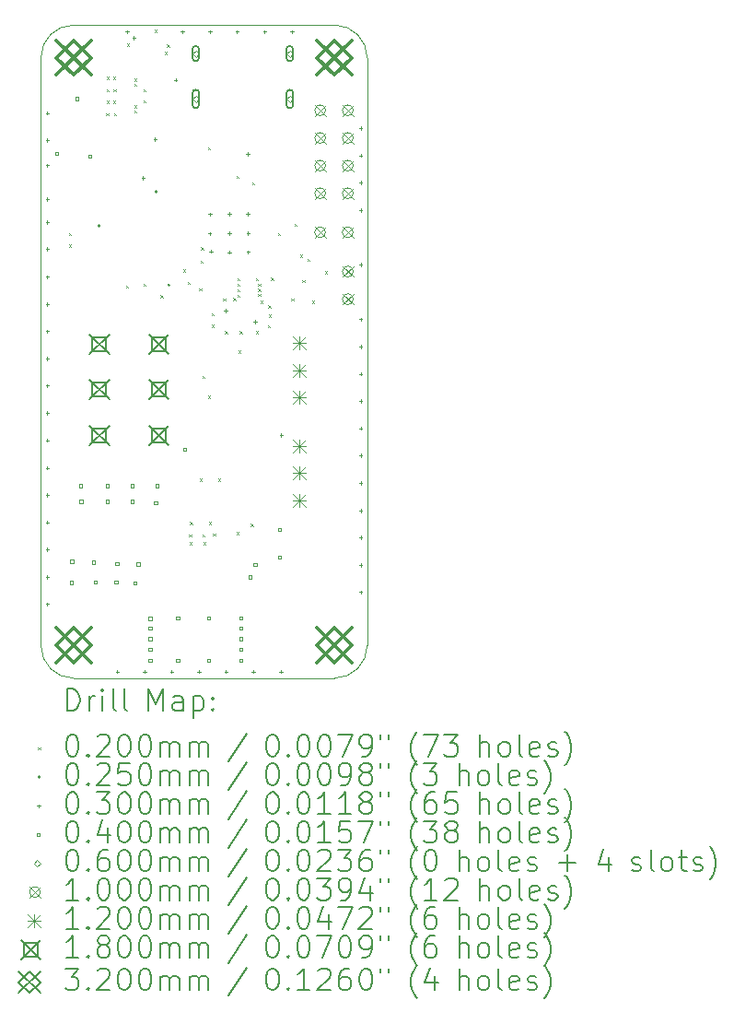
<source format=gbr>
%TF.GenerationSoftware,KiCad,Pcbnew,(7.0.0)*%
%TF.CreationDate,2023-03-09T01:51:14+00:00*%
%TF.ProjectId,Chad,43686164-2e6b-4696-9361-645f70636258,rev?*%
%TF.SameCoordinates,Original*%
%TF.FileFunction,Drillmap*%
%TF.FilePolarity,Positive*%
%FSLAX45Y45*%
G04 Gerber Fmt 4.5, Leading zero omitted, Abs format (unit mm)*
G04 Created by KiCad (PCBNEW (7.0.0)) date 2023-03-09 01:51:14*
%MOMM*%
%LPD*%
G01*
G04 APERTURE LIST*
%ADD10C,0.100000*%
%ADD11C,0.200000*%
%ADD12C,0.020000*%
%ADD13C,0.025000*%
%ADD14C,0.030000*%
%ADD15C,0.040000*%
%ADD16C,0.060000*%
%ADD17C,0.120000*%
%ADD18C,0.180000*%
%ADD19C,0.320000*%
G04 APERTURE END LIST*
D10*
X3500000Y-4209000D02*
G75*
G03*
X3200000Y-4509000I0J-300000D01*
G01*
X5900000Y-4209000D02*
X3500000Y-4209000D01*
X3500000Y-10209000D02*
X5900000Y-10209000D01*
X6200000Y-4509000D02*
G75*
G03*
X5900000Y-4209000I-300000J0D01*
G01*
X5900000Y-10209000D02*
G75*
G03*
X6200000Y-9909000I0J300000D01*
G01*
X3200000Y-4509000D02*
X3200000Y-9909000D01*
X3200000Y-9909000D02*
G75*
G03*
X3500000Y-10209000I300000J0D01*
G01*
X6200000Y-9909000D02*
X6200000Y-4509000D01*
D11*
D12*
X3460000Y-6122000D02*
X3480000Y-6142000D01*
X3480000Y-6122000D02*
X3460000Y-6142000D01*
X3460000Y-6225000D02*
X3480000Y-6245000D01*
X3480000Y-6225000D02*
X3460000Y-6245000D01*
X3799769Y-5020214D02*
X3819769Y-5040214D01*
X3819769Y-5020214D02*
X3799769Y-5040214D01*
X3802958Y-4905366D02*
X3822958Y-4925366D01*
X3822958Y-4905366D02*
X3802958Y-4925366D01*
X3805358Y-4799629D02*
X3825358Y-4819629D01*
X3825358Y-4799629D02*
X3805358Y-4819629D01*
X3806317Y-4684189D02*
X3826317Y-4704189D01*
X3826317Y-4684189D02*
X3806317Y-4704189D01*
X3864782Y-4684189D02*
X3884782Y-4704189D01*
X3884782Y-4684189D02*
X3864782Y-4704189D01*
X3866000Y-4905000D02*
X3886000Y-4925000D01*
X3886000Y-4905000D02*
X3866000Y-4925000D01*
X3867858Y-4799738D02*
X3887858Y-4819738D01*
X3887858Y-4799738D02*
X3867858Y-4819738D01*
X3870886Y-5020323D02*
X3890886Y-5040323D01*
X3890886Y-5020323D02*
X3870886Y-5040323D01*
X3980000Y-6605000D02*
X4000000Y-6625000D01*
X4000000Y-6605000D02*
X3980000Y-6625000D01*
X3992000Y-4379000D02*
X4012000Y-4399000D01*
X4012000Y-4379000D02*
X3992000Y-4399000D01*
X4057500Y-4995000D02*
X4077500Y-5015000D01*
X4077500Y-4995000D02*
X4057500Y-5015000D01*
X4058000Y-4947100D02*
X4078000Y-4967100D01*
X4078000Y-4947100D02*
X4058000Y-4967100D01*
X4061000Y-4748949D02*
X4081000Y-4768949D01*
X4081000Y-4748949D02*
X4061000Y-4768949D01*
X4061140Y-4703000D02*
X4081140Y-4723000D01*
X4081140Y-4703000D02*
X4061140Y-4723000D01*
X4141000Y-4800331D02*
X4161000Y-4820331D01*
X4161000Y-4800331D02*
X4141000Y-4820331D01*
X4144000Y-4902000D02*
X4164000Y-4922000D01*
X4164000Y-4902000D02*
X4144000Y-4922000D01*
X4145000Y-6585000D02*
X4165000Y-6605000D01*
X4165000Y-6585000D02*
X4145000Y-6605000D01*
X4244022Y-4251726D02*
X4264022Y-4271726D01*
X4264022Y-4251726D02*
X4244022Y-4271726D01*
X4300000Y-6690000D02*
X4320000Y-6710000D01*
X4320000Y-6690000D02*
X4300000Y-6710000D01*
X4337500Y-4455000D02*
X4357500Y-4475000D01*
X4357500Y-4455000D02*
X4337500Y-4475000D01*
X4358000Y-4387000D02*
X4378000Y-4407000D01*
X4378000Y-4387000D02*
X4358000Y-4407000D01*
X4507000Y-6455500D02*
X4527000Y-6475500D01*
X4527000Y-6455500D02*
X4507000Y-6475500D01*
X4551000Y-6567000D02*
X4571000Y-6587000D01*
X4571000Y-6567000D02*
X4551000Y-6587000D01*
X4562500Y-8890000D02*
X4582500Y-8910000D01*
X4582500Y-8890000D02*
X4562500Y-8910000D01*
X4567500Y-8960000D02*
X4587500Y-8980000D01*
X4587500Y-8960000D02*
X4567500Y-8980000D01*
X4572500Y-8775000D02*
X4592500Y-8795000D01*
X4592500Y-8775000D02*
X4572500Y-8795000D01*
X4655343Y-6627757D02*
X4675343Y-6647757D01*
X4675343Y-6627757D02*
X4655343Y-6647757D01*
X4657500Y-8377500D02*
X4677500Y-8397500D01*
X4677500Y-8377500D02*
X4657500Y-8397500D01*
X4667500Y-6372500D02*
X4687500Y-6392500D01*
X4687500Y-6372500D02*
X4667500Y-6392500D01*
X4672500Y-6250000D02*
X4692500Y-6270000D01*
X4692500Y-6250000D02*
X4672500Y-6270000D01*
X4686000Y-7430000D02*
X4706000Y-7450000D01*
X4706000Y-7430000D02*
X4686000Y-7450000D01*
X4687500Y-8890000D02*
X4707500Y-8910000D01*
X4707500Y-8890000D02*
X4687500Y-8910000D01*
X4695000Y-8960000D02*
X4715000Y-8980000D01*
X4715000Y-8960000D02*
X4695000Y-8980000D01*
X4735000Y-7615000D02*
X4755000Y-7635000D01*
X4755000Y-7615000D02*
X4735000Y-7635000D01*
X4737000Y-5333000D02*
X4757000Y-5353000D01*
X4757000Y-5333000D02*
X4737000Y-5353000D01*
X4745000Y-8775000D02*
X4765000Y-8795000D01*
X4765000Y-8775000D02*
X4745000Y-8795000D01*
X4767963Y-6855370D02*
X4787963Y-6875370D01*
X4787963Y-6855370D02*
X4767963Y-6875370D01*
X4768914Y-6962135D02*
X4788914Y-6982135D01*
X4788914Y-6962135D02*
X4768914Y-6982135D01*
X4782500Y-8882500D02*
X4802500Y-8902500D01*
X4802500Y-8882500D02*
X4782500Y-8902500D01*
X4827500Y-8375000D02*
X4847500Y-8395000D01*
X4847500Y-8375000D02*
X4827500Y-8395000D01*
X4877203Y-6722568D02*
X4897203Y-6742568D01*
X4897203Y-6722568D02*
X4877203Y-6742568D01*
X4894000Y-7021531D02*
X4914000Y-7041531D01*
X4914000Y-7021531D02*
X4894000Y-7041531D01*
X4968000Y-6717000D02*
X4988000Y-6737000D01*
X4988000Y-6717000D02*
X4968000Y-6737000D01*
X4999000Y-8868217D02*
X5019000Y-8888217D01*
X5019000Y-8868217D02*
X4999000Y-8888217D01*
X5001000Y-5593000D02*
X5021000Y-5613000D01*
X5021000Y-5593000D02*
X5001000Y-5613000D01*
X5008353Y-6536993D02*
X5028353Y-6556993D01*
X5028353Y-6536993D02*
X5008353Y-6556993D01*
X5008374Y-6586916D02*
X5028374Y-6606916D01*
X5028374Y-6586916D02*
X5008374Y-6606916D01*
X5008374Y-6636916D02*
X5028374Y-6656916D01*
X5028374Y-6636916D02*
X5008374Y-6656916D01*
X5008463Y-6686925D02*
X5028463Y-6706925D01*
X5028463Y-6686925D02*
X5008463Y-6706925D01*
X5016000Y-7200000D02*
X5036000Y-7220000D01*
X5036000Y-7200000D02*
X5016000Y-7220000D01*
X5027370Y-7022185D02*
X5047370Y-7042185D01*
X5047370Y-7022185D02*
X5027370Y-7042185D01*
X5128900Y-8789600D02*
X5148900Y-8809600D01*
X5148900Y-8789600D02*
X5128900Y-8809600D01*
X5142000Y-5656000D02*
X5162000Y-5676000D01*
X5162000Y-5656000D02*
X5142000Y-5676000D01*
X5176045Y-7021133D02*
X5196045Y-7041133D01*
X5196045Y-7021133D02*
X5176045Y-7041133D01*
X5178642Y-6532652D02*
X5198642Y-6552652D01*
X5198642Y-6532652D02*
X5178642Y-6552652D01*
X5197289Y-6584511D02*
X5217289Y-6604511D01*
X5217289Y-6584511D02*
X5197289Y-6604511D01*
X5197289Y-6632511D02*
X5217289Y-6652511D01*
X5217289Y-6632511D02*
X5197289Y-6652511D01*
X5197289Y-6680511D02*
X5217289Y-6700511D01*
X5217289Y-6680511D02*
X5197289Y-6700511D01*
X5221067Y-6742445D02*
X5241067Y-6762445D01*
X5241067Y-6742445D02*
X5221067Y-6762445D01*
X5284336Y-6965643D02*
X5304336Y-6985643D01*
X5304336Y-6965643D02*
X5284336Y-6985643D01*
X5292022Y-6783555D02*
X5312022Y-6803555D01*
X5312022Y-6783555D02*
X5292022Y-6803555D01*
X5293625Y-6870552D02*
X5313625Y-6890552D01*
X5313625Y-6870552D02*
X5293625Y-6890552D01*
X5315000Y-6530000D02*
X5335000Y-6550000D01*
X5335000Y-6530000D02*
X5315000Y-6550000D01*
X5380000Y-6118000D02*
X5400000Y-6138000D01*
X5400000Y-6118000D02*
X5380000Y-6138000D01*
X5502500Y-6722500D02*
X5522500Y-6742500D01*
X5522500Y-6722500D02*
X5502500Y-6742500D01*
X5532500Y-6037500D02*
X5552500Y-6057500D01*
X5552500Y-6037500D02*
X5532500Y-6057500D01*
X5585000Y-6317500D02*
X5605000Y-6337500D01*
X5605000Y-6317500D02*
X5585000Y-6337500D01*
X5604000Y-6549000D02*
X5624000Y-6569000D01*
X5624000Y-6549000D02*
X5604000Y-6569000D01*
X5650000Y-6357500D02*
X5670000Y-6377500D01*
X5670000Y-6357500D02*
X5650000Y-6377500D01*
X5695000Y-6742500D02*
X5715000Y-6762500D01*
X5715000Y-6742500D02*
X5695000Y-6762500D01*
X5810000Y-6472500D02*
X5830000Y-6492500D01*
X5830000Y-6472500D02*
X5810000Y-6492500D01*
D13*
X3747200Y-6052500D02*
G75*
G03*
X3747200Y-6052500I-12500J0D01*
G01*
X4270900Y-5741200D02*
G75*
G03*
X4270900Y-5741200I-12500J0D01*
G01*
X4386400Y-6595800D02*
G75*
G03*
X4386400Y-6595800I-12500J0D01*
G01*
D14*
X3259950Y-5795000D02*
X3259950Y-5825000D01*
X3244950Y-5810000D02*
X3274950Y-5810000D01*
X3260000Y-5002500D02*
X3260000Y-5032500D01*
X3245000Y-5017500D02*
X3275000Y-5017500D01*
X3260000Y-5252500D02*
X3260000Y-5282500D01*
X3245000Y-5267500D02*
X3275000Y-5267500D01*
X3260000Y-5482500D02*
X3260000Y-5512500D01*
X3245000Y-5497500D02*
X3275000Y-5497500D01*
X3260000Y-6002500D02*
X3260000Y-6032500D01*
X3245000Y-6017500D02*
X3275000Y-6017500D01*
X3260000Y-6252500D02*
X3260000Y-6282500D01*
X3245000Y-6267500D02*
X3275000Y-6267500D01*
X3260000Y-6507500D02*
X3260000Y-6537500D01*
X3245000Y-6522500D02*
X3275000Y-6522500D01*
X3260000Y-6757500D02*
X3260000Y-6787500D01*
X3245000Y-6772500D02*
X3275000Y-6772500D01*
X3260000Y-7007500D02*
X3260000Y-7037500D01*
X3245000Y-7022500D02*
X3275000Y-7022500D01*
X3260000Y-7257500D02*
X3260000Y-7287500D01*
X3245000Y-7272500D02*
X3275000Y-7272500D01*
X3260000Y-7507500D02*
X3260000Y-7537500D01*
X3245000Y-7522500D02*
X3275000Y-7522500D01*
X3260000Y-7757500D02*
X3260000Y-7787500D01*
X3245000Y-7772500D02*
X3275000Y-7772500D01*
X3260000Y-8007500D02*
X3260000Y-8037500D01*
X3245000Y-8022500D02*
X3275000Y-8022500D01*
X3260000Y-8262500D02*
X3260000Y-8292500D01*
X3245000Y-8277500D02*
X3275000Y-8277500D01*
X3260000Y-8512500D02*
X3260000Y-8542500D01*
X3245000Y-8527500D02*
X3275000Y-8527500D01*
X3260000Y-8762500D02*
X3260000Y-8792500D01*
X3245000Y-8777500D02*
X3275000Y-8777500D01*
X3260000Y-9012500D02*
X3260000Y-9042500D01*
X3245000Y-9027500D02*
X3275000Y-9027500D01*
X3260000Y-9262500D02*
X3260000Y-9292500D01*
X3245000Y-9277500D02*
X3275000Y-9277500D01*
X3260000Y-9512500D02*
X3260000Y-9542500D01*
X3245000Y-9527500D02*
X3275000Y-9527500D01*
X3902500Y-10132500D02*
X3902500Y-10162500D01*
X3887500Y-10147500D02*
X3917500Y-10147500D01*
X3992500Y-4255000D02*
X3992500Y-4285000D01*
X3977500Y-4270000D02*
X4007500Y-4270000D01*
X4055000Y-4312500D02*
X4055000Y-4342500D01*
X4040000Y-4327500D02*
X4070000Y-4327500D01*
X4139421Y-5598633D02*
X4139421Y-5628633D01*
X4124421Y-5613633D02*
X4154421Y-5613633D01*
X4152500Y-10132500D02*
X4152500Y-10162500D01*
X4137500Y-10147500D02*
X4167500Y-10147500D01*
X4249100Y-5242400D02*
X4249100Y-5272400D01*
X4234100Y-5257400D02*
X4264100Y-5257400D01*
X4402500Y-10132500D02*
X4402500Y-10162500D01*
X4387500Y-10147500D02*
X4417500Y-10147500D01*
X4437281Y-4697849D02*
X4437281Y-4727849D01*
X4422281Y-4712849D02*
X4452281Y-4712849D01*
X4502500Y-4255000D02*
X4502500Y-4285000D01*
X4487500Y-4270000D02*
X4517500Y-4270000D01*
X4652500Y-10132500D02*
X4652500Y-10162500D01*
X4637500Y-10147500D02*
X4667500Y-10147500D01*
X4752200Y-6110200D02*
X4752200Y-6140200D01*
X4737200Y-6125200D02*
X4767200Y-6125200D01*
X4752500Y-4255000D02*
X4752500Y-4285000D01*
X4737500Y-4270000D02*
X4767500Y-4270000D01*
X4753000Y-5932100D02*
X4753000Y-5962100D01*
X4738000Y-5947100D02*
X4768000Y-5947100D01*
X4765000Y-6272500D02*
X4765000Y-6302500D01*
X4750000Y-6287500D02*
X4780000Y-6287500D01*
X4899000Y-6817200D02*
X4899000Y-6847200D01*
X4884000Y-6832200D02*
X4914000Y-6832200D01*
X4902500Y-10132500D02*
X4902500Y-10162500D01*
X4887500Y-10147500D02*
X4917500Y-10147500D01*
X4930800Y-6281600D02*
X4930800Y-6311600D01*
X4915800Y-6296600D02*
X4945800Y-6296600D01*
X4931700Y-6106300D02*
X4931700Y-6136300D01*
X4916700Y-6121300D02*
X4946700Y-6121300D01*
X4933400Y-5930100D02*
X4933400Y-5960100D01*
X4918400Y-5945100D02*
X4948400Y-5945100D01*
X5002500Y-4255000D02*
X5002500Y-4285000D01*
X4987500Y-4270000D02*
X5017500Y-4270000D01*
X5100000Y-5377500D02*
X5100000Y-5407500D01*
X5085000Y-5392500D02*
X5115000Y-5392500D01*
X5103300Y-5927600D02*
X5103300Y-5957600D01*
X5088300Y-5942600D02*
X5118300Y-5942600D01*
X5104700Y-6279300D02*
X5104700Y-6309300D01*
X5089700Y-6294300D02*
X5119700Y-6294300D01*
X5105900Y-6107700D02*
X5105900Y-6137700D01*
X5090900Y-6122700D02*
X5120900Y-6122700D01*
X5152500Y-10132500D02*
X5152500Y-10162500D01*
X5137500Y-10147500D02*
X5167500Y-10147500D01*
X5170600Y-6917700D02*
X5170600Y-6947700D01*
X5155600Y-6932700D02*
X5185600Y-6932700D01*
X5257500Y-4255000D02*
X5257500Y-4285000D01*
X5242500Y-4270000D02*
X5272500Y-4270000D01*
X5407500Y-10132500D02*
X5407500Y-10162500D01*
X5392500Y-10147500D02*
X5422500Y-10147500D01*
X5410000Y-7962500D02*
X5410000Y-7992500D01*
X5395000Y-7977500D02*
X5425000Y-7977500D01*
X5507500Y-4255000D02*
X5507500Y-4285000D01*
X5492500Y-4270000D02*
X5522500Y-4270000D01*
X6140000Y-5142500D02*
X6140000Y-5172500D01*
X6125000Y-5157500D02*
X6155000Y-5157500D01*
X6140000Y-5392500D02*
X6140000Y-5422500D01*
X6125000Y-5407500D02*
X6155000Y-5407500D01*
X6140000Y-5642500D02*
X6140000Y-5672500D01*
X6125000Y-5657500D02*
X6155000Y-5657500D01*
X6140000Y-5892500D02*
X6140000Y-5922500D01*
X6125000Y-5907500D02*
X6155000Y-5907500D01*
X6140000Y-6392500D02*
X6140000Y-6422500D01*
X6125000Y-6407500D02*
X6155000Y-6407500D01*
X6140000Y-6897500D02*
X6140000Y-6927500D01*
X6125000Y-6912500D02*
X6155000Y-6912500D01*
X6140000Y-7147500D02*
X6140000Y-7177500D01*
X6125000Y-7162500D02*
X6155000Y-7162500D01*
X6140000Y-7397500D02*
X6140000Y-7427500D01*
X6125000Y-7412500D02*
X6155000Y-7412500D01*
X6140000Y-7647500D02*
X6140000Y-7677500D01*
X6125000Y-7662500D02*
X6155000Y-7662500D01*
X6140000Y-7897500D02*
X6140000Y-7927500D01*
X6125000Y-7912500D02*
X6155000Y-7912500D01*
X6140000Y-8147500D02*
X6140000Y-8177500D01*
X6125000Y-8162500D02*
X6155000Y-8162500D01*
X6140000Y-8402500D02*
X6140000Y-8432500D01*
X6125000Y-8417500D02*
X6155000Y-8417500D01*
X6140000Y-8652500D02*
X6140000Y-8682500D01*
X6125000Y-8667500D02*
X6155000Y-8667500D01*
X6140000Y-8902500D02*
X6140000Y-8932500D01*
X6125000Y-8917500D02*
X6155000Y-8917500D01*
X6140000Y-9152500D02*
X6140000Y-9182500D01*
X6125000Y-9167500D02*
X6155000Y-9167500D01*
X6140000Y-9402500D02*
X6140000Y-9432500D01*
X6125000Y-9417500D02*
X6155000Y-9417500D01*
D15*
X3359142Y-5403142D02*
X3359142Y-5374858D01*
X3330858Y-5374858D01*
X3330858Y-5403142D01*
X3359142Y-5403142D01*
X3494142Y-9344142D02*
X3494142Y-9315858D01*
X3465858Y-9315858D01*
X3465858Y-9344142D01*
X3494142Y-9344142D01*
X3499142Y-9149142D02*
X3499142Y-9120858D01*
X3470858Y-9120858D01*
X3470858Y-9149142D01*
X3499142Y-9149142D01*
X3546193Y-4899124D02*
X3546193Y-4870839D01*
X3517908Y-4870839D01*
X3517908Y-4899124D01*
X3546193Y-4899124D01*
X3579142Y-8454142D02*
X3579142Y-8425858D01*
X3550858Y-8425858D01*
X3550858Y-8454142D01*
X3579142Y-8454142D01*
X3584142Y-8599142D02*
X3584142Y-8570858D01*
X3555858Y-8570858D01*
X3555858Y-8599142D01*
X3584142Y-8599142D01*
X3661642Y-5426642D02*
X3661642Y-5398358D01*
X3633358Y-5398358D01*
X3633358Y-5426642D01*
X3661642Y-5426642D01*
X3699142Y-9159142D02*
X3699142Y-9130858D01*
X3670858Y-9130858D01*
X3670858Y-9159142D01*
X3699142Y-9159142D01*
X3714142Y-9339142D02*
X3714142Y-9310858D01*
X3685858Y-9310858D01*
X3685858Y-9339142D01*
X3714142Y-9339142D01*
X3824142Y-8454142D02*
X3824142Y-8425858D01*
X3795858Y-8425858D01*
X3795858Y-8454142D01*
X3824142Y-8454142D01*
X3824142Y-8599142D02*
X3824142Y-8570858D01*
X3795858Y-8570858D01*
X3795858Y-8599142D01*
X3824142Y-8599142D01*
X3904142Y-9339142D02*
X3904142Y-9310858D01*
X3875858Y-9310858D01*
X3875858Y-9339142D01*
X3904142Y-9339142D01*
X3914142Y-9169142D02*
X3914142Y-9140858D01*
X3885858Y-9140858D01*
X3885858Y-9169142D01*
X3914142Y-9169142D01*
X4054142Y-8454142D02*
X4054142Y-8425858D01*
X4025858Y-8425858D01*
X4025858Y-8454142D01*
X4054142Y-8454142D01*
X4054142Y-8599142D02*
X4054142Y-8570858D01*
X4025858Y-8570858D01*
X4025858Y-8599142D01*
X4054142Y-8599142D01*
X4079142Y-9349142D02*
X4079142Y-9320858D01*
X4050858Y-9320858D01*
X4050858Y-9349142D01*
X4079142Y-9349142D01*
X4109142Y-9174142D02*
X4109142Y-9145858D01*
X4080858Y-9145858D01*
X4080858Y-9174142D01*
X4109142Y-9174142D01*
X4217142Y-9673142D02*
X4217142Y-9644858D01*
X4188858Y-9644858D01*
X4188858Y-9673142D01*
X4217142Y-9673142D01*
X4217142Y-9765142D02*
X4217142Y-9736858D01*
X4188858Y-9736858D01*
X4188858Y-9765142D01*
X4217142Y-9765142D01*
X4217142Y-9862142D02*
X4217142Y-9833858D01*
X4188858Y-9833858D01*
X4188858Y-9862142D01*
X4217142Y-9862142D01*
X4217142Y-9959142D02*
X4217142Y-9930858D01*
X4188858Y-9930858D01*
X4188858Y-9959142D01*
X4217142Y-9959142D01*
X4217142Y-10062142D02*
X4217142Y-10033858D01*
X4188858Y-10033858D01*
X4188858Y-10062142D01*
X4217142Y-10062142D01*
X4269142Y-8609142D02*
X4269142Y-8580858D01*
X4240858Y-8580858D01*
X4240858Y-8609142D01*
X4269142Y-8609142D01*
X4279142Y-8454142D02*
X4279142Y-8425858D01*
X4250858Y-8425858D01*
X4250858Y-8454142D01*
X4279142Y-8454142D01*
X4472142Y-9672142D02*
X4472142Y-9643858D01*
X4443858Y-9643858D01*
X4443858Y-9672142D01*
X4472142Y-9672142D01*
X4472142Y-10061142D02*
X4472142Y-10032858D01*
X4443858Y-10032858D01*
X4443858Y-10061142D01*
X4472142Y-10061142D01*
X4538142Y-8118142D02*
X4538142Y-8089858D01*
X4509858Y-8089858D01*
X4509858Y-8118142D01*
X4538142Y-8118142D01*
X4758142Y-9670142D02*
X4758142Y-9641858D01*
X4729858Y-9641858D01*
X4729858Y-9670142D01*
X4758142Y-9670142D01*
X4758142Y-10059142D02*
X4758142Y-10030858D01*
X4729858Y-10030858D01*
X4729858Y-10059142D01*
X4758142Y-10059142D01*
X5052142Y-9672142D02*
X5052142Y-9643858D01*
X5023858Y-9643858D01*
X5023858Y-9672142D01*
X5052142Y-9672142D01*
X5052142Y-9764142D02*
X5052142Y-9735858D01*
X5023858Y-9735858D01*
X5023858Y-9764142D01*
X5052142Y-9764142D01*
X5052142Y-9861142D02*
X5052142Y-9832858D01*
X5023858Y-9832858D01*
X5023858Y-9861142D01*
X5052142Y-9861142D01*
X5052142Y-9958142D02*
X5052142Y-9929858D01*
X5023858Y-9929858D01*
X5023858Y-9958142D01*
X5052142Y-9958142D01*
X5052142Y-10061142D02*
X5052142Y-10032858D01*
X5023858Y-10032858D01*
X5023858Y-10061142D01*
X5052142Y-10061142D01*
X5139142Y-9294142D02*
X5139142Y-9265858D01*
X5110858Y-9265858D01*
X5110858Y-9294142D01*
X5139142Y-9294142D01*
X5184142Y-9179142D02*
X5184142Y-9150858D01*
X5155858Y-9150858D01*
X5155858Y-9179142D01*
X5184142Y-9179142D01*
X5409142Y-8859142D02*
X5409142Y-8830858D01*
X5380858Y-8830858D01*
X5380858Y-8859142D01*
X5409142Y-8859142D01*
X5409142Y-9114142D02*
X5409142Y-9085858D01*
X5380858Y-9085858D01*
X5380858Y-9114142D01*
X5409142Y-9114142D01*
D16*
X4624300Y-4501200D02*
X4654300Y-4471200D01*
X4624300Y-4441200D01*
X4594300Y-4471200D01*
X4624300Y-4501200D01*
D11*
X4594300Y-4431200D02*
X4594300Y-4511200D01*
X4594300Y-4511200D02*
G75*
G03*
X4654300Y-4511200I30000J0D01*
G01*
X4654300Y-4511200D02*
X4654300Y-4431200D01*
X4654300Y-4431200D02*
G75*
G03*
X4594300Y-4431200I-30000J0D01*
G01*
D16*
X4624300Y-4918200D02*
X4654300Y-4888200D01*
X4624300Y-4858200D01*
X4594300Y-4888200D01*
X4624300Y-4918200D01*
D11*
X4594300Y-4833200D02*
X4594300Y-4943200D01*
X4594300Y-4943200D02*
G75*
G03*
X4654300Y-4943200I30000J0D01*
G01*
X4654300Y-4943200D02*
X4654300Y-4833200D01*
X4654300Y-4833200D02*
G75*
G03*
X4594300Y-4833200I-30000J0D01*
G01*
D16*
X5488300Y-4501200D02*
X5518300Y-4471200D01*
X5488300Y-4441200D01*
X5458300Y-4471200D01*
X5488300Y-4501200D01*
D11*
X5458300Y-4431200D02*
X5458300Y-4511200D01*
X5458300Y-4511200D02*
G75*
G03*
X5518300Y-4511200I30000J0D01*
G01*
X5518300Y-4511200D02*
X5518300Y-4431200D01*
X5518300Y-4431200D02*
G75*
G03*
X5458300Y-4431200I-30000J0D01*
G01*
D16*
X5488300Y-4918200D02*
X5518300Y-4888200D01*
X5488300Y-4858200D01*
X5458300Y-4888200D01*
X5488300Y-4918200D01*
D11*
X5458300Y-4833200D02*
X5458300Y-4943200D01*
X5458300Y-4943200D02*
G75*
G03*
X5518300Y-4943200I30000J0D01*
G01*
X5518300Y-4943200D02*
X5518300Y-4833200D01*
X5518300Y-4833200D02*
G75*
G03*
X5458300Y-4833200I-30000J0D01*
G01*
D10*
X5717478Y-6062686D02*
X5817478Y-6162686D01*
X5817478Y-6062686D02*
X5717478Y-6162686D01*
X5817478Y-6112686D02*
G75*
G03*
X5817478Y-6112686I-50000J0D01*
G01*
X5717572Y-4942307D02*
X5817572Y-5042307D01*
X5817572Y-4942307D02*
X5717572Y-5042307D01*
X5817572Y-4992307D02*
G75*
G03*
X5817572Y-4992307I-50000J0D01*
G01*
X5717572Y-5196307D02*
X5817572Y-5296307D01*
X5817572Y-5196307D02*
X5717572Y-5296307D01*
X5817572Y-5246307D02*
G75*
G03*
X5817572Y-5246307I-50000J0D01*
G01*
X5717572Y-5450307D02*
X5817572Y-5550307D01*
X5817572Y-5450307D02*
X5717572Y-5550307D01*
X5817572Y-5500307D02*
G75*
G03*
X5817572Y-5500307I-50000J0D01*
G01*
X5717572Y-5704307D02*
X5817572Y-5804307D01*
X5817572Y-5704307D02*
X5717572Y-5804307D01*
X5817572Y-5754307D02*
G75*
G03*
X5817572Y-5754307I-50000J0D01*
G01*
X5971478Y-6062686D02*
X6071478Y-6162686D01*
X6071478Y-6062686D02*
X5971478Y-6162686D01*
X6071478Y-6112686D02*
G75*
G03*
X6071478Y-6112686I-50000J0D01*
G01*
X5971572Y-4942307D02*
X6071572Y-5042307D01*
X6071572Y-4942307D02*
X5971572Y-5042307D01*
X6071572Y-4992307D02*
G75*
G03*
X6071572Y-4992307I-50000J0D01*
G01*
X5971572Y-5196307D02*
X6071572Y-5296307D01*
X6071572Y-5196307D02*
X5971572Y-5296307D01*
X6071572Y-5246307D02*
G75*
G03*
X6071572Y-5246307I-50000J0D01*
G01*
X5971572Y-5450307D02*
X6071572Y-5550307D01*
X6071572Y-5450307D02*
X5971572Y-5550307D01*
X6071572Y-5500307D02*
G75*
G03*
X6071572Y-5500307I-50000J0D01*
G01*
X5971572Y-5704307D02*
X6071572Y-5804307D01*
X6071572Y-5704307D02*
X5971572Y-5804307D01*
X6071572Y-5754307D02*
G75*
G03*
X6071572Y-5754307I-50000J0D01*
G01*
X5971623Y-6423266D02*
X6071623Y-6523266D01*
X6071623Y-6423266D02*
X5971623Y-6523266D01*
X6071623Y-6473266D02*
G75*
G03*
X6071623Y-6473266I-50000J0D01*
G01*
X5971623Y-6677266D02*
X6071623Y-6777266D01*
X6071623Y-6677266D02*
X5971623Y-6777266D01*
X6071623Y-6727266D02*
G75*
G03*
X6071623Y-6727266I-50000J0D01*
G01*
D17*
X5519000Y-7070946D02*
X5639000Y-7190946D01*
X5639000Y-7070946D02*
X5519000Y-7190946D01*
X5579000Y-7070946D02*
X5579000Y-7190946D01*
X5519000Y-7130946D02*
X5639000Y-7130946D01*
X5519000Y-7320946D02*
X5639000Y-7440946D01*
X5639000Y-7320946D02*
X5519000Y-7440946D01*
X5579000Y-7320946D02*
X5579000Y-7440946D01*
X5519000Y-7380946D02*
X5639000Y-7380946D01*
X5519000Y-7570946D02*
X5639000Y-7690946D01*
X5639000Y-7570946D02*
X5519000Y-7690946D01*
X5579000Y-7570946D02*
X5579000Y-7690946D01*
X5519000Y-7630946D02*
X5639000Y-7630946D01*
X5519159Y-8015495D02*
X5639159Y-8135495D01*
X5639159Y-8015495D02*
X5519159Y-8135495D01*
X5579159Y-8015495D02*
X5579159Y-8135495D01*
X5519159Y-8075495D02*
X5639159Y-8075495D01*
X5519159Y-8265495D02*
X5639159Y-8385495D01*
X5639159Y-8265495D02*
X5519159Y-8385495D01*
X5579159Y-8265495D02*
X5579159Y-8385495D01*
X5519159Y-8325495D02*
X5639159Y-8325495D01*
X5519159Y-8515496D02*
X5639159Y-8635496D01*
X5639159Y-8515496D02*
X5519159Y-8635496D01*
X5579159Y-8515496D02*
X5579159Y-8635496D01*
X5519159Y-8575496D02*
X5639159Y-8575496D01*
D18*
X3647500Y-7049000D02*
X3827500Y-7229000D01*
X3827500Y-7049000D02*
X3647500Y-7229000D01*
X3801140Y-7202640D02*
X3801140Y-7075360D01*
X3673860Y-7075360D01*
X3673860Y-7202640D01*
X3801140Y-7202640D01*
X3647500Y-7469000D02*
X3827500Y-7649000D01*
X3827500Y-7469000D02*
X3647500Y-7649000D01*
X3801140Y-7622640D02*
X3801140Y-7495360D01*
X3673860Y-7495360D01*
X3673860Y-7622640D01*
X3801140Y-7622640D01*
X3647500Y-7889000D02*
X3827500Y-8069000D01*
X3827500Y-7889000D02*
X3647500Y-8069000D01*
X3801140Y-8042640D02*
X3801140Y-7915360D01*
X3673860Y-7915360D01*
X3673860Y-8042640D01*
X3801140Y-8042640D01*
X4197500Y-7049000D02*
X4377500Y-7229000D01*
X4377500Y-7049000D02*
X4197500Y-7229000D01*
X4351140Y-7202640D02*
X4351140Y-7075360D01*
X4223860Y-7075360D01*
X4223860Y-7202640D01*
X4351140Y-7202640D01*
X4197500Y-7469000D02*
X4377500Y-7649000D01*
X4377500Y-7469000D02*
X4197500Y-7649000D01*
X4351140Y-7622640D02*
X4351140Y-7495360D01*
X4223860Y-7495360D01*
X4223860Y-7622640D01*
X4351140Y-7622640D01*
X4197500Y-7889000D02*
X4377500Y-8069000D01*
X4377500Y-7889000D02*
X4197500Y-8069000D01*
X4351140Y-8042640D02*
X4351140Y-7915360D01*
X4223860Y-7915360D01*
X4223860Y-8042640D01*
X4351140Y-8042640D01*
D19*
X3340000Y-4349000D02*
X3660000Y-4669000D01*
X3660000Y-4349000D02*
X3340000Y-4669000D01*
X3500000Y-4669000D02*
X3660000Y-4509000D01*
X3500000Y-4349000D01*
X3340000Y-4509000D01*
X3500000Y-4669000D01*
X3340000Y-9749000D02*
X3660000Y-10069000D01*
X3660000Y-9749000D02*
X3340000Y-10069000D01*
X3500000Y-10069000D02*
X3660000Y-9909000D01*
X3500000Y-9749000D01*
X3340000Y-9909000D01*
X3500000Y-10069000D01*
X5740000Y-4349000D02*
X6060000Y-4669000D01*
X6060000Y-4349000D02*
X5740000Y-4669000D01*
X5900000Y-4669000D02*
X6060000Y-4509000D01*
X5900000Y-4349000D01*
X5740000Y-4509000D01*
X5900000Y-4669000D01*
X5740000Y-9749000D02*
X6060000Y-10069000D01*
X6060000Y-9749000D02*
X5740000Y-10069000D01*
X5900000Y-10069000D02*
X6060000Y-9909000D01*
X5900000Y-9749000D01*
X5740000Y-9909000D01*
X5900000Y-10069000D01*
D11*
X3442619Y-10507476D02*
X3442619Y-10307476D01*
X3442619Y-10307476D02*
X3490238Y-10307476D01*
X3490238Y-10307476D02*
X3518809Y-10317000D01*
X3518809Y-10317000D02*
X3537857Y-10336048D01*
X3537857Y-10336048D02*
X3547381Y-10355095D01*
X3547381Y-10355095D02*
X3556905Y-10393190D01*
X3556905Y-10393190D02*
X3556905Y-10421762D01*
X3556905Y-10421762D02*
X3547381Y-10459857D01*
X3547381Y-10459857D02*
X3537857Y-10478905D01*
X3537857Y-10478905D02*
X3518809Y-10497952D01*
X3518809Y-10497952D02*
X3490238Y-10507476D01*
X3490238Y-10507476D02*
X3442619Y-10507476D01*
X3642619Y-10507476D02*
X3642619Y-10374143D01*
X3642619Y-10412238D02*
X3652143Y-10393190D01*
X3652143Y-10393190D02*
X3661667Y-10383667D01*
X3661667Y-10383667D02*
X3680714Y-10374143D01*
X3680714Y-10374143D02*
X3699762Y-10374143D01*
X3766428Y-10507476D02*
X3766428Y-10374143D01*
X3766428Y-10307476D02*
X3756905Y-10317000D01*
X3756905Y-10317000D02*
X3766428Y-10326524D01*
X3766428Y-10326524D02*
X3775952Y-10317000D01*
X3775952Y-10317000D02*
X3766428Y-10307476D01*
X3766428Y-10307476D02*
X3766428Y-10326524D01*
X3890238Y-10507476D02*
X3871190Y-10497952D01*
X3871190Y-10497952D02*
X3861667Y-10478905D01*
X3861667Y-10478905D02*
X3861667Y-10307476D01*
X3995000Y-10507476D02*
X3975952Y-10497952D01*
X3975952Y-10497952D02*
X3966428Y-10478905D01*
X3966428Y-10478905D02*
X3966428Y-10307476D01*
X4191190Y-10507476D02*
X4191190Y-10307476D01*
X4191190Y-10307476D02*
X4257857Y-10450333D01*
X4257857Y-10450333D02*
X4324524Y-10307476D01*
X4324524Y-10307476D02*
X4324524Y-10507476D01*
X4505476Y-10507476D02*
X4505476Y-10402714D01*
X4505476Y-10402714D02*
X4495952Y-10383667D01*
X4495952Y-10383667D02*
X4476905Y-10374143D01*
X4476905Y-10374143D02*
X4438809Y-10374143D01*
X4438809Y-10374143D02*
X4419762Y-10383667D01*
X4505476Y-10497952D02*
X4486429Y-10507476D01*
X4486429Y-10507476D02*
X4438809Y-10507476D01*
X4438809Y-10507476D02*
X4419762Y-10497952D01*
X4419762Y-10497952D02*
X4410238Y-10478905D01*
X4410238Y-10478905D02*
X4410238Y-10459857D01*
X4410238Y-10459857D02*
X4419762Y-10440810D01*
X4419762Y-10440810D02*
X4438809Y-10431286D01*
X4438809Y-10431286D02*
X4486429Y-10431286D01*
X4486429Y-10431286D02*
X4505476Y-10421762D01*
X4600714Y-10374143D02*
X4600714Y-10574143D01*
X4600714Y-10383667D02*
X4619762Y-10374143D01*
X4619762Y-10374143D02*
X4657857Y-10374143D01*
X4657857Y-10374143D02*
X4676905Y-10383667D01*
X4676905Y-10383667D02*
X4686429Y-10393190D01*
X4686429Y-10393190D02*
X4695952Y-10412238D01*
X4695952Y-10412238D02*
X4695952Y-10469381D01*
X4695952Y-10469381D02*
X4686429Y-10488429D01*
X4686429Y-10488429D02*
X4676905Y-10497952D01*
X4676905Y-10497952D02*
X4657857Y-10507476D01*
X4657857Y-10507476D02*
X4619762Y-10507476D01*
X4619762Y-10507476D02*
X4600714Y-10497952D01*
X4781667Y-10488429D02*
X4791190Y-10497952D01*
X4791190Y-10497952D02*
X4781667Y-10507476D01*
X4781667Y-10507476D02*
X4772143Y-10497952D01*
X4772143Y-10497952D02*
X4781667Y-10488429D01*
X4781667Y-10488429D02*
X4781667Y-10507476D01*
X4781667Y-10383667D02*
X4791190Y-10393190D01*
X4791190Y-10393190D02*
X4781667Y-10402714D01*
X4781667Y-10402714D02*
X4772143Y-10393190D01*
X4772143Y-10393190D02*
X4781667Y-10383667D01*
X4781667Y-10383667D02*
X4781667Y-10402714D01*
D12*
X3175000Y-10844000D02*
X3195000Y-10864000D01*
X3195000Y-10844000D02*
X3175000Y-10864000D01*
D11*
X3480714Y-10727476D02*
X3499762Y-10727476D01*
X3499762Y-10727476D02*
X3518809Y-10737000D01*
X3518809Y-10737000D02*
X3528333Y-10746524D01*
X3528333Y-10746524D02*
X3537857Y-10765571D01*
X3537857Y-10765571D02*
X3547381Y-10803667D01*
X3547381Y-10803667D02*
X3547381Y-10851286D01*
X3547381Y-10851286D02*
X3537857Y-10889381D01*
X3537857Y-10889381D02*
X3528333Y-10908429D01*
X3528333Y-10908429D02*
X3518809Y-10917952D01*
X3518809Y-10917952D02*
X3499762Y-10927476D01*
X3499762Y-10927476D02*
X3480714Y-10927476D01*
X3480714Y-10927476D02*
X3461667Y-10917952D01*
X3461667Y-10917952D02*
X3452143Y-10908429D01*
X3452143Y-10908429D02*
X3442619Y-10889381D01*
X3442619Y-10889381D02*
X3433095Y-10851286D01*
X3433095Y-10851286D02*
X3433095Y-10803667D01*
X3433095Y-10803667D02*
X3442619Y-10765571D01*
X3442619Y-10765571D02*
X3452143Y-10746524D01*
X3452143Y-10746524D02*
X3461667Y-10737000D01*
X3461667Y-10737000D02*
X3480714Y-10727476D01*
X3633095Y-10908429D02*
X3642619Y-10917952D01*
X3642619Y-10917952D02*
X3633095Y-10927476D01*
X3633095Y-10927476D02*
X3623571Y-10917952D01*
X3623571Y-10917952D02*
X3633095Y-10908429D01*
X3633095Y-10908429D02*
X3633095Y-10927476D01*
X3718809Y-10746524D02*
X3728333Y-10737000D01*
X3728333Y-10737000D02*
X3747381Y-10727476D01*
X3747381Y-10727476D02*
X3795000Y-10727476D01*
X3795000Y-10727476D02*
X3814048Y-10737000D01*
X3814048Y-10737000D02*
X3823571Y-10746524D01*
X3823571Y-10746524D02*
X3833095Y-10765571D01*
X3833095Y-10765571D02*
X3833095Y-10784619D01*
X3833095Y-10784619D02*
X3823571Y-10813190D01*
X3823571Y-10813190D02*
X3709286Y-10927476D01*
X3709286Y-10927476D02*
X3833095Y-10927476D01*
X3956905Y-10727476D02*
X3975952Y-10727476D01*
X3975952Y-10727476D02*
X3995000Y-10737000D01*
X3995000Y-10737000D02*
X4004524Y-10746524D01*
X4004524Y-10746524D02*
X4014048Y-10765571D01*
X4014048Y-10765571D02*
X4023571Y-10803667D01*
X4023571Y-10803667D02*
X4023571Y-10851286D01*
X4023571Y-10851286D02*
X4014048Y-10889381D01*
X4014048Y-10889381D02*
X4004524Y-10908429D01*
X4004524Y-10908429D02*
X3995000Y-10917952D01*
X3995000Y-10917952D02*
X3975952Y-10927476D01*
X3975952Y-10927476D02*
X3956905Y-10927476D01*
X3956905Y-10927476D02*
X3937857Y-10917952D01*
X3937857Y-10917952D02*
X3928333Y-10908429D01*
X3928333Y-10908429D02*
X3918809Y-10889381D01*
X3918809Y-10889381D02*
X3909286Y-10851286D01*
X3909286Y-10851286D02*
X3909286Y-10803667D01*
X3909286Y-10803667D02*
X3918809Y-10765571D01*
X3918809Y-10765571D02*
X3928333Y-10746524D01*
X3928333Y-10746524D02*
X3937857Y-10737000D01*
X3937857Y-10737000D02*
X3956905Y-10727476D01*
X4147381Y-10727476D02*
X4166429Y-10727476D01*
X4166429Y-10727476D02*
X4185476Y-10737000D01*
X4185476Y-10737000D02*
X4195000Y-10746524D01*
X4195000Y-10746524D02*
X4204524Y-10765571D01*
X4204524Y-10765571D02*
X4214048Y-10803667D01*
X4214048Y-10803667D02*
X4214048Y-10851286D01*
X4214048Y-10851286D02*
X4204524Y-10889381D01*
X4204524Y-10889381D02*
X4195000Y-10908429D01*
X4195000Y-10908429D02*
X4185476Y-10917952D01*
X4185476Y-10917952D02*
X4166429Y-10927476D01*
X4166429Y-10927476D02*
X4147381Y-10927476D01*
X4147381Y-10927476D02*
X4128333Y-10917952D01*
X4128333Y-10917952D02*
X4118809Y-10908429D01*
X4118809Y-10908429D02*
X4109286Y-10889381D01*
X4109286Y-10889381D02*
X4099762Y-10851286D01*
X4099762Y-10851286D02*
X4099762Y-10803667D01*
X4099762Y-10803667D02*
X4109286Y-10765571D01*
X4109286Y-10765571D02*
X4118809Y-10746524D01*
X4118809Y-10746524D02*
X4128333Y-10737000D01*
X4128333Y-10737000D02*
X4147381Y-10727476D01*
X4299762Y-10927476D02*
X4299762Y-10794143D01*
X4299762Y-10813190D02*
X4309286Y-10803667D01*
X4309286Y-10803667D02*
X4328333Y-10794143D01*
X4328333Y-10794143D02*
X4356905Y-10794143D01*
X4356905Y-10794143D02*
X4375952Y-10803667D01*
X4375952Y-10803667D02*
X4385476Y-10822714D01*
X4385476Y-10822714D02*
X4385476Y-10927476D01*
X4385476Y-10822714D02*
X4395000Y-10803667D01*
X4395000Y-10803667D02*
X4414048Y-10794143D01*
X4414048Y-10794143D02*
X4442619Y-10794143D01*
X4442619Y-10794143D02*
X4461667Y-10803667D01*
X4461667Y-10803667D02*
X4471191Y-10822714D01*
X4471191Y-10822714D02*
X4471191Y-10927476D01*
X4566429Y-10927476D02*
X4566429Y-10794143D01*
X4566429Y-10813190D02*
X4575952Y-10803667D01*
X4575952Y-10803667D02*
X4595000Y-10794143D01*
X4595000Y-10794143D02*
X4623572Y-10794143D01*
X4623572Y-10794143D02*
X4642619Y-10803667D01*
X4642619Y-10803667D02*
X4652143Y-10822714D01*
X4652143Y-10822714D02*
X4652143Y-10927476D01*
X4652143Y-10822714D02*
X4661667Y-10803667D01*
X4661667Y-10803667D02*
X4680714Y-10794143D01*
X4680714Y-10794143D02*
X4709286Y-10794143D01*
X4709286Y-10794143D02*
X4728333Y-10803667D01*
X4728333Y-10803667D02*
X4737857Y-10822714D01*
X4737857Y-10822714D02*
X4737857Y-10927476D01*
X5095952Y-10717952D02*
X4924524Y-10975095D01*
X5320714Y-10727476D02*
X5339762Y-10727476D01*
X5339762Y-10727476D02*
X5358810Y-10737000D01*
X5358810Y-10737000D02*
X5368333Y-10746524D01*
X5368333Y-10746524D02*
X5377857Y-10765571D01*
X5377857Y-10765571D02*
X5387381Y-10803667D01*
X5387381Y-10803667D02*
X5387381Y-10851286D01*
X5387381Y-10851286D02*
X5377857Y-10889381D01*
X5377857Y-10889381D02*
X5368333Y-10908429D01*
X5368333Y-10908429D02*
X5358810Y-10917952D01*
X5358810Y-10917952D02*
X5339762Y-10927476D01*
X5339762Y-10927476D02*
X5320714Y-10927476D01*
X5320714Y-10927476D02*
X5301667Y-10917952D01*
X5301667Y-10917952D02*
X5292143Y-10908429D01*
X5292143Y-10908429D02*
X5282619Y-10889381D01*
X5282619Y-10889381D02*
X5273095Y-10851286D01*
X5273095Y-10851286D02*
X5273095Y-10803667D01*
X5273095Y-10803667D02*
X5282619Y-10765571D01*
X5282619Y-10765571D02*
X5292143Y-10746524D01*
X5292143Y-10746524D02*
X5301667Y-10737000D01*
X5301667Y-10737000D02*
X5320714Y-10727476D01*
X5473095Y-10908429D02*
X5482619Y-10917952D01*
X5482619Y-10917952D02*
X5473095Y-10927476D01*
X5473095Y-10927476D02*
X5463572Y-10917952D01*
X5463572Y-10917952D02*
X5473095Y-10908429D01*
X5473095Y-10908429D02*
X5473095Y-10927476D01*
X5606429Y-10727476D02*
X5625476Y-10727476D01*
X5625476Y-10727476D02*
X5644524Y-10737000D01*
X5644524Y-10737000D02*
X5654048Y-10746524D01*
X5654048Y-10746524D02*
X5663571Y-10765571D01*
X5663571Y-10765571D02*
X5673095Y-10803667D01*
X5673095Y-10803667D02*
X5673095Y-10851286D01*
X5673095Y-10851286D02*
X5663571Y-10889381D01*
X5663571Y-10889381D02*
X5654048Y-10908429D01*
X5654048Y-10908429D02*
X5644524Y-10917952D01*
X5644524Y-10917952D02*
X5625476Y-10927476D01*
X5625476Y-10927476D02*
X5606429Y-10927476D01*
X5606429Y-10927476D02*
X5587381Y-10917952D01*
X5587381Y-10917952D02*
X5577857Y-10908429D01*
X5577857Y-10908429D02*
X5568333Y-10889381D01*
X5568333Y-10889381D02*
X5558810Y-10851286D01*
X5558810Y-10851286D02*
X5558810Y-10803667D01*
X5558810Y-10803667D02*
X5568333Y-10765571D01*
X5568333Y-10765571D02*
X5577857Y-10746524D01*
X5577857Y-10746524D02*
X5587381Y-10737000D01*
X5587381Y-10737000D02*
X5606429Y-10727476D01*
X5796905Y-10727476D02*
X5815952Y-10727476D01*
X5815952Y-10727476D02*
X5835000Y-10737000D01*
X5835000Y-10737000D02*
X5844524Y-10746524D01*
X5844524Y-10746524D02*
X5854048Y-10765571D01*
X5854048Y-10765571D02*
X5863571Y-10803667D01*
X5863571Y-10803667D02*
X5863571Y-10851286D01*
X5863571Y-10851286D02*
X5854048Y-10889381D01*
X5854048Y-10889381D02*
X5844524Y-10908429D01*
X5844524Y-10908429D02*
X5835000Y-10917952D01*
X5835000Y-10917952D02*
X5815952Y-10927476D01*
X5815952Y-10927476D02*
X5796905Y-10927476D01*
X5796905Y-10927476D02*
X5777857Y-10917952D01*
X5777857Y-10917952D02*
X5768333Y-10908429D01*
X5768333Y-10908429D02*
X5758810Y-10889381D01*
X5758810Y-10889381D02*
X5749286Y-10851286D01*
X5749286Y-10851286D02*
X5749286Y-10803667D01*
X5749286Y-10803667D02*
X5758810Y-10765571D01*
X5758810Y-10765571D02*
X5768333Y-10746524D01*
X5768333Y-10746524D02*
X5777857Y-10737000D01*
X5777857Y-10737000D02*
X5796905Y-10727476D01*
X5930238Y-10727476D02*
X6063571Y-10727476D01*
X6063571Y-10727476D02*
X5977857Y-10927476D01*
X6149286Y-10927476D02*
X6187381Y-10927476D01*
X6187381Y-10927476D02*
X6206429Y-10917952D01*
X6206429Y-10917952D02*
X6215952Y-10908429D01*
X6215952Y-10908429D02*
X6235000Y-10879857D01*
X6235000Y-10879857D02*
X6244524Y-10841762D01*
X6244524Y-10841762D02*
X6244524Y-10765571D01*
X6244524Y-10765571D02*
X6235000Y-10746524D01*
X6235000Y-10746524D02*
X6225476Y-10737000D01*
X6225476Y-10737000D02*
X6206429Y-10727476D01*
X6206429Y-10727476D02*
X6168333Y-10727476D01*
X6168333Y-10727476D02*
X6149286Y-10737000D01*
X6149286Y-10737000D02*
X6139762Y-10746524D01*
X6139762Y-10746524D02*
X6130238Y-10765571D01*
X6130238Y-10765571D02*
X6130238Y-10813190D01*
X6130238Y-10813190D02*
X6139762Y-10832238D01*
X6139762Y-10832238D02*
X6149286Y-10841762D01*
X6149286Y-10841762D02*
X6168333Y-10851286D01*
X6168333Y-10851286D02*
X6206429Y-10851286D01*
X6206429Y-10851286D02*
X6225476Y-10841762D01*
X6225476Y-10841762D02*
X6235000Y-10832238D01*
X6235000Y-10832238D02*
X6244524Y-10813190D01*
X6320714Y-10727476D02*
X6320714Y-10765571D01*
X6396905Y-10727476D02*
X6396905Y-10765571D01*
X6659762Y-11003667D02*
X6650238Y-10994143D01*
X6650238Y-10994143D02*
X6631191Y-10965571D01*
X6631191Y-10965571D02*
X6621667Y-10946524D01*
X6621667Y-10946524D02*
X6612143Y-10917952D01*
X6612143Y-10917952D02*
X6602619Y-10870333D01*
X6602619Y-10870333D02*
X6602619Y-10832238D01*
X6602619Y-10832238D02*
X6612143Y-10784619D01*
X6612143Y-10784619D02*
X6621667Y-10756048D01*
X6621667Y-10756048D02*
X6631191Y-10737000D01*
X6631191Y-10737000D02*
X6650238Y-10708429D01*
X6650238Y-10708429D02*
X6659762Y-10698905D01*
X6716905Y-10727476D02*
X6850238Y-10727476D01*
X6850238Y-10727476D02*
X6764524Y-10927476D01*
X6907381Y-10727476D02*
X7031191Y-10727476D01*
X7031191Y-10727476D02*
X6964524Y-10803667D01*
X6964524Y-10803667D02*
X6993095Y-10803667D01*
X6993095Y-10803667D02*
X7012143Y-10813190D01*
X7012143Y-10813190D02*
X7021667Y-10822714D01*
X7021667Y-10822714D02*
X7031191Y-10841762D01*
X7031191Y-10841762D02*
X7031191Y-10889381D01*
X7031191Y-10889381D02*
X7021667Y-10908429D01*
X7021667Y-10908429D02*
X7012143Y-10917952D01*
X7012143Y-10917952D02*
X6993095Y-10927476D01*
X6993095Y-10927476D02*
X6935952Y-10927476D01*
X6935952Y-10927476D02*
X6916905Y-10917952D01*
X6916905Y-10917952D02*
X6907381Y-10908429D01*
X7236905Y-10927476D02*
X7236905Y-10727476D01*
X7322619Y-10927476D02*
X7322619Y-10822714D01*
X7322619Y-10822714D02*
X7313095Y-10803667D01*
X7313095Y-10803667D02*
X7294048Y-10794143D01*
X7294048Y-10794143D02*
X7265476Y-10794143D01*
X7265476Y-10794143D02*
X7246429Y-10803667D01*
X7246429Y-10803667D02*
X7236905Y-10813190D01*
X7446429Y-10927476D02*
X7427381Y-10917952D01*
X7427381Y-10917952D02*
X7417857Y-10908429D01*
X7417857Y-10908429D02*
X7408333Y-10889381D01*
X7408333Y-10889381D02*
X7408333Y-10832238D01*
X7408333Y-10832238D02*
X7417857Y-10813190D01*
X7417857Y-10813190D02*
X7427381Y-10803667D01*
X7427381Y-10803667D02*
X7446429Y-10794143D01*
X7446429Y-10794143D02*
X7475000Y-10794143D01*
X7475000Y-10794143D02*
X7494048Y-10803667D01*
X7494048Y-10803667D02*
X7503572Y-10813190D01*
X7503572Y-10813190D02*
X7513095Y-10832238D01*
X7513095Y-10832238D02*
X7513095Y-10889381D01*
X7513095Y-10889381D02*
X7503572Y-10908429D01*
X7503572Y-10908429D02*
X7494048Y-10917952D01*
X7494048Y-10917952D02*
X7475000Y-10927476D01*
X7475000Y-10927476D02*
X7446429Y-10927476D01*
X7627381Y-10927476D02*
X7608333Y-10917952D01*
X7608333Y-10917952D02*
X7598810Y-10898905D01*
X7598810Y-10898905D02*
X7598810Y-10727476D01*
X7779762Y-10917952D02*
X7760714Y-10927476D01*
X7760714Y-10927476D02*
X7722619Y-10927476D01*
X7722619Y-10927476D02*
X7703572Y-10917952D01*
X7703572Y-10917952D02*
X7694048Y-10898905D01*
X7694048Y-10898905D02*
X7694048Y-10822714D01*
X7694048Y-10822714D02*
X7703572Y-10803667D01*
X7703572Y-10803667D02*
X7722619Y-10794143D01*
X7722619Y-10794143D02*
X7760714Y-10794143D01*
X7760714Y-10794143D02*
X7779762Y-10803667D01*
X7779762Y-10803667D02*
X7789286Y-10822714D01*
X7789286Y-10822714D02*
X7789286Y-10841762D01*
X7789286Y-10841762D02*
X7694048Y-10860810D01*
X7865476Y-10917952D02*
X7884524Y-10927476D01*
X7884524Y-10927476D02*
X7922619Y-10927476D01*
X7922619Y-10927476D02*
X7941667Y-10917952D01*
X7941667Y-10917952D02*
X7951191Y-10898905D01*
X7951191Y-10898905D02*
X7951191Y-10889381D01*
X7951191Y-10889381D02*
X7941667Y-10870333D01*
X7941667Y-10870333D02*
X7922619Y-10860810D01*
X7922619Y-10860810D02*
X7894048Y-10860810D01*
X7894048Y-10860810D02*
X7875000Y-10851286D01*
X7875000Y-10851286D02*
X7865476Y-10832238D01*
X7865476Y-10832238D02*
X7865476Y-10822714D01*
X7865476Y-10822714D02*
X7875000Y-10803667D01*
X7875000Y-10803667D02*
X7894048Y-10794143D01*
X7894048Y-10794143D02*
X7922619Y-10794143D01*
X7922619Y-10794143D02*
X7941667Y-10803667D01*
X8017857Y-11003667D02*
X8027381Y-10994143D01*
X8027381Y-10994143D02*
X8046429Y-10965571D01*
X8046429Y-10965571D02*
X8055953Y-10946524D01*
X8055953Y-10946524D02*
X8065476Y-10917952D01*
X8065476Y-10917952D02*
X8075000Y-10870333D01*
X8075000Y-10870333D02*
X8075000Y-10832238D01*
X8075000Y-10832238D02*
X8065476Y-10784619D01*
X8065476Y-10784619D02*
X8055953Y-10756048D01*
X8055953Y-10756048D02*
X8046429Y-10737000D01*
X8046429Y-10737000D02*
X8027381Y-10708429D01*
X8027381Y-10708429D02*
X8017857Y-10698905D01*
D13*
X3195000Y-11118000D02*
G75*
G03*
X3195000Y-11118000I-12500J0D01*
G01*
D11*
X3480714Y-10991476D02*
X3499762Y-10991476D01*
X3499762Y-10991476D02*
X3518809Y-11001000D01*
X3518809Y-11001000D02*
X3528333Y-11010524D01*
X3528333Y-11010524D02*
X3537857Y-11029571D01*
X3537857Y-11029571D02*
X3547381Y-11067667D01*
X3547381Y-11067667D02*
X3547381Y-11115286D01*
X3547381Y-11115286D02*
X3537857Y-11153381D01*
X3537857Y-11153381D02*
X3528333Y-11172429D01*
X3528333Y-11172429D02*
X3518809Y-11181952D01*
X3518809Y-11181952D02*
X3499762Y-11191476D01*
X3499762Y-11191476D02*
X3480714Y-11191476D01*
X3480714Y-11191476D02*
X3461667Y-11181952D01*
X3461667Y-11181952D02*
X3452143Y-11172429D01*
X3452143Y-11172429D02*
X3442619Y-11153381D01*
X3442619Y-11153381D02*
X3433095Y-11115286D01*
X3433095Y-11115286D02*
X3433095Y-11067667D01*
X3433095Y-11067667D02*
X3442619Y-11029571D01*
X3442619Y-11029571D02*
X3452143Y-11010524D01*
X3452143Y-11010524D02*
X3461667Y-11001000D01*
X3461667Y-11001000D02*
X3480714Y-10991476D01*
X3633095Y-11172429D02*
X3642619Y-11181952D01*
X3642619Y-11181952D02*
X3633095Y-11191476D01*
X3633095Y-11191476D02*
X3623571Y-11181952D01*
X3623571Y-11181952D02*
X3633095Y-11172429D01*
X3633095Y-11172429D02*
X3633095Y-11191476D01*
X3718809Y-11010524D02*
X3728333Y-11001000D01*
X3728333Y-11001000D02*
X3747381Y-10991476D01*
X3747381Y-10991476D02*
X3795000Y-10991476D01*
X3795000Y-10991476D02*
X3814048Y-11001000D01*
X3814048Y-11001000D02*
X3823571Y-11010524D01*
X3823571Y-11010524D02*
X3833095Y-11029571D01*
X3833095Y-11029571D02*
X3833095Y-11048619D01*
X3833095Y-11048619D02*
X3823571Y-11077190D01*
X3823571Y-11077190D02*
X3709286Y-11191476D01*
X3709286Y-11191476D02*
X3833095Y-11191476D01*
X4014048Y-10991476D02*
X3918809Y-10991476D01*
X3918809Y-10991476D02*
X3909286Y-11086714D01*
X3909286Y-11086714D02*
X3918809Y-11077190D01*
X3918809Y-11077190D02*
X3937857Y-11067667D01*
X3937857Y-11067667D02*
X3985476Y-11067667D01*
X3985476Y-11067667D02*
X4004524Y-11077190D01*
X4004524Y-11077190D02*
X4014048Y-11086714D01*
X4014048Y-11086714D02*
X4023571Y-11105762D01*
X4023571Y-11105762D02*
X4023571Y-11153381D01*
X4023571Y-11153381D02*
X4014048Y-11172429D01*
X4014048Y-11172429D02*
X4004524Y-11181952D01*
X4004524Y-11181952D02*
X3985476Y-11191476D01*
X3985476Y-11191476D02*
X3937857Y-11191476D01*
X3937857Y-11191476D02*
X3918809Y-11181952D01*
X3918809Y-11181952D02*
X3909286Y-11172429D01*
X4147381Y-10991476D02*
X4166429Y-10991476D01*
X4166429Y-10991476D02*
X4185476Y-11001000D01*
X4185476Y-11001000D02*
X4195000Y-11010524D01*
X4195000Y-11010524D02*
X4204524Y-11029571D01*
X4204524Y-11029571D02*
X4214048Y-11067667D01*
X4214048Y-11067667D02*
X4214048Y-11115286D01*
X4214048Y-11115286D02*
X4204524Y-11153381D01*
X4204524Y-11153381D02*
X4195000Y-11172429D01*
X4195000Y-11172429D02*
X4185476Y-11181952D01*
X4185476Y-11181952D02*
X4166429Y-11191476D01*
X4166429Y-11191476D02*
X4147381Y-11191476D01*
X4147381Y-11191476D02*
X4128333Y-11181952D01*
X4128333Y-11181952D02*
X4118809Y-11172429D01*
X4118809Y-11172429D02*
X4109286Y-11153381D01*
X4109286Y-11153381D02*
X4099762Y-11115286D01*
X4099762Y-11115286D02*
X4099762Y-11067667D01*
X4099762Y-11067667D02*
X4109286Y-11029571D01*
X4109286Y-11029571D02*
X4118809Y-11010524D01*
X4118809Y-11010524D02*
X4128333Y-11001000D01*
X4128333Y-11001000D02*
X4147381Y-10991476D01*
X4299762Y-11191476D02*
X4299762Y-11058143D01*
X4299762Y-11077190D02*
X4309286Y-11067667D01*
X4309286Y-11067667D02*
X4328333Y-11058143D01*
X4328333Y-11058143D02*
X4356905Y-11058143D01*
X4356905Y-11058143D02*
X4375952Y-11067667D01*
X4375952Y-11067667D02*
X4385476Y-11086714D01*
X4385476Y-11086714D02*
X4385476Y-11191476D01*
X4385476Y-11086714D02*
X4395000Y-11067667D01*
X4395000Y-11067667D02*
X4414048Y-11058143D01*
X4414048Y-11058143D02*
X4442619Y-11058143D01*
X4442619Y-11058143D02*
X4461667Y-11067667D01*
X4461667Y-11067667D02*
X4471191Y-11086714D01*
X4471191Y-11086714D02*
X4471191Y-11191476D01*
X4566429Y-11191476D02*
X4566429Y-11058143D01*
X4566429Y-11077190D02*
X4575952Y-11067667D01*
X4575952Y-11067667D02*
X4595000Y-11058143D01*
X4595000Y-11058143D02*
X4623572Y-11058143D01*
X4623572Y-11058143D02*
X4642619Y-11067667D01*
X4642619Y-11067667D02*
X4652143Y-11086714D01*
X4652143Y-11086714D02*
X4652143Y-11191476D01*
X4652143Y-11086714D02*
X4661667Y-11067667D01*
X4661667Y-11067667D02*
X4680714Y-11058143D01*
X4680714Y-11058143D02*
X4709286Y-11058143D01*
X4709286Y-11058143D02*
X4728333Y-11067667D01*
X4728333Y-11067667D02*
X4737857Y-11086714D01*
X4737857Y-11086714D02*
X4737857Y-11191476D01*
X5095952Y-10981952D02*
X4924524Y-11239095D01*
X5320714Y-10991476D02*
X5339762Y-10991476D01*
X5339762Y-10991476D02*
X5358810Y-11001000D01*
X5358810Y-11001000D02*
X5368333Y-11010524D01*
X5368333Y-11010524D02*
X5377857Y-11029571D01*
X5377857Y-11029571D02*
X5387381Y-11067667D01*
X5387381Y-11067667D02*
X5387381Y-11115286D01*
X5387381Y-11115286D02*
X5377857Y-11153381D01*
X5377857Y-11153381D02*
X5368333Y-11172429D01*
X5368333Y-11172429D02*
X5358810Y-11181952D01*
X5358810Y-11181952D02*
X5339762Y-11191476D01*
X5339762Y-11191476D02*
X5320714Y-11191476D01*
X5320714Y-11191476D02*
X5301667Y-11181952D01*
X5301667Y-11181952D02*
X5292143Y-11172429D01*
X5292143Y-11172429D02*
X5282619Y-11153381D01*
X5282619Y-11153381D02*
X5273095Y-11115286D01*
X5273095Y-11115286D02*
X5273095Y-11067667D01*
X5273095Y-11067667D02*
X5282619Y-11029571D01*
X5282619Y-11029571D02*
X5292143Y-11010524D01*
X5292143Y-11010524D02*
X5301667Y-11001000D01*
X5301667Y-11001000D02*
X5320714Y-10991476D01*
X5473095Y-11172429D02*
X5482619Y-11181952D01*
X5482619Y-11181952D02*
X5473095Y-11191476D01*
X5473095Y-11191476D02*
X5463572Y-11181952D01*
X5463572Y-11181952D02*
X5473095Y-11172429D01*
X5473095Y-11172429D02*
X5473095Y-11191476D01*
X5606429Y-10991476D02*
X5625476Y-10991476D01*
X5625476Y-10991476D02*
X5644524Y-11001000D01*
X5644524Y-11001000D02*
X5654048Y-11010524D01*
X5654048Y-11010524D02*
X5663571Y-11029571D01*
X5663571Y-11029571D02*
X5673095Y-11067667D01*
X5673095Y-11067667D02*
X5673095Y-11115286D01*
X5673095Y-11115286D02*
X5663571Y-11153381D01*
X5663571Y-11153381D02*
X5654048Y-11172429D01*
X5654048Y-11172429D02*
X5644524Y-11181952D01*
X5644524Y-11181952D02*
X5625476Y-11191476D01*
X5625476Y-11191476D02*
X5606429Y-11191476D01*
X5606429Y-11191476D02*
X5587381Y-11181952D01*
X5587381Y-11181952D02*
X5577857Y-11172429D01*
X5577857Y-11172429D02*
X5568333Y-11153381D01*
X5568333Y-11153381D02*
X5558810Y-11115286D01*
X5558810Y-11115286D02*
X5558810Y-11067667D01*
X5558810Y-11067667D02*
X5568333Y-11029571D01*
X5568333Y-11029571D02*
X5577857Y-11010524D01*
X5577857Y-11010524D02*
X5587381Y-11001000D01*
X5587381Y-11001000D02*
X5606429Y-10991476D01*
X5796905Y-10991476D02*
X5815952Y-10991476D01*
X5815952Y-10991476D02*
X5835000Y-11001000D01*
X5835000Y-11001000D02*
X5844524Y-11010524D01*
X5844524Y-11010524D02*
X5854048Y-11029571D01*
X5854048Y-11029571D02*
X5863571Y-11067667D01*
X5863571Y-11067667D02*
X5863571Y-11115286D01*
X5863571Y-11115286D02*
X5854048Y-11153381D01*
X5854048Y-11153381D02*
X5844524Y-11172429D01*
X5844524Y-11172429D02*
X5835000Y-11181952D01*
X5835000Y-11181952D02*
X5815952Y-11191476D01*
X5815952Y-11191476D02*
X5796905Y-11191476D01*
X5796905Y-11191476D02*
X5777857Y-11181952D01*
X5777857Y-11181952D02*
X5768333Y-11172429D01*
X5768333Y-11172429D02*
X5758810Y-11153381D01*
X5758810Y-11153381D02*
X5749286Y-11115286D01*
X5749286Y-11115286D02*
X5749286Y-11067667D01*
X5749286Y-11067667D02*
X5758810Y-11029571D01*
X5758810Y-11029571D02*
X5768333Y-11010524D01*
X5768333Y-11010524D02*
X5777857Y-11001000D01*
X5777857Y-11001000D02*
X5796905Y-10991476D01*
X5958810Y-11191476D02*
X5996905Y-11191476D01*
X5996905Y-11191476D02*
X6015952Y-11181952D01*
X6015952Y-11181952D02*
X6025476Y-11172429D01*
X6025476Y-11172429D02*
X6044524Y-11143857D01*
X6044524Y-11143857D02*
X6054048Y-11105762D01*
X6054048Y-11105762D02*
X6054048Y-11029571D01*
X6054048Y-11029571D02*
X6044524Y-11010524D01*
X6044524Y-11010524D02*
X6035000Y-11001000D01*
X6035000Y-11001000D02*
X6015952Y-10991476D01*
X6015952Y-10991476D02*
X5977857Y-10991476D01*
X5977857Y-10991476D02*
X5958810Y-11001000D01*
X5958810Y-11001000D02*
X5949286Y-11010524D01*
X5949286Y-11010524D02*
X5939762Y-11029571D01*
X5939762Y-11029571D02*
X5939762Y-11077190D01*
X5939762Y-11077190D02*
X5949286Y-11096238D01*
X5949286Y-11096238D02*
X5958810Y-11105762D01*
X5958810Y-11105762D02*
X5977857Y-11115286D01*
X5977857Y-11115286D02*
X6015952Y-11115286D01*
X6015952Y-11115286D02*
X6035000Y-11105762D01*
X6035000Y-11105762D02*
X6044524Y-11096238D01*
X6044524Y-11096238D02*
X6054048Y-11077190D01*
X6168333Y-11077190D02*
X6149286Y-11067667D01*
X6149286Y-11067667D02*
X6139762Y-11058143D01*
X6139762Y-11058143D02*
X6130238Y-11039095D01*
X6130238Y-11039095D02*
X6130238Y-11029571D01*
X6130238Y-11029571D02*
X6139762Y-11010524D01*
X6139762Y-11010524D02*
X6149286Y-11001000D01*
X6149286Y-11001000D02*
X6168333Y-10991476D01*
X6168333Y-10991476D02*
X6206429Y-10991476D01*
X6206429Y-10991476D02*
X6225476Y-11001000D01*
X6225476Y-11001000D02*
X6235000Y-11010524D01*
X6235000Y-11010524D02*
X6244524Y-11029571D01*
X6244524Y-11029571D02*
X6244524Y-11039095D01*
X6244524Y-11039095D02*
X6235000Y-11058143D01*
X6235000Y-11058143D02*
X6225476Y-11067667D01*
X6225476Y-11067667D02*
X6206429Y-11077190D01*
X6206429Y-11077190D02*
X6168333Y-11077190D01*
X6168333Y-11077190D02*
X6149286Y-11086714D01*
X6149286Y-11086714D02*
X6139762Y-11096238D01*
X6139762Y-11096238D02*
X6130238Y-11115286D01*
X6130238Y-11115286D02*
X6130238Y-11153381D01*
X6130238Y-11153381D02*
X6139762Y-11172429D01*
X6139762Y-11172429D02*
X6149286Y-11181952D01*
X6149286Y-11181952D02*
X6168333Y-11191476D01*
X6168333Y-11191476D02*
X6206429Y-11191476D01*
X6206429Y-11191476D02*
X6225476Y-11181952D01*
X6225476Y-11181952D02*
X6235000Y-11172429D01*
X6235000Y-11172429D02*
X6244524Y-11153381D01*
X6244524Y-11153381D02*
X6244524Y-11115286D01*
X6244524Y-11115286D02*
X6235000Y-11096238D01*
X6235000Y-11096238D02*
X6225476Y-11086714D01*
X6225476Y-11086714D02*
X6206429Y-11077190D01*
X6320714Y-10991476D02*
X6320714Y-11029571D01*
X6396905Y-10991476D02*
X6396905Y-11029571D01*
X6659762Y-11267667D02*
X6650238Y-11258143D01*
X6650238Y-11258143D02*
X6631191Y-11229571D01*
X6631191Y-11229571D02*
X6621667Y-11210524D01*
X6621667Y-11210524D02*
X6612143Y-11181952D01*
X6612143Y-11181952D02*
X6602619Y-11134333D01*
X6602619Y-11134333D02*
X6602619Y-11096238D01*
X6602619Y-11096238D02*
X6612143Y-11048619D01*
X6612143Y-11048619D02*
X6621667Y-11020048D01*
X6621667Y-11020048D02*
X6631191Y-11001000D01*
X6631191Y-11001000D02*
X6650238Y-10972429D01*
X6650238Y-10972429D02*
X6659762Y-10962905D01*
X6716905Y-10991476D02*
X6840714Y-10991476D01*
X6840714Y-10991476D02*
X6774048Y-11067667D01*
X6774048Y-11067667D02*
X6802619Y-11067667D01*
X6802619Y-11067667D02*
X6821667Y-11077190D01*
X6821667Y-11077190D02*
X6831191Y-11086714D01*
X6831191Y-11086714D02*
X6840714Y-11105762D01*
X6840714Y-11105762D02*
X6840714Y-11153381D01*
X6840714Y-11153381D02*
X6831191Y-11172429D01*
X6831191Y-11172429D02*
X6821667Y-11181952D01*
X6821667Y-11181952D02*
X6802619Y-11191476D01*
X6802619Y-11191476D02*
X6745476Y-11191476D01*
X6745476Y-11191476D02*
X6726429Y-11181952D01*
X6726429Y-11181952D02*
X6716905Y-11172429D01*
X7046429Y-11191476D02*
X7046429Y-10991476D01*
X7132143Y-11191476D02*
X7132143Y-11086714D01*
X7132143Y-11086714D02*
X7122619Y-11067667D01*
X7122619Y-11067667D02*
X7103572Y-11058143D01*
X7103572Y-11058143D02*
X7075000Y-11058143D01*
X7075000Y-11058143D02*
X7055952Y-11067667D01*
X7055952Y-11067667D02*
X7046429Y-11077190D01*
X7255952Y-11191476D02*
X7236905Y-11181952D01*
X7236905Y-11181952D02*
X7227381Y-11172429D01*
X7227381Y-11172429D02*
X7217857Y-11153381D01*
X7217857Y-11153381D02*
X7217857Y-11096238D01*
X7217857Y-11096238D02*
X7227381Y-11077190D01*
X7227381Y-11077190D02*
X7236905Y-11067667D01*
X7236905Y-11067667D02*
X7255952Y-11058143D01*
X7255952Y-11058143D02*
X7284524Y-11058143D01*
X7284524Y-11058143D02*
X7303572Y-11067667D01*
X7303572Y-11067667D02*
X7313095Y-11077190D01*
X7313095Y-11077190D02*
X7322619Y-11096238D01*
X7322619Y-11096238D02*
X7322619Y-11153381D01*
X7322619Y-11153381D02*
X7313095Y-11172429D01*
X7313095Y-11172429D02*
X7303572Y-11181952D01*
X7303572Y-11181952D02*
X7284524Y-11191476D01*
X7284524Y-11191476D02*
X7255952Y-11191476D01*
X7436905Y-11191476D02*
X7417857Y-11181952D01*
X7417857Y-11181952D02*
X7408333Y-11162905D01*
X7408333Y-11162905D02*
X7408333Y-10991476D01*
X7589286Y-11181952D02*
X7570238Y-11191476D01*
X7570238Y-11191476D02*
X7532143Y-11191476D01*
X7532143Y-11191476D02*
X7513095Y-11181952D01*
X7513095Y-11181952D02*
X7503572Y-11162905D01*
X7503572Y-11162905D02*
X7503572Y-11086714D01*
X7503572Y-11086714D02*
X7513095Y-11067667D01*
X7513095Y-11067667D02*
X7532143Y-11058143D01*
X7532143Y-11058143D02*
X7570238Y-11058143D01*
X7570238Y-11058143D02*
X7589286Y-11067667D01*
X7589286Y-11067667D02*
X7598810Y-11086714D01*
X7598810Y-11086714D02*
X7598810Y-11105762D01*
X7598810Y-11105762D02*
X7503572Y-11124810D01*
X7675000Y-11181952D02*
X7694048Y-11191476D01*
X7694048Y-11191476D02*
X7732143Y-11191476D01*
X7732143Y-11191476D02*
X7751191Y-11181952D01*
X7751191Y-11181952D02*
X7760714Y-11162905D01*
X7760714Y-11162905D02*
X7760714Y-11153381D01*
X7760714Y-11153381D02*
X7751191Y-11134333D01*
X7751191Y-11134333D02*
X7732143Y-11124810D01*
X7732143Y-11124810D02*
X7703572Y-11124810D01*
X7703572Y-11124810D02*
X7684524Y-11115286D01*
X7684524Y-11115286D02*
X7675000Y-11096238D01*
X7675000Y-11096238D02*
X7675000Y-11086714D01*
X7675000Y-11086714D02*
X7684524Y-11067667D01*
X7684524Y-11067667D02*
X7703572Y-11058143D01*
X7703572Y-11058143D02*
X7732143Y-11058143D01*
X7732143Y-11058143D02*
X7751191Y-11067667D01*
X7827381Y-11267667D02*
X7836905Y-11258143D01*
X7836905Y-11258143D02*
X7855953Y-11229571D01*
X7855953Y-11229571D02*
X7865476Y-11210524D01*
X7865476Y-11210524D02*
X7875000Y-11181952D01*
X7875000Y-11181952D02*
X7884524Y-11134333D01*
X7884524Y-11134333D02*
X7884524Y-11096238D01*
X7884524Y-11096238D02*
X7875000Y-11048619D01*
X7875000Y-11048619D02*
X7865476Y-11020048D01*
X7865476Y-11020048D02*
X7855953Y-11001000D01*
X7855953Y-11001000D02*
X7836905Y-10972429D01*
X7836905Y-10972429D02*
X7827381Y-10962905D01*
D14*
X3180000Y-11367000D02*
X3180000Y-11397000D01*
X3165000Y-11382000D02*
X3195000Y-11382000D01*
D11*
X3480714Y-11255476D02*
X3499762Y-11255476D01*
X3499762Y-11255476D02*
X3518809Y-11265000D01*
X3518809Y-11265000D02*
X3528333Y-11274524D01*
X3528333Y-11274524D02*
X3537857Y-11293571D01*
X3537857Y-11293571D02*
X3547381Y-11331667D01*
X3547381Y-11331667D02*
X3547381Y-11379286D01*
X3547381Y-11379286D02*
X3537857Y-11417381D01*
X3537857Y-11417381D02*
X3528333Y-11436428D01*
X3528333Y-11436428D02*
X3518809Y-11445952D01*
X3518809Y-11445952D02*
X3499762Y-11455476D01*
X3499762Y-11455476D02*
X3480714Y-11455476D01*
X3480714Y-11455476D02*
X3461667Y-11445952D01*
X3461667Y-11445952D02*
X3452143Y-11436428D01*
X3452143Y-11436428D02*
X3442619Y-11417381D01*
X3442619Y-11417381D02*
X3433095Y-11379286D01*
X3433095Y-11379286D02*
X3433095Y-11331667D01*
X3433095Y-11331667D02*
X3442619Y-11293571D01*
X3442619Y-11293571D02*
X3452143Y-11274524D01*
X3452143Y-11274524D02*
X3461667Y-11265000D01*
X3461667Y-11265000D02*
X3480714Y-11255476D01*
X3633095Y-11436428D02*
X3642619Y-11445952D01*
X3642619Y-11445952D02*
X3633095Y-11455476D01*
X3633095Y-11455476D02*
X3623571Y-11445952D01*
X3623571Y-11445952D02*
X3633095Y-11436428D01*
X3633095Y-11436428D02*
X3633095Y-11455476D01*
X3709286Y-11255476D02*
X3833095Y-11255476D01*
X3833095Y-11255476D02*
X3766428Y-11331667D01*
X3766428Y-11331667D02*
X3795000Y-11331667D01*
X3795000Y-11331667D02*
X3814048Y-11341190D01*
X3814048Y-11341190D02*
X3823571Y-11350714D01*
X3823571Y-11350714D02*
X3833095Y-11369762D01*
X3833095Y-11369762D02*
X3833095Y-11417381D01*
X3833095Y-11417381D02*
X3823571Y-11436428D01*
X3823571Y-11436428D02*
X3814048Y-11445952D01*
X3814048Y-11445952D02*
X3795000Y-11455476D01*
X3795000Y-11455476D02*
X3737857Y-11455476D01*
X3737857Y-11455476D02*
X3718809Y-11445952D01*
X3718809Y-11445952D02*
X3709286Y-11436428D01*
X3956905Y-11255476D02*
X3975952Y-11255476D01*
X3975952Y-11255476D02*
X3995000Y-11265000D01*
X3995000Y-11265000D02*
X4004524Y-11274524D01*
X4004524Y-11274524D02*
X4014048Y-11293571D01*
X4014048Y-11293571D02*
X4023571Y-11331667D01*
X4023571Y-11331667D02*
X4023571Y-11379286D01*
X4023571Y-11379286D02*
X4014048Y-11417381D01*
X4014048Y-11417381D02*
X4004524Y-11436428D01*
X4004524Y-11436428D02*
X3995000Y-11445952D01*
X3995000Y-11445952D02*
X3975952Y-11455476D01*
X3975952Y-11455476D02*
X3956905Y-11455476D01*
X3956905Y-11455476D02*
X3937857Y-11445952D01*
X3937857Y-11445952D02*
X3928333Y-11436428D01*
X3928333Y-11436428D02*
X3918809Y-11417381D01*
X3918809Y-11417381D02*
X3909286Y-11379286D01*
X3909286Y-11379286D02*
X3909286Y-11331667D01*
X3909286Y-11331667D02*
X3918809Y-11293571D01*
X3918809Y-11293571D02*
X3928333Y-11274524D01*
X3928333Y-11274524D02*
X3937857Y-11265000D01*
X3937857Y-11265000D02*
X3956905Y-11255476D01*
X4147381Y-11255476D02*
X4166429Y-11255476D01*
X4166429Y-11255476D02*
X4185476Y-11265000D01*
X4185476Y-11265000D02*
X4195000Y-11274524D01*
X4195000Y-11274524D02*
X4204524Y-11293571D01*
X4204524Y-11293571D02*
X4214048Y-11331667D01*
X4214048Y-11331667D02*
X4214048Y-11379286D01*
X4214048Y-11379286D02*
X4204524Y-11417381D01*
X4204524Y-11417381D02*
X4195000Y-11436428D01*
X4195000Y-11436428D02*
X4185476Y-11445952D01*
X4185476Y-11445952D02*
X4166429Y-11455476D01*
X4166429Y-11455476D02*
X4147381Y-11455476D01*
X4147381Y-11455476D02*
X4128333Y-11445952D01*
X4128333Y-11445952D02*
X4118809Y-11436428D01*
X4118809Y-11436428D02*
X4109286Y-11417381D01*
X4109286Y-11417381D02*
X4099762Y-11379286D01*
X4099762Y-11379286D02*
X4099762Y-11331667D01*
X4099762Y-11331667D02*
X4109286Y-11293571D01*
X4109286Y-11293571D02*
X4118809Y-11274524D01*
X4118809Y-11274524D02*
X4128333Y-11265000D01*
X4128333Y-11265000D02*
X4147381Y-11255476D01*
X4299762Y-11455476D02*
X4299762Y-11322143D01*
X4299762Y-11341190D02*
X4309286Y-11331667D01*
X4309286Y-11331667D02*
X4328333Y-11322143D01*
X4328333Y-11322143D02*
X4356905Y-11322143D01*
X4356905Y-11322143D02*
X4375952Y-11331667D01*
X4375952Y-11331667D02*
X4385476Y-11350714D01*
X4385476Y-11350714D02*
X4385476Y-11455476D01*
X4385476Y-11350714D02*
X4395000Y-11331667D01*
X4395000Y-11331667D02*
X4414048Y-11322143D01*
X4414048Y-11322143D02*
X4442619Y-11322143D01*
X4442619Y-11322143D02*
X4461667Y-11331667D01*
X4461667Y-11331667D02*
X4471191Y-11350714D01*
X4471191Y-11350714D02*
X4471191Y-11455476D01*
X4566429Y-11455476D02*
X4566429Y-11322143D01*
X4566429Y-11341190D02*
X4575952Y-11331667D01*
X4575952Y-11331667D02*
X4595000Y-11322143D01*
X4595000Y-11322143D02*
X4623572Y-11322143D01*
X4623572Y-11322143D02*
X4642619Y-11331667D01*
X4642619Y-11331667D02*
X4652143Y-11350714D01*
X4652143Y-11350714D02*
X4652143Y-11455476D01*
X4652143Y-11350714D02*
X4661667Y-11331667D01*
X4661667Y-11331667D02*
X4680714Y-11322143D01*
X4680714Y-11322143D02*
X4709286Y-11322143D01*
X4709286Y-11322143D02*
X4728333Y-11331667D01*
X4728333Y-11331667D02*
X4737857Y-11350714D01*
X4737857Y-11350714D02*
X4737857Y-11455476D01*
X5095952Y-11245952D02*
X4924524Y-11503095D01*
X5320714Y-11255476D02*
X5339762Y-11255476D01*
X5339762Y-11255476D02*
X5358810Y-11265000D01*
X5358810Y-11265000D02*
X5368333Y-11274524D01*
X5368333Y-11274524D02*
X5377857Y-11293571D01*
X5377857Y-11293571D02*
X5387381Y-11331667D01*
X5387381Y-11331667D02*
X5387381Y-11379286D01*
X5387381Y-11379286D02*
X5377857Y-11417381D01*
X5377857Y-11417381D02*
X5368333Y-11436428D01*
X5368333Y-11436428D02*
X5358810Y-11445952D01*
X5358810Y-11445952D02*
X5339762Y-11455476D01*
X5339762Y-11455476D02*
X5320714Y-11455476D01*
X5320714Y-11455476D02*
X5301667Y-11445952D01*
X5301667Y-11445952D02*
X5292143Y-11436428D01*
X5292143Y-11436428D02*
X5282619Y-11417381D01*
X5282619Y-11417381D02*
X5273095Y-11379286D01*
X5273095Y-11379286D02*
X5273095Y-11331667D01*
X5273095Y-11331667D02*
X5282619Y-11293571D01*
X5282619Y-11293571D02*
X5292143Y-11274524D01*
X5292143Y-11274524D02*
X5301667Y-11265000D01*
X5301667Y-11265000D02*
X5320714Y-11255476D01*
X5473095Y-11436428D02*
X5482619Y-11445952D01*
X5482619Y-11445952D02*
X5473095Y-11455476D01*
X5473095Y-11455476D02*
X5463572Y-11445952D01*
X5463572Y-11445952D02*
X5473095Y-11436428D01*
X5473095Y-11436428D02*
X5473095Y-11455476D01*
X5606429Y-11255476D02*
X5625476Y-11255476D01*
X5625476Y-11255476D02*
X5644524Y-11265000D01*
X5644524Y-11265000D02*
X5654048Y-11274524D01*
X5654048Y-11274524D02*
X5663571Y-11293571D01*
X5663571Y-11293571D02*
X5673095Y-11331667D01*
X5673095Y-11331667D02*
X5673095Y-11379286D01*
X5673095Y-11379286D02*
X5663571Y-11417381D01*
X5663571Y-11417381D02*
X5654048Y-11436428D01*
X5654048Y-11436428D02*
X5644524Y-11445952D01*
X5644524Y-11445952D02*
X5625476Y-11455476D01*
X5625476Y-11455476D02*
X5606429Y-11455476D01*
X5606429Y-11455476D02*
X5587381Y-11445952D01*
X5587381Y-11445952D02*
X5577857Y-11436428D01*
X5577857Y-11436428D02*
X5568333Y-11417381D01*
X5568333Y-11417381D02*
X5558810Y-11379286D01*
X5558810Y-11379286D02*
X5558810Y-11331667D01*
X5558810Y-11331667D02*
X5568333Y-11293571D01*
X5568333Y-11293571D02*
X5577857Y-11274524D01*
X5577857Y-11274524D02*
X5587381Y-11265000D01*
X5587381Y-11265000D02*
X5606429Y-11255476D01*
X5863571Y-11455476D02*
X5749286Y-11455476D01*
X5806429Y-11455476D02*
X5806429Y-11255476D01*
X5806429Y-11255476D02*
X5787381Y-11284048D01*
X5787381Y-11284048D02*
X5768333Y-11303095D01*
X5768333Y-11303095D02*
X5749286Y-11312619D01*
X6054048Y-11455476D02*
X5939762Y-11455476D01*
X5996905Y-11455476D02*
X5996905Y-11255476D01*
X5996905Y-11255476D02*
X5977857Y-11284048D01*
X5977857Y-11284048D02*
X5958810Y-11303095D01*
X5958810Y-11303095D02*
X5939762Y-11312619D01*
X6168333Y-11341190D02*
X6149286Y-11331667D01*
X6149286Y-11331667D02*
X6139762Y-11322143D01*
X6139762Y-11322143D02*
X6130238Y-11303095D01*
X6130238Y-11303095D02*
X6130238Y-11293571D01*
X6130238Y-11293571D02*
X6139762Y-11274524D01*
X6139762Y-11274524D02*
X6149286Y-11265000D01*
X6149286Y-11265000D02*
X6168333Y-11255476D01*
X6168333Y-11255476D02*
X6206429Y-11255476D01*
X6206429Y-11255476D02*
X6225476Y-11265000D01*
X6225476Y-11265000D02*
X6235000Y-11274524D01*
X6235000Y-11274524D02*
X6244524Y-11293571D01*
X6244524Y-11293571D02*
X6244524Y-11303095D01*
X6244524Y-11303095D02*
X6235000Y-11322143D01*
X6235000Y-11322143D02*
X6225476Y-11331667D01*
X6225476Y-11331667D02*
X6206429Y-11341190D01*
X6206429Y-11341190D02*
X6168333Y-11341190D01*
X6168333Y-11341190D02*
X6149286Y-11350714D01*
X6149286Y-11350714D02*
X6139762Y-11360238D01*
X6139762Y-11360238D02*
X6130238Y-11379286D01*
X6130238Y-11379286D02*
X6130238Y-11417381D01*
X6130238Y-11417381D02*
X6139762Y-11436428D01*
X6139762Y-11436428D02*
X6149286Y-11445952D01*
X6149286Y-11445952D02*
X6168333Y-11455476D01*
X6168333Y-11455476D02*
X6206429Y-11455476D01*
X6206429Y-11455476D02*
X6225476Y-11445952D01*
X6225476Y-11445952D02*
X6235000Y-11436428D01*
X6235000Y-11436428D02*
X6244524Y-11417381D01*
X6244524Y-11417381D02*
X6244524Y-11379286D01*
X6244524Y-11379286D02*
X6235000Y-11360238D01*
X6235000Y-11360238D02*
X6225476Y-11350714D01*
X6225476Y-11350714D02*
X6206429Y-11341190D01*
X6320714Y-11255476D02*
X6320714Y-11293571D01*
X6396905Y-11255476D02*
X6396905Y-11293571D01*
X6659762Y-11531667D02*
X6650238Y-11522143D01*
X6650238Y-11522143D02*
X6631191Y-11493571D01*
X6631191Y-11493571D02*
X6621667Y-11474524D01*
X6621667Y-11474524D02*
X6612143Y-11445952D01*
X6612143Y-11445952D02*
X6602619Y-11398333D01*
X6602619Y-11398333D02*
X6602619Y-11360238D01*
X6602619Y-11360238D02*
X6612143Y-11312619D01*
X6612143Y-11312619D02*
X6621667Y-11284048D01*
X6621667Y-11284048D02*
X6631191Y-11265000D01*
X6631191Y-11265000D02*
X6650238Y-11236428D01*
X6650238Y-11236428D02*
X6659762Y-11226905D01*
X6821667Y-11255476D02*
X6783571Y-11255476D01*
X6783571Y-11255476D02*
X6764524Y-11265000D01*
X6764524Y-11265000D02*
X6755000Y-11274524D01*
X6755000Y-11274524D02*
X6735952Y-11303095D01*
X6735952Y-11303095D02*
X6726429Y-11341190D01*
X6726429Y-11341190D02*
X6726429Y-11417381D01*
X6726429Y-11417381D02*
X6735952Y-11436428D01*
X6735952Y-11436428D02*
X6745476Y-11445952D01*
X6745476Y-11445952D02*
X6764524Y-11455476D01*
X6764524Y-11455476D02*
X6802619Y-11455476D01*
X6802619Y-11455476D02*
X6821667Y-11445952D01*
X6821667Y-11445952D02*
X6831191Y-11436428D01*
X6831191Y-11436428D02*
X6840714Y-11417381D01*
X6840714Y-11417381D02*
X6840714Y-11369762D01*
X6840714Y-11369762D02*
X6831191Y-11350714D01*
X6831191Y-11350714D02*
X6821667Y-11341190D01*
X6821667Y-11341190D02*
X6802619Y-11331667D01*
X6802619Y-11331667D02*
X6764524Y-11331667D01*
X6764524Y-11331667D02*
X6745476Y-11341190D01*
X6745476Y-11341190D02*
X6735952Y-11350714D01*
X6735952Y-11350714D02*
X6726429Y-11369762D01*
X7021667Y-11255476D02*
X6926429Y-11255476D01*
X6926429Y-11255476D02*
X6916905Y-11350714D01*
X6916905Y-11350714D02*
X6926429Y-11341190D01*
X6926429Y-11341190D02*
X6945476Y-11331667D01*
X6945476Y-11331667D02*
X6993095Y-11331667D01*
X6993095Y-11331667D02*
X7012143Y-11341190D01*
X7012143Y-11341190D02*
X7021667Y-11350714D01*
X7021667Y-11350714D02*
X7031191Y-11369762D01*
X7031191Y-11369762D02*
X7031191Y-11417381D01*
X7031191Y-11417381D02*
X7021667Y-11436428D01*
X7021667Y-11436428D02*
X7012143Y-11445952D01*
X7012143Y-11445952D02*
X6993095Y-11455476D01*
X6993095Y-11455476D02*
X6945476Y-11455476D01*
X6945476Y-11455476D02*
X6926429Y-11445952D01*
X6926429Y-11445952D02*
X6916905Y-11436428D01*
X7236905Y-11455476D02*
X7236905Y-11255476D01*
X7322619Y-11455476D02*
X7322619Y-11350714D01*
X7322619Y-11350714D02*
X7313095Y-11331667D01*
X7313095Y-11331667D02*
X7294048Y-11322143D01*
X7294048Y-11322143D02*
X7265476Y-11322143D01*
X7265476Y-11322143D02*
X7246429Y-11331667D01*
X7246429Y-11331667D02*
X7236905Y-11341190D01*
X7446429Y-11455476D02*
X7427381Y-11445952D01*
X7427381Y-11445952D02*
X7417857Y-11436428D01*
X7417857Y-11436428D02*
X7408333Y-11417381D01*
X7408333Y-11417381D02*
X7408333Y-11360238D01*
X7408333Y-11360238D02*
X7417857Y-11341190D01*
X7417857Y-11341190D02*
X7427381Y-11331667D01*
X7427381Y-11331667D02*
X7446429Y-11322143D01*
X7446429Y-11322143D02*
X7475000Y-11322143D01*
X7475000Y-11322143D02*
X7494048Y-11331667D01*
X7494048Y-11331667D02*
X7503572Y-11341190D01*
X7503572Y-11341190D02*
X7513095Y-11360238D01*
X7513095Y-11360238D02*
X7513095Y-11417381D01*
X7513095Y-11417381D02*
X7503572Y-11436428D01*
X7503572Y-11436428D02*
X7494048Y-11445952D01*
X7494048Y-11445952D02*
X7475000Y-11455476D01*
X7475000Y-11455476D02*
X7446429Y-11455476D01*
X7627381Y-11455476D02*
X7608333Y-11445952D01*
X7608333Y-11445952D02*
X7598810Y-11426905D01*
X7598810Y-11426905D02*
X7598810Y-11255476D01*
X7779762Y-11445952D02*
X7760714Y-11455476D01*
X7760714Y-11455476D02*
X7722619Y-11455476D01*
X7722619Y-11455476D02*
X7703572Y-11445952D01*
X7703572Y-11445952D02*
X7694048Y-11426905D01*
X7694048Y-11426905D02*
X7694048Y-11350714D01*
X7694048Y-11350714D02*
X7703572Y-11331667D01*
X7703572Y-11331667D02*
X7722619Y-11322143D01*
X7722619Y-11322143D02*
X7760714Y-11322143D01*
X7760714Y-11322143D02*
X7779762Y-11331667D01*
X7779762Y-11331667D02*
X7789286Y-11350714D01*
X7789286Y-11350714D02*
X7789286Y-11369762D01*
X7789286Y-11369762D02*
X7694048Y-11388809D01*
X7865476Y-11445952D02*
X7884524Y-11455476D01*
X7884524Y-11455476D02*
X7922619Y-11455476D01*
X7922619Y-11455476D02*
X7941667Y-11445952D01*
X7941667Y-11445952D02*
X7951191Y-11426905D01*
X7951191Y-11426905D02*
X7951191Y-11417381D01*
X7951191Y-11417381D02*
X7941667Y-11398333D01*
X7941667Y-11398333D02*
X7922619Y-11388809D01*
X7922619Y-11388809D02*
X7894048Y-11388809D01*
X7894048Y-11388809D02*
X7875000Y-11379286D01*
X7875000Y-11379286D02*
X7865476Y-11360238D01*
X7865476Y-11360238D02*
X7865476Y-11350714D01*
X7865476Y-11350714D02*
X7875000Y-11331667D01*
X7875000Y-11331667D02*
X7894048Y-11322143D01*
X7894048Y-11322143D02*
X7922619Y-11322143D01*
X7922619Y-11322143D02*
X7941667Y-11331667D01*
X8017857Y-11531667D02*
X8027381Y-11522143D01*
X8027381Y-11522143D02*
X8046429Y-11493571D01*
X8046429Y-11493571D02*
X8055953Y-11474524D01*
X8055953Y-11474524D02*
X8065476Y-11445952D01*
X8065476Y-11445952D02*
X8075000Y-11398333D01*
X8075000Y-11398333D02*
X8075000Y-11360238D01*
X8075000Y-11360238D02*
X8065476Y-11312619D01*
X8065476Y-11312619D02*
X8055953Y-11284048D01*
X8055953Y-11284048D02*
X8046429Y-11265000D01*
X8046429Y-11265000D02*
X8027381Y-11236428D01*
X8027381Y-11236428D02*
X8017857Y-11226905D01*
D15*
X3189142Y-11660142D02*
X3189142Y-11631858D01*
X3160858Y-11631858D01*
X3160858Y-11660142D01*
X3189142Y-11660142D01*
D11*
X3480714Y-11519476D02*
X3499762Y-11519476D01*
X3499762Y-11519476D02*
X3518809Y-11529000D01*
X3518809Y-11529000D02*
X3528333Y-11538524D01*
X3528333Y-11538524D02*
X3537857Y-11557571D01*
X3537857Y-11557571D02*
X3547381Y-11595667D01*
X3547381Y-11595667D02*
X3547381Y-11643286D01*
X3547381Y-11643286D02*
X3537857Y-11681381D01*
X3537857Y-11681381D02*
X3528333Y-11700428D01*
X3528333Y-11700428D02*
X3518809Y-11709952D01*
X3518809Y-11709952D02*
X3499762Y-11719476D01*
X3499762Y-11719476D02*
X3480714Y-11719476D01*
X3480714Y-11719476D02*
X3461667Y-11709952D01*
X3461667Y-11709952D02*
X3452143Y-11700428D01*
X3452143Y-11700428D02*
X3442619Y-11681381D01*
X3442619Y-11681381D02*
X3433095Y-11643286D01*
X3433095Y-11643286D02*
X3433095Y-11595667D01*
X3433095Y-11595667D02*
X3442619Y-11557571D01*
X3442619Y-11557571D02*
X3452143Y-11538524D01*
X3452143Y-11538524D02*
X3461667Y-11529000D01*
X3461667Y-11529000D02*
X3480714Y-11519476D01*
X3633095Y-11700428D02*
X3642619Y-11709952D01*
X3642619Y-11709952D02*
X3633095Y-11719476D01*
X3633095Y-11719476D02*
X3623571Y-11709952D01*
X3623571Y-11709952D02*
X3633095Y-11700428D01*
X3633095Y-11700428D02*
X3633095Y-11719476D01*
X3814048Y-11586143D02*
X3814048Y-11719476D01*
X3766428Y-11509952D02*
X3718809Y-11652809D01*
X3718809Y-11652809D02*
X3842619Y-11652809D01*
X3956905Y-11519476D02*
X3975952Y-11519476D01*
X3975952Y-11519476D02*
X3995000Y-11529000D01*
X3995000Y-11529000D02*
X4004524Y-11538524D01*
X4004524Y-11538524D02*
X4014048Y-11557571D01*
X4014048Y-11557571D02*
X4023571Y-11595667D01*
X4023571Y-11595667D02*
X4023571Y-11643286D01*
X4023571Y-11643286D02*
X4014048Y-11681381D01*
X4014048Y-11681381D02*
X4004524Y-11700428D01*
X4004524Y-11700428D02*
X3995000Y-11709952D01*
X3995000Y-11709952D02*
X3975952Y-11719476D01*
X3975952Y-11719476D02*
X3956905Y-11719476D01*
X3956905Y-11719476D02*
X3937857Y-11709952D01*
X3937857Y-11709952D02*
X3928333Y-11700428D01*
X3928333Y-11700428D02*
X3918809Y-11681381D01*
X3918809Y-11681381D02*
X3909286Y-11643286D01*
X3909286Y-11643286D02*
X3909286Y-11595667D01*
X3909286Y-11595667D02*
X3918809Y-11557571D01*
X3918809Y-11557571D02*
X3928333Y-11538524D01*
X3928333Y-11538524D02*
X3937857Y-11529000D01*
X3937857Y-11529000D02*
X3956905Y-11519476D01*
X4147381Y-11519476D02*
X4166429Y-11519476D01*
X4166429Y-11519476D02*
X4185476Y-11529000D01*
X4185476Y-11529000D02*
X4195000Y-11538524D01*
X4195000Y-11538524D02*
X4204524Y-11557571D01*
X4204524Y-11557571D02*
X4214048Y-11595667D01*
X4214048Y-11595667D02*
X4214048Y-11643286D01*
X4214048Y-11643286D02*
X4204524Y-11681381D01*
X4204524Y-11681381D02*
X4195000Y-11700428D01*
X4195000Y-11700428D02*
X4185476Y-11709952D01*
X4185476Y-11709952D02*
X4166429Y-11719476D01*
X4166429Y-11719476D02*
X4147381Y-11719476D01*
X4147381Y-11719476D02*
X4128333Y-11709952D01*
X4128333Y-11709952D02*
X4118809Y-11700428D01*
X4118809Y-11700428D02*
X4109286Y-11681381D01*
X4109286Y-11681381D02*
X4099762Y-11643286D01*
X4099762Y-11643286D02*
X4099762Y-11595667D01*
X4099762Y-11595667D02*
X4109286Y-11557571D01*
X4109286Y-11557571D02*
X4118809Y-11538524D01*
X4118809Y-11538524D02*
X4128333Y-11529000D01*
X4128333Y-11529000D02*
X4147381Y-11519476D01*
X4299762Y-11719476D02*
X4299762Y-11586143D01*
X4299762Y-11605190D02*
X4309286Y-11595667D01*
X4309286Y-11595667D02*
X4328333Y-11586143D01*
X4328333Y-11586143D02*
X4356905Y-11586143D01*
X4356905Y-11586143D02*
X4375952Y-11595667D01*
X4375952Y-11595667D02*
X4385476Y-11614714D01*
X4385476Y-11614714D02*
X4385476Y-11719476D01*
X4385476Y-11614714D02*
X4395000Y-11595667D01*
X4395000Y-11595667D02*
X4414048Y-11586143D01*
X4414048Y-11586143D02*
X4442619Y-11586143D01*
X4442619Y-11586143D02*
X4461667Y-11595667D01*
X4461667Y-11595667D02*
X4471191Y-11614714D01*
X4471191Y-11614714D02*
X4471191Y-11719476D01*
X4566429Y-11719476D02*
X4566429Y-11586143D01*
X4566429Y-11605190D02*
X4575952Y-11595667D01*
X4575952Y-11595667D02*
X4595000Y-11586143D01*
X4595000Y-11586143D02*
X4623572Y-11586143D01*
X4623572Y-11586143D02*
X4642619Y-11595667D01*
X4642619Y-11595667D02*
X4652143Y-11614714D01*
X4652143Y-11614714D02*
X4652143Y-11719476D01*
X4652143Y-11614714D02*
X4661667Y-11595667D01*
X4661667Y-11595667D02*
X4680714Y-11586143D01*
X4680714Y-11586143D02*
X4709286Y-11586143D01*
X4709286Y-11586143D02*
X4728333Y-11595667D01*
X4728333Y-11595667D02*
X4737857Y-11614714D01*
X4737857Y-11614714D02*
X4737857Y-11719476D01*
X5095952Y-11509952D02*
X4924524Y-11767095D01*
X5320714Y-11519476D02*
X5339762Y-11519476D01*
X5339762Y-11519476D02*
X5358810Y-11529000D01*
X5358810Y-11529000D02*
X5368333Y-11538524D01*
X5368333Y-11538524D02*
X5377857Y-11557571D01*
X5377857Y-11557571D02*
X5387381Y-11595667D01*
X5387381Y-11595667D02*
X5387381Y-11643286D01*
X5387381Y-11643286D02*
X5377857Y-11681381D01*
X5377857Y-11681381D02*
X5368333Y-11700428D01*
X5368333Y-11700428D02*
X5358810Y-11709952D01*
X5358810Y-11709952D02*
X5339762Y-11719476D01*
X5339762Y-11719476D02*
X5320714Y-11719476D01*
X5320714Y-11719476D02*
X5301667Y-11709952D01*
X5301667Y-11709952D02*
X5292143Y-11700428D01*
X5292143Y-11700428D02*
X5282619Y-11681381D01*
X5282619Y-11681381D02*
X5273095Y-11643286D01*
X5273095Y-11643286D02*
X5273095Y-11595667D01*
X5273095Y-11595667D02*
X5282619Y-11557571D01*
X5282619Y-11557571D02*
X5292143Y-11538524D01*
X5292143Y-11538524D02*
X5301667Y-11529000D01*
X5301667Y-11529000D02*
X5320714Y-11519476D01*
X5473095Y-11700428D02*
X5482619Y-11709952D01*
X5482619Y-11709952D02*
X5473095Y-11719476D01*
X5473095Y-11719476D02*
X5463572Y-11709952D01*
X5463572Y-11709952D02*
X5473095Y-11700428D01*
X5473095Y-11700428D02*
X5473095Y-11719476D01*
X5606429Y-11519476D02*
X5625476Y-11519476D01*
X5625476Y-11519476D02*
X5644524Y-11529000D01*
X5644524Y-11529000D02*
X5654048Y-11538524D01*
X5654048Y-11538524D02*
X5663571Y-11557571D01*
X5663571Y-11557571D02*
X5673095Y-11595667D01*
X5673095Y-11595667D02*
X5673095Y-11643286D01*
X5673095Y-11643286D02*
X5663571Y-11681381D01*
X5663571Y-11681381D02*
X5654048Y-11700428D01*
X5654048Y-11700428D02*
X5644524Y-11709952D01*
X5644524Y-11709952D02*
X5625476Y-11719476D01*
X5625476Y-11719476D02*
X5606429Y-11719476D01*
X5606429Y-11719476D02*
X5587381Y-11709952D01*
X5587381Y-11709952D02*
X5577857Y-11700428D01*
X5577857Y-11700428D02*
X5568333Y-11681381D01*
X5568333Y-11681381D02*
X5558810Y-11643286D01*
X5558810Y-11643286D02*
X5558810Y-11595667D01*
X5558810Y-11595667D02*
X5568333Y-11557571D01*
X5568333Y-11557571D02*
X5577857Y-11538524D01*
X5577857Y-11538524D02*
X5587381Y-11529000D01*
X5587381Y-11529000D02*
X5606429Y-11519476D01*
X5863571Y-11719476D02*
X5749286Y-11719476D01*
X5806429Y-11719476D02*
X5806429Y-11519476D01*
X5806429Y-11519476D02*
X5787381Y-11548048D01*
X5787381Y-11548048D02*
X5768333Y-11567095D01*
X5768333Y-11567095D02*
X5749286Y-11576619D01*
X6044524Y-11519476D02*
X5949286Y-11519476D01*
X5949286Y-11519476D02*
X5939762Y-11614714D01*
X5939762Y-11614714D02*
X5949286Y-11605190D01*
X5949286Y-11605190D02*
X5968333Y-11595667D01*
X5968333Y-11595667D02*
X6015952Y-11595667D01*
X6015952Y-11595667D02*
X6035000Y-11605190D01*
X6035000Y-11605190D02*
X6044524Y-11614714D01*
X6044524Y-11614714D02*
X6054048Y-11633762D01*
X6054048Y-11633762D02*
X6054048Y-11681381D01*
X6054048Y-11681381D02*
X6044524Y-11700428D01*
X6044524Y-11700428D02*
X6035000Y-11709952D01*
X6035000Y-11709952D02*
X6015952Y-11719476D01*
X6015952Y-11719476D02*
X5968333Y-11719476D01*
X5968333Y-11719476D02*
X5949286Y-11709952D01*
X5949286Y-11709952D02*
X5939762Y-11700428D01*
X6120714Y-11519476D02*
X6254048Y-11519476D01*
X6254048Y-11519476D02*
X6168333Y-11719476D01*
X6320714Y-11519476D02*
X6320714Y-11557571D01*
X6396905Y-11519476D02*
X6396905Y-11557571D01*
X6659762Y-11795667D02*
X6650238Y-11786143D01*
X6650238Y-11786143D02*
X6631191Y-11757571D01*
X6631191Y-11757571D02*
X6621667Y-11738524D01*
X6621667Y-11738524D02*
X6612143Y-11709952D01*
X6612143Y-11709952D02*
X6602619Y-11662333D01*
X6602619Y-11662333D02*
X6602619Y-11624238D01*
X6602619Y-11624238D02*
X6612143Y-11576619D01*
X6612143Y-11576619D02*
X6621667Y-11548048D01*
X6621667Y-11548048D02*
X6631191Y-11529000D01*
X6631191Y-11529000D02*
X6650238Y-11500428D01*
X6650238Y-11500428D02*
X6659762Y-11490905D01*
X6716905Y-11519476D02*
X6840714Y-11519476D01*
X6840714Y-11519476D02*
X6774048Y-11595667D01*
X6774048Y-11595667D02*
X6802619Y-11595667D01*
X6802619Y-11595667D02*
X6821667Y-11605190D01*
X6821667Y-11605190D02*
X6831191Y-11614714D01*
X6831191Y-11614714D02*
X6840714Y-11633762D01*
X6840714Y-11633762D02*
X6840714Y-11681381D01*
X6840714Y-11681381D02*
X6831191Y-11700428D01*
X6831191Y-11700428D02*
X6821667Y-11709952D01*
X6821667Y-11709952D02*
X6802619Y-11719476D01*
X6802619Y-11719476D02*
X6745476Y-11719476D01*
X6745476Y-11719476D02*
X6726429Y-11709952D01*
X6726429Y-11709952D02*
X6716905Y-11700428D01*
X6955000Y-11605190D02*
X6935952Y-11595667D01*
X6935952Y-11595667D02*
X6926429Y-11586143D01*
X6926429Y-11586143D02*
X6916905Y-11567095D01*
X6916905Y-11567095D02*
X6916905Y-11557571D01*
X6916905Y-11557571D02*
X6926429Y-11538524D01*
X6926429Y-11538524D02*
X6935952Y-11529000D01*
X6935952Y-11529000D02*
X6955000Y-11519476D01*
X6955000Y-11519476D02*
X6993095Y-11519476D01*
X6993095Y-11519476D02*
X7012143Y-11529000D01*
X7012143Y-11529000D02*
X7021667Y-11538524D01*
X7021667Y-11538524D02*
X7031191Y-11557571D01*
X7031191Y-11557571D02*
X7031191Y-11567095D01*
X7031191Y-11567095D02*
X7021667Y-11586143D01*
X7021667Y-11586143D02*
X7012143Y-11595667D01*
X7012143Y-11595667D02*
X6993095Y-11605190D01*
X6993095Y-11605190D02*
X6955000Y-11605190D01*
X6955000Y-11605190D02*
X6935952Y-11614714D01*
X6935952Y-11614714D02*
X6926429Y-11624238D01*
X6926429Y-11624238D02*
X6916905Y-11643286D01*
X6916905Y-11643286D02*
X6916905Y-11681381D01*
X6916905Y-11681381D02*
X6926429Y-11700428D01*
X6926429Y-11700428D02*
X6935952Y-11709952D01*
X6935952Y-11709952D02*
X6955000Y-11719476D01*
X6955000Y-11719476D02*
X6993095Y-11719476D01*
X6993095Y-11719476D02*
X7012143Y-11709952D01*
X7012143Y-11709952D02*
X7021667Y-11700428D01*
X7021667Y-11700428D02*
X7031191Y-11681381D01*
X7031191Y-11681381D02*
X7031191Y-11643286D01*
X7031191Y-11643286D02*
X7021667Y-11624238D01*
X7021667Y-11624238D02*
X7012143Y-11614714D01*
X7012143Y-11614714D02*
X6993095Y-11605190D01*
X7236905Y-11719476D02*
X7236905Y-11519476D01*
X7322619Y-11719476D02*
X7322619Y-11614714D01*
X7322619Y-11614714D02*
X7313095Y-11595667D01*
X7313095Y-11595667D02*
X7294048Y-11586143D01*
X7294048Y-11586143D02*
X7265476Y-11586143D01*
X7265476Y-11586143D02*
X7246429Y-11595667D01*
X7246429Y-11595667D02*
X7236905Y-11605190D01*
X7446429Y-11719476D02*
X7427381Y-11709952D01*
X7427381Y-11709952D02*
X7417857Y-11700428D01*
X7417857Y-11700428D02*
X7408333Y-11681381D01*
X7408333Y-11681381D02*
X7408333Y-11624238D01*
X7408333Y-11624238D02*
X7417857Y-11605190D01*
X7417857Y-11605190D02*
X7427381Y-11595667D01*
X7427381Y-11595667D02*
X7446429Y-11586143D01*
X7446429Y-11586143D02*
X7475000Y-11586143D01*
X7475000Y-11586143D02*
X7494048Y-11595667D01*
X7494048Y-11595667D02*
X7503572Y-11605190D01*
X7503572Y-11605190D02*
X7513095Y-11624238D01*
X7513095Y-11624238D02*
X7513095Y-11681381D01*
X7513095Y-11681381D02*
X7503572Y-11700428D01*
X7503572Y-11700428D02*
X7494048Y-11709952D01*
X7494048Y-11709952D02*
X7475000Y-11719476D01*
X7475000Y-11719476D02*
X7446429Y-11719476D01*
X7627381Y-11719476D02*
X7608333Y-11709952D01*
X7608333Y-11709952D02*
X7598810Y-11690905D01*
X7598810Y-11690905D02*
X7598810Y-11519476D01*
X7779762Y-11709952D02*
X7760714Y-11719476D01*
X7760714Y-11719476D02*
X7722619Y-11719476D01*
X7722619Y-11719476D02*
X7703572Y-11709952D01*
X7703572Y-11709952D02*
X7694048Y-11690905D01*
X7694048Y-11690905D02*
X7694048Y-11614714D01*
X7694048Y-11614714D02*
X7703572Y-11595667D01*
X7703572Y-11595667D02*
X7722619Y-11586143D01*
X7722619Y-11586143D02*
X7760714Y-11586143D01*
X7760714Y-11586143D02*
X7779762Y-11595667D01*
X7779762Y-11595667D02*
X7789286Y-11614714D01*
X7789286Y-11614714D02*
X7789286Y-11633762D01*
X7789286Y-11633762D02*
X7694048Y-11652809D01*
X7865476Y-11709952D02*
X7884524Y-11719476D01*
X7884524Y-11719476D02*
X7922619Y-11719476D01*
X7922619Y-11719476D02*
X7941667Y-11709952D01*
X7941667Y-11709952D02*
X7951191Y-11690905D01*
X7951191Y-11690905D02*
X7951191Y-11681381D01*
X7951191Y-11681381D02*
X7941667Y-11662333D01*
X7941667Y-11662333D02*
X7922619Y-11652809D01*
X7922619Y-11652809D02*
X7894048Y-11652809D01*
X7894048Y-11652809D02*
X7875000Y-11643286D01*
X7875000Y-11643286D02*
X7865476Y-11624238D01*
X7865476Y-11624238D02*
X7865476Y-11614714D01*
X7865476Y-11614714D02*
X7875000Y-11595667D01*
X7875000Y-11595667D02*
X7894048Y-11586143D01*
X7894048Y-11586143D02*
X7922619Y-11586143D01*
X7922619Y-11586143D02*
X7941667Y-11595667D01*
X8017857Y-11795667D02*
X8027381Y-11786143D01*
X8027381Y-11786143D02*
X8046429Y-11757571D01*
X8046429Y-11757571D02*
X8055953Y-11738524D01*
X8055953Y-11738524D02*
X8065476Y-11709952D01*
X8065476Y-11709952D02*
X8075000Y-11662333D01*
X8075000Y-11662333D02*
X8075000Y-11624238D01*
X8075000Y-11624238D02*
X8065476Y-11576619D01*
X8065476Y-11576619D02*
X8055953Y-11548048D01*
X8055953Y-11548048D02*
X8046429Y-11529000D01*
X8046429Y-11529000D02*
X8027381Y-11500428D01*
X8027381Y-11500428D02*
X8017857Y-11490905D01*
D16*
X3165000Y-11940000D02*
X3195000Y-11910000D01*
X3165000Y-11880000D01*
X3135000Y-11910000D01*
X3165000Y-11940000D01*
D11*
X3480714Y-11783476D02*
X3499762Y-11783476D01*
X3499762Y-11783476D02*
X3518809Y-11793000D01*
X3518809Y-11793000D02*
X3528333Y-11802524D01*
X3528333Y-11802524D02*
X3537857Y-11821571D01*
X3537857Y-11821571D02*
X3547381Y-11859667D01*
X3547381Y-11859667D02*
X3547381Y-11907286D01*
X3547381Y-11907286D02*
X3537857Y-11945381D01*
X3537857Y-11945381D02*
X3528333Y-11964428D01*
X3528333Y-11964428D02*
X3518809Y-11973952D01*
X3518809Y-11973952D02*
X3499762Y-11983476D01*
X3499762Y-11983476D02*
X3480714Y-11983476D01*
X3480714Y-11983476D02*
X3461667Y-11973952D01*
X3461667Y-11973952D02*
X3452143Y-11964428D01*
X3452143Y-11964428D02*
X3442619Y-11945381D01*
X3442619Y-11945381D02*
X3433095Y-11907286D01*
X3433095Y-11907286D02*
X3433095Y-11859667D01*
X3433095Y-11859667D02*
X3442619Y-11821571D01*
X3442619Y-11821571D02*
X3452143Y-11802524D01*
X3452143Y-11802524D02*
X3461667Y-11793000D01*
X3461667Y-11793000D02*
X3480714Y-11783476D01*
X3633095Y-11964428D02*
X3642619Y-11973952D01*
X3642619Y-11973952D02*
X3633095Y-11983476D01*
X3633095Y-11983476D02*
X3623571Y-11973952D01*
X3623571Y-11973952D02*
X3633095Y-11964428D01*
X3633095Y-11964428D02*
X3633095Y-11983476D01*
X3814048Y-11783476D02*
X3775952Y-11783476D01*
X3775952Y-11783476D02*
X3756905Y-11793000D01*
X3756905Y-11793000D02*
X3747381Y-11802524D01*
X3747381Y-11802524D02*
X3728333Y-11831095D01*
X3728333Y-11831095D02*
X3718809Y-11869190D01*
X3718809Y-11869190D02*
X3718809Y-11945381D01*
X3718809Y-11945381D02*
X3728333Y-11964428D01*
X3728333Y-11964428D02*
X3737857Y-11973952D01*
X3737857Y-11973952D02*
X3756905Y-11983476D01*
X3756905Y-11983476D02*
X3795000Y-11983476D01*
X3795000Y-11983476D02*
X3814048Y-11973952D01*
X3814048Y-11973952D02*
X3823571Y-11964428D01*
X3823571Y-11964428D02*
X3833095Y-11945381D01*
X3833095Y-11945381D02*
X3833095Y-11897762D01*
X3833095Y-11897762D02*
X3823571Y-11878714D01*
X3823571Y-11878714D02*
X3814048Y-11869190D01*
X3814048Y-11869190D02*
X3795000Y-11859667D01*
X3795000Y-11859667D02*
X3756905Y-11859667D01*
X3756905Y-11859667D02*
X3737857Y-11869190D01*
X3737857Y-11869190D02*
X3728333Y-11878714D01*
X3728333Y-11878714D02*
X3718809Y-11897762D01*
X3956905Y-11783476D02*
X3975952Y-11783476D01*
X3975952Y-11783476D02*
X3995000Y-11793000D01*
X3995000Y-11793000D02*
X4004524Y-11802524D01*
X4004524Y-11802524D02*
X4014048Y-11821571D01*
X4014048Y-11821571D02*
X4023571Y-11859667D01*
X4023571Y-11859667D02*
X4023571Y-11907286D01*
X4023571Y-11907286D02*
X4014048Y-11945381D01*
X4014048Y-11945381D02*
X4004524Y-11964428D01*
X4004524Y-11964428D02*
X3995000Y-11973952D01*
X3995000Y-11973952D02*
X3975952Y-11983476D01*
X3975952Y-11983476D02*
X3956905Y-11983476D01*
X3956905Y-11983476D02*
X3937857Y-11973952D01*
X3937857Y-11973952D02*
X3928333Y-11964428D01*
X3928333Y-11964428D02*
X3918809Y-11945381D01*
X3918809Y-11945381D02*
X3909286Y-11907286D01*
X3909286Y-11907286D02*
X3909286Y-11859667D01*
X3909286Y-11859667D02*
X3918809Y-11821571D01*
X3918809Y-11821571D02*
X3928333Y-11802524D01*
X3928333Y-11802524D02*
X3937857Y-11793000D01*
X3937857Y-11793000D02*
X3956905Y-11783476D01*
X4147381Y-11783476D02*
X4166429Y-11783476D01*
X4166429Y-11783476D02*
X4185476Y-11793000D01*
X4185476Y-11793000D02*
X4195000Y-11802524D01*
X4195000Y-11802524D02*
X4204524Y-11821571D01*
X4204524Y-11821571D02*
X4214048Y-11859667D01*
X4214048Y-11859667D02*
X4214048Y-11907286D01*
X4214048Y-11907286D02*
X4204524Y-11945381D01*
X4204524Y-11945381D02*
X4195000Y-11964428D01*
X4195000Y-11964428D02*
X4185476Y-11973952D01*
X4185476Y-11973952D02*
X4166429Y-11983476D01*
X4166429Y-11983476D02*
X4147381Y-11983476D01*
X4147381Y-11983476D02*
X4128333Y-11973952D01*
X4128333Y-11973952D02*
X4118809Y-11964428D01*
X4118809Y-11964428D02*
X4109286Y-11945381D01*
X4109286Y-11945381D02*
X4099762Y-11907286D01*
X4099762Y-11907286D02*
X4099762Y-11859667D01*
X4099762Y-11859667D02*
X4109286Y-11821571D01*
X4109286Y-11821571D02*
X4118809Y-11802524D01*
X4118809Y-11802524D02*
X4128333Y-11793000D01*
X4128333Y-11793000D02*
X4147381Y-11783476D01*
X4299762Y-11983476D02*
X4299762Y-11850143D01*
X4299762Y-11869190D02*
X4309286Y-11859667D01*
X4309286Y-11859667D02*
X4328333Y-11850143D01*
X4328333Y-11850143D02*
X4356905Y-11850143D01*
X4356905Y-11850143D02*
X4375952Y-11859667D01*
X4375952Y-11859667D02*
X4385476Y-11878714D01*
X4385476Y-11878714D02*
X4385476Y-11983476D01*
X4385476Y-11878714D02*
X4395000Y-11859667D01*
X4395000Y-11859667D02*
X4414048Y-11850143D01*
X4414048Y-11850143D02*
X4442619Y-11850143D01*
X4442619Y-11850143D02*
X4461667Y-11859667D01*
X4461667Y-11859667D02*
X4471191Y-11878714D01*
X4471191Y-11878714D02*
X4471191Y-11983476D01*
X4566429Y-11983476D02*
X4566429Y-11850143D01*
X4566429Y-11869190D02*
X4575952Y-11859667D01*
X4575952Y-11859667D02*
X4595000Y-11850143D01*
X4595000Y-11850143D02*
X4623572Y-11850143D01*
X4623572Y-11850143D02*
X4642619Y-11859667D01*
X4642619Y-11859667D02*
X4652143Y-11878714D01*
X4652143Y-11878714D02*
X4652143Y-11983476D01*
X4652143Y-11878714D02*
X4661667Y-11859667D01*
X4661667Y-11859667D02*
X4680714Y-11850143D01*
X4680714Y-11850143D02*
X4709286Y-11850143D01*
X4709286Y-11850143D02*
X4728333Y-11859667D01*
X4728333Y-11859667D02*
X4737857Y-11878714D01*
X4737857Y-11878714D02*
X4737857Y-11983476D01*
X5095952Y-11773952D02*
X4924524Y-12031095D01*
X5320714Y-11783476D02*
X5339762Y-11783476D01*
X5339762Y-11783476D02*
X5358810Y-11793000D01*
X5358810Y-11793000D02*
X5368333Y-11802524D01*
X5368333Y-11802524D02*
X5377857Y-11821571D01*
X5377857Y-11821571D02*
X5387381Y-11859667D01*
X5387381Y-11859667D02*
X5387381Y-11907286D01*
X5387381Y-11907286D02*
X5377857Y-11945381D01*
X5377857Y-11945381D02*
X5368333Y-11964428D01*
X5368333Y-11964428D02*
X5358810Y-11973952D01*
X5358810Y-11973952D02*
X5339762Y-11983476D01*
X5339762Y-11983476D02*
X5320714Y-11983476D01*
X5320714Y-11983476D02*
X5301667Y-11973952D01*
X5301667Y-11973952D02*
X5292143Y-11964428D01*
X5292143Y-11964428D02*
X5282619Y-11945381D01*
X5282619Y-11945381D02*
X5273095Y-11907286D01*
X5273095Y-11907286D02*
X5273095Y-11859667D01*
X5273095Y-11859667D02*
X5282619Y-11821571D01*
X5282619Y-11821571D02*
X5292143Y-11802524D01*
X5292143Y-11802524D02*
X5301667Y-11793000D01*
X5301667Y-11793000D02*
X5320714Y-11783476D01*
X5473095Y-11964428D02*
X5482619Y-11973952D01*
X5482619Y-11973952D02*
X5473095Y-11983476D01*
X5473095Y-11983476D02*
X5463572Y-11973952D01*
X5463572Y-11973952D02*
X5473095Y-11964428D01*
X5473095Y-11964428D02*
X5473095Y-11983476D01*
X5606429Y-11783476D02*
X5625476Y-11783476D01*
X5625476Y-11783476D02*
X5644524Y-11793000D01*
X5644524Y-11793000D02*
X5654048Y-11802524D01*
X5654048Y-11802524D02*
X5663571Y-11821571D01*
X5663571Y-11821571D02*
X5673095Y-11859667D01*
X5673095Y-11859667D02*
X5673095Y-11907286D01*
X5673095Y-11907286D02*
X5663571Y-11945381D01*
X5663571Y-11945381D02*
X5654048Y-11964428D01*
X5654048Y-11964428D02*
X5644524Y-11973952D01*
X5644524Y-11973952D02*
X5625476Y-11983476D01*
X5625476Y-11983476D02*
X5606429Y-11983476D01*
X5606429Y-11983476D02*
X5587381Y-11973952D01*
X5587381Y-11973952D02*
X5577857Y-11964428D01*
X5577857Y-11964428D02*
X5568333Y-11945381D01*
X5568333Y-11945381D02*
X5558810Y-11907286D01*
X5558810Y-11907286D02*
X5558810Y-11859667D01*
X5558810Y-11859667D02*
X5568333Y-11821571D01*
X5568333Y-11821571D02*
X5577857Y-11802524D01*
X5577857Y-11802524D02*
X5587381Y-11793000D01*
X5587381Y-11793000D02*
X5606429Y-11783476D01*
X5749286Y-11802524D02*
X5758810Y-11793000D01*
X5758810Y-11793000D02*
X5777857Y-11783476D01*
X5777857Y-11783476D02*
X5825476Y-11783476D01*
X5825476Y-11783476D02*
X5844524Y-11793000D01*
X5844524Y-11793000D02*
X5854048Y-11802524D01*
X5854048Y-11802524D02*
X5863571Y-11821571D01*
X5863571Y-11821571D02*
X5863571Y-11840619D01*
X5863571Y-11840619D02*
X5854048Y-11869190D01*
X5854048Y-11869190D02*
X5739762Y-11983476D01*
X5739762Y-11983476D02*
X5863571Y-11983476D01*
X5930238Y-11783476D02*
X6054048Y-11783476D01*
X6054048Y-11783476D02*
X5987381Y-11859667D01*
X5987381Y-11859667D02*
X6015952Y-11859667D01*
X6015952Y-11859667D02*
X6035000Y-11869190D01*
X6035000Y-11869190D02*
X6044524Y-11878714D01*
X6044524Y-11878714D02*
X6054048Y-11897762D01*
X6054048Y-11897762D02*
X6054048Y-11945381D01*
X6054048Y-11945381D02*
X6044524Y-11964428D01*
X6044524Y-11964428D02*
X6035000Y-11973952D01*
X6035000Y-11973952D02*
X6015952Y-11983476D01*
X6015952Y-11983476D02*
X5958810Y-11983476D01*
X5958810Y-11983476D02*
X5939762Y-11973952D01*
X5939762Y-11973952D02*
X5930238Y-11964428D01*
X6225476Y-11783476D02*
X6187381Y-11783476D01*
X6187381Y-11783476D02*
X6168333Y-11793000D01*
X6168333Y-11793000D02*
X6158810Y-11802524D01*
X6158810Y-11802524D02*
X6139762Y-11831095D01*
X6139762Y-11831095D02*
X6130238Y-11869190D01*
X6130238Y-11869190D02*
X6130238Y-11945381D01*
X6130238Y-11945381D02*
X6139762Y-11964428D01*
X6139762Y-11964428D02*
X6149286Y-11973952D01*
X6149286Y-11973952D02*
X6168333Y-11983476D01*
X6168333Y-11983476D02*
X6206429Y-11983476D01*
X6206429Y-11983476D02*
X6225476Y-11973952D01*
X6225476Y-11973952D02*
X6235000Y-11964428D01*
X6235000Y-11964428D02*
X6244524Y-11945381D01*
X6244524Y-11945381D02*
X6244524Y-11897762D01*
X6244524Y-11897762D02*
X6235000Y-11878714D01*
X6235000Y-11878714D02*
X6225476Y-11869190D01*
X6225476Y-11869190D02*
X6206429Y-11859667D01*
X6206429Y-11859667D02*
X6168333Y-11859667D01*
X6168333Y-11859667D02*
X6149286Y-11869190D01*
X6149286Y-11869190D02*
X6139762Y-11878714D01*
X6139762Y-11878714D02*
X6130238Y-11897762D01*
X6320714Y-11783476D02*
X6320714Y-11821571D01*
X6396905Y-11783476D02*
X6396905Y-11821571D01*
X6659762Y-12059667D02*
X6650238Y-12050143D01*
X6650238Y-12050143D02*
X6631191Y-12021571D01*
X6631191Y-12021571D02*
X6621667Y-12002524D01*
X6621667Y-12002524D02*
X6612143Y-11973952D01*
X6612143Y-11973952D02*
X6602619Y-11926333D01*
X6602619Y-11926333D02*
X6602619Y-11888238D01*
X6602619Y-11888238D02*
X6612143Y-11840619D01*
X6612143Y-11840619D02*
X6621667Y-11812048D01*
X6621667Y-11812048D02*
X6631191Y-11793000D01*
X6631191Y-11793000D02*
X6650238Y-11764428D01*
X6650238Y-11764428D02*
X6659762Y-11754905D01*
X6774048Y-11783476D02*
X6793095Y-11783476D01*
X6793095Y-11783476D02*
X6812143Y-11793000D01*
X6812143Y-11793000D02*
X6821667Y-11802524D01*
X6821667Y-11802524D02*
X6831191Y-11821571D01*
X6831191Y-11821571D02*
X6840714Y-11859667D01*
X6840714Y-11859667D02*
X6840714Y-11907286D01*
X6840714Y-11907286D02*
X6831191Y-11945381D01*
X6831191Y-11945381D02*
X6821667Y-11964428D01*
X6821667Y-11964428D02*
X6812143Y-11973952D01*
X6812143Y-11973952D02*
X6793095Y-11983476D01*
X6793095Y-11983476D02*
X6774048Y-11983476D01*
X6774048Y-11983476D02*
X6755000Y-11973952D01*
X6755000Y-11973952D02*
X6745476Y-11964428D01*
X6745476Y-11964428D02*
X6735952Y-11945381D01*
X6735952Y-11945381D02*
X6726429Y-11907286D01*
X6726429Y-11907286D02*
X6726429Y-11859667D01*
X6726429Y-11859667D02*
X6735952Y-11821571D01*
X6735952Y-11821571D02*
X6745476Y-11802524D01*
X6745476Y-11802524D02*
X6755000Y-11793000D01*
X6755000Y-11793000D02*
X6774048Y-11783476D01*
X7046429Y-11983476D02*
X7046429Y-11783476D01*
X7132143Y-11983476D02*
X7132143Y-11878714D01*
X7132143Y-11878714D02*
X7122619Y-11859667D01*
X7122619Y-11859667D02*
X7103572Y-11850143D01*
X7103572Y-11850143D02*
X7075000Y-11850143D01*
X7075000Y-11850143D02*
X7055952Y-11859667D01*
X7055952Y-11859667D02*
X7046429Y-11869190D01*
X7255952Y-11983476D02*
X7236905Y-11973952D01*
X7236905Y-11973952D02*
X7227381Y-11964428D01*
X7227381Y-11964428D02*
X7217857Y-11945381D01*
X7217857Y-11945381D02*
X7217857Y-11888238D01*
X7217857Y-11888238D02*
X7227381Y-11869190D01*
X7227381Y-11869190D02*
X7236905Y-11859667D01*
X7236905Y-11859667D02*
X7255952Y-11850143D01*
X7255952Y-11850143D02*
X7284524Y-11850143D01*
X7284524Y-11850143D02*
X7303572Y-11859667D01*
X7303572Y-11859667D02*
X7313095Y-11869190D01*
X7313095Y-11869190D02*
X7322619Y-11888238D01*
X7322619Y-11888238D02*
X7322619Y-11945381D01*
X7322619Y-11945381D02*
X7313095Y-11964428D01*
X7313095Y-11964428D02*
X7303572Y-11973952D01*
X7303572Y-11973952D02*
X7284524Y-11983476D01*
X7284524Y-11983476D02*
X7255952Y-11983476D01*
X7436905Y-11983476D02*
X7417857Y-11973952D01*
X7417857Y-11973952D02*
X7408333Y-11954905D01*
X7408333Y-11954905D02*
X7408333Y-11783476D01*
X7589286Y-11973952D02*
X7570238Y-11983476D01*
X7570238Y-11983476D02*
X7532143Y-11983476D01*
X7532143Y-11983476D02*
X7513095Y-11973952D01*
X7513095Y-11973952D02*
X7503572Y-11954905D01*
X7503572Y-11954905D02*
X7503572Y-11878714D01*
X7503572Y-11878714D02*
X7513095Y-11859667D01*
X7513095Y-11859667D02*
X7532143Y-11850143D01*
X7532143Y-11850143D02*
X7570238Y-11850143D01*
X7570238Y-11850143D02*
X7589286Y-11859667D01*
X7589286Y-11859667D02*
X7598810Y-11878714D01*
X7598810Y-11878714D02*
X7598810Y-11897762D01*
X7598810Y-11897762D02*
X7503572Y-11916809D01*
X7675000Y-11973952D02*
X7694048Y-11983476D01*
X7694048Y-11983476D02*
X7732143Y-11983476D01*
X7732143Y-11983476D02*
X7751191Y-11973952D01*
X7751191Y-11973952D02*
X7760714Y-11954905D01*
X7760714Y-11954905D02*
X7760714Y-11945381D01*
X7760714Y-11945381D02*
X7751191Y-11926333D01*
X7751191Y-11926333D02*
X7732143Y-11916809D01*
X7732143Y-11916809D02*
X7703572Y-11916809D01*
X7703572Y-11916809D02*
X7684524Y-11907286D01*
X7684524Y-11907286D02*
X7675000Y-11888238D01*
X7675000Y-11888238D02*
X7675000Y-11878714D01*
X7675000Y-11878714D02*
X7684524Y-11859667D01*
X7684524Y-11859667D02*
X7703572Y-11850143D01*
X7703572Y-11850143D02*
X7732143Y-11850143D01*
X7732143Y-11850143D02*
X7751191Y-11859667D01*
X7966429Y-11907286D02*
X8118810Y-11907286D01*
X8042619Y-11983476D02*
X8042619Y-11831095D01*
X8419762Y-11850143D02*
X8419762Y-11983476D01*
X8372143Y-11773952D02*
X8324524Y-11916809D01*
X8324524Y-11916809D02*
X8448334Y-11916809D01*
X8635000Y-11973952D02*
X8654048Y-11983476D01*
X8654048Y-11983476D02*
X8692143Y-11983476D01*
X8692143Y-11983476D02*
X8711191Y-11973952D01*
X8711191Y-11973952D02*
X8720715Y-11954905D01*
X8720715Y-11954905D02*
X8720715Y-11945381D01*
X8720715Y-11945381D02*
X8711191Y-11926333D01*
X8711191Y-11926333D02*
X8692143Y-11916809D01*
X8692143Y-11916809D02*
X8663572Y-11916809D01*
X8663572Y-11916809D02*
X8644524Y-11907286D01*
X8644524Y-11907286D02*
X8635000Y-11888238D01*
X8635000Y-11888238D02*
X8635000Y-11878714D01*
X8635000Y-11878714D02*
X8644524Y-11859667D01*
X8644524Y-11859667D02*
X8663572Y-11850143D01*
X8663572Y-11850143D02*
X8692143Y-11850143D01*
X8692143Y-11850143D02*
X8711191Y-11859667D01*
X8835000Y-11983476D02*
X8815953Y-11973952D01*
X8815953Y-11973952D02*
X8806429Y-11954905D01*
X8806429Y-11954905D02*
X8806429Y-11783476D01*
X8939762Y-11983476D02*
X8920715Y-11973952D01*
X8920715Y-11973952D02*
X8911191Y-11964428D01*
X8911191Y-11964428D02*
X8901667Y-11945381D01*
X8901667Y-11945381D02*
X8901667Y-11888238D01*
X8901667Y-11888238D02*
X8911191Y-11869190D01*
X8911191Y-11869190D02*
X8920715Y-11859667D01*
X8920715Y-11859667D02*
X8939762Y-11850143D01*
X8939762Y-11850143D02*
X8968334Y-11850143D01*
X8968334Y-11850143D02*
X8987381Y-11859667D01*
X8987381Y-11859667D02*
X8996905Y-11869190D01*
X8996905Y-11869190D02*
X9006429Y-11888238D01*
X9006429Y-11888238D02*
X9006429Y-11945381D01*
X9006429Y-11945381D02*
X8996905Y-11964428D01*
X8996905Y-11964428D02*
X8987381Y-11973952D01*
X8987381Y-11973952D02*
X8968334Y-11983476D01*
X8968334Y-11983476D02*
X8939762Y-11983476D01*
X9063572Y-11850143D02*
X9139762Y-11850143D01*
X9092143Y-11783476D02*
X9092143Y-11954905D01*
X9092143Y-11954905D02*
X9101667Y-11973952D01*
X9101667Y-11973952D02*
X9120715Y-11983476D01*
X9120715Y-11983476D02*
X9139762Y-11983476D01*
X9196905Y-11973952D02*
X9215953Y-11983476D01*
X9215953Y-11983476D02*
X9254048Y-11983476D01*
X9254048Y-11983476D02*
X9273096Y-11973952D01*
X9273096Y-11973952D02*
X9282619Y-11954905D01*
X9282619Y-11954905D02*
X9282619Y-11945381D01*
X9282619Y-11945381D02*
X9273096Y-11926333D01*
X9273096Y-11926333D02*
X9254048Y-11916809D01*
X9254048Y-11916809D02*
X9225476Y-11916809D01*
X9225476Y-11916809D02*
X9206429Y-11907286D01*
X9206429Y-11907286D02*
X9196905Y-11888238D01*
X9196905Y-11888238D02*
X9196905Y-11878714D01*
X9196905Y-11878714D02*
X9206429Y-11859667D01*
X9206429Y-11859667D02*
X9225476Y-11850143D01*
X9225476Y-11850143D02*
X9254048Y-11850143D01*
X9254048Y-11850143D02*
X9273096Y-11859667D01*
X9349286Y-12059667D02*
X9358810Y-12050143D01*
X9358810Y-12050143D02*
X9377857Y-12021571D01*
X9377857Y-12021571D02*
X9387381Y-12002524D01*
X9387381Y-12002524D02*
X9396905Y-11973952D01*
X9396905Y-11973952D02*
X9406429Y-11926333D01*
X9406429Y-11926333D02*
X9406429Y-11888238D01*
X9406429Y-11888238D02*
X9396905Y-11840619D01*
X9396905Y-11840619D02*
X9387381Y-11812048D01*
X9387381Y-11812048D02*
X9377857Y-11793000D01*
X9377857Y-11793000D02*
X9358810Y-11764428D01*
X9358810Y-11764428D02*
X9349286Y-11754905D01*
D10*
X3095000Y-12124000D02*
X3195000Y-12224000D01*
X3195000Y-12124000D02*
X3095000Y-12224000D01*
X3195000Y-12174000D02*
G75*
G03*
X3195000Y-12174000I-50000J0D01*
G01*
D11*
X3547381Y-12247476D02*
X3433095Y-12247476D01*
X3490238Y-12247476D02*
X3490238Y-12047476D01*
X3490238Y-12047476D02*
X3471190Y-12076048D01*
X3471190Y-12076048D02*
X3452143Y-12095095D01*
X3452143Y-12095095D02*
X3433095Y-12104619D01*
X3633095Y-12228428D02*
X3642619Y-12237952D01*
X3642619Y-12237952D02*
X3633095Y-12247476D01*
X3633095Y-12247476D02*
X3623571Y-12237952D01*
X3623571Y-12237952D02*
X3633095Y-12228428D01*
X3633095Y-12228428D02*
X3633095Y-12247476D01*
X3766428Y-12047476D02*
X3785476Y-12047476D01*
X3785476Y-12047476D02*
X3804524Y-12057000D01*
X3804524Y-12057000D02*
X3814048Y-12066524D01*
X3814048Y-12066524D02*
X3823571Y-12085571D01*
X3823571Y-12085571D02*
X3833095Y-12123667D01*
X3833095Y-12123667D02*
X3833095Y-12171286D01*
X3833095Y-12171286D02*
X3823571Y-12209381D01*
X3823571Y-12209381D02*
X3814048Y-12228428D01*
X3814048Y-12228428D02*
X3804524Y-12237952D01*
X3804524Y-12237952D02*
X3785476Y-12247476D01*
X3785476Y-12247476D02*
X3766428Y-12247476D01*
X3766428Y-12247476D02*
X3747381Y-12237952D01*
X3747381Y-12237952D02*
X3737857Y-12228428D01*
X3737857Y-12228428D02*
X3728333Y-12209381D01*
X3728333Y-12209381D02*
X3718809Y-12171286D01*
X3718809Y-12171286D02*
X3718809Y-12123667D01*
X3718809Y-12123667D02*
X3728333Y-12085571D01*
X3728333Y-12085571D02*
X3737857Y-12066524D01*
X3737857Y-12066524D02*
X3747381Y-12057000D01*
X3747381Y-12057000D02*
X3766428Y-12047476D01*
X3956905Y-12047476D02*
X3975952Y-12047476D01*
X3975952Y-12047476D02*
X3995000Y-12057000D01*
X3995000Y-12057000D02*
X4004524Y-12066524D01*
X4004524Y-12066524D02*
X4014048Y-12085571D01*
X4014048Y-12085571D02*
X4023571Y-12123667D01*
X4023571Y-12123667D02*
X4023571Y-12171286D01*
X4023571Y-12171286D02*
X4014048Y-12209381D01*
X4014048Y-12209381D02*
X4004524Y-12228428D01*
X4004524Y-12228428D02*
X3995000Y-12237952D01*
X3995000Y-12237952D02*
X3975952Y-12247476D01*
X3975952Y-12247476D02*
X3956905Y-12247476D01*
X3956905Y-12247476D02*
X3937857Y-12237952D01*
X3937857Y-12237952D02*
X3928333Y-12228428D01*
X3928333Y-12228428D02*
X3918809Y-12209381D01*
X3918809Y-12209381D02*
X3909286Y-12171286D01*
X3909286Y-12171286D02*
X3909286Y-12123667D01*
X3909286Y-12123667D02*
X3918809Y-12085571D01*
X3918809Y-12085571D02*
X3928333Y-12066524D01*
X3928333Y-12066524D02*
X3937857Y-12057000D01*
X3937857Y-12057000D02*
X3956905Y-12047476D01*
X4147381Y-12047476D02*
X4166429Y-12047476D01*
X4166429Y-12047476D02*
X4185476Y-12057000D01*
X4185476Y-12057000D02*
X4195000Y-12066524D01*
X4195000Y-12066524D02*
X4204524Y-12085571D01*
X4204524Y-12085571D02*
X4214048Y-12123667D01*
X4214048Y-12123667D02*
X4214048Y-12171286D01*
X4214048Y-12171286D02*
X4204524Y-12209381D01*
X4204524Y-12209381D02*
X4195000Y-12228428D01*
X4195000Y-12228428D02*
X4185476Y-12237952D01*
X4185476Y-12237952D02*
X4166429Y-12247476D01*
X4166429Y-12247476D02*
X4147381Y-12247476D01*
X4147381Y-12247476D02*
X4128333Y-12237952D01*
X4128333Y-12237952D02*
X4118809Y-12228428D01*
X4118809Y-12228428D02*
X4109286Y-12209381D01*
X4109286Y-12209381D02*
X4099762Y-12171286D01*
X4099762Y-12171286D02*
X4099762Y-12123667D01*
X4099762Y-12123667D02*
X4109286Y-12085571D01*
X4109286Y-12085571D02*
X4118809Y-12066524D01*
X4118809Y-12066524D02*
X4128333Y-12057000D01*
X4128333Y-12057000D02*
X4147381Y-12047476D01*
X4299762Y-12247476D02*
X4299762Y-12114143D01*
X4299762Y-12133190D02*
X4309286Y-12123667D01*
X4309286Y-12123667D02*
X4328333Y-12114143D01*
X4328333Y-12114143D02*
X4356905Y-12114143D01*
X4356905Y-12114143D02*
X4375952Y-12123667D01*
X4375952Y-12123667D02*
X4385476Y-12142714D01*
X4385476Y-12142714D02*
X4385476Y-12247476D01*
X4385476Y-12142714D02*
X4395000Y-12123667D01*
X4395000Y-12123667D02*
X4414048Y-12114143D01*
X4414048Y-12114143D02*
X4442619Y-12114143D01*
X4442619Y-12114143D02*
X4461667Y-12123667D01*
X4461667Y-12123667D02*
X4471191Y-12142714D01*
X4471191Y-12142714D02*
X4471191Y-12247476D01*
X4566429Y-12247476D02*
X4566429Y-12114143D01*
X4566429Y-12133190D02*
X4575952Y-12123667D01*
X4575952Y-12123667D02*
X4595000Y-12114143D01*
X4595000Y-12114143D02*
X4623572Y-12114143D01*
X4623572Y-12114143D02*
X4642619Y-12123667D01*
X4642619Y-12123667D02*
X4652143Y-12142714D01*
X4652143Y-12142714D02*
X4652143Y-12247476D01*
X4652143Y-12142714D02*
X4661667Y-12123667D01*
X4661667Y-12123667D02*
X4680714Y-12114143D01*
X4680714Y-12114143D02*
X4709286Y-12114143D01*
X4709286Y-12114143D02*
X4728333Y-12123667D01*
X4728333Y-12123667D02*
X4737857Y-12142714D01*
X4737857Y-12142714D02*
X4737857Y-12247476D01*
X5095952Y-12037952D02*
X4924524Y-12295095D01*
X5320714Y-12047476D02*
X5339762Y-12047476D01*
X5339762Y-12047476D02*
X5358810Y-12057000D01*
X5358810Y-12057000D02*
X5368333Y-12066524D01*
X5368333Y-12066524D02*
X5377857Y-12085571D01*
X5377857Y-12085571D02*
X5387381Y-12123667D01*
X5387381Y-12123667D02*
X5387381Y-12171286D01*
X5387381Y-12171286D02*
X5377857Y-12209381D01*
X5377857Y-12209381D02*
X5368333Y-12228428D01*
X5368333Y-12228428D02*
X5358810Y-12237952D01*
X5358810Y-12237952D02*
X5339762Y-12247476D01*
X5339762Y-12247476D02*
X5320714Y-12247476D01*
X5320714Y-12247476D02*
X5301667Y-12237952D01*
X5301667Y-12237952D02*
X5292143Y-12228428D01*
X5292143Y-12228428D02*
X5282619Y-12209381D01*
X5282619Y-12209381D02*
X5273095Y-12171286D01*
X5273095Y-12171286D02*
X5273095Y-12123667D01*
X5273095Y-12123667D02*
X5282619Y-12085571D01*
X5282619Y-12085571D02*
X5292143Y-12066524D01*
X5292143Y-12066524D02*
X5301667Y-12057000D01*
X5301667Y-12057000D02*
X5320714Y-12047476D01*
X5473095Y-12228428D02*
X5482619Y-12237952D01*
X5482619Y-12237952D02*
X5473095Y-12247476D01*
X5473095Y-12247476D02*
X5463572Y-12237952D01*
X5463572Y-12237952D02*
X5473095Y-12228428D01*
X5473095Y-12228428D02*
X5473095Y-12247476D01*
X5606429Y-12047476D02*
X5625476Y-12047476D01*
X5625476Y-12047476D02*
X5644524Y-12057000D01*
X5644524Y-12057000D02*
X5654048Y-12066524D01*
X5654048Y-12066524D02*
X5663571Y-12085571D01*
X5663571Y-12085571D02*
X5673095Y-12123667D01*
X5673095Y-12123667D02*
X5673095Y-12171286D01*
X5673095Y-12171286D02*
X5663571Y-12209381D01*
X5663571Y-12209381D02*
X5654048Y-12228428D01*
X5654048Y-12228428D02*
X5644524Y-12237952D01*
X5644524Y-12237952D02*
X5625476Y-12247476D01*
X5625476Y-12247476D02*
X5606429Y-12247476D01*
X5606429Y-12247476D02*
X5587381Y-12237952D01*
X5587381Y-12237952D02*
X5577857Y-12228428D01*
X5577857Y-12228428D02*
X5568333Y-12209381D01*
X5568333Y-12209381D02*
X5558810Y-12171286D01*
X5558810Y-12171286D02*
X5558810Y-12123667D01*
X5558810Y-12123667D02*
X5568333Y-12085571D01*
X5568333Y-12085571D02*
X5577857Y-12066524D01*
X5577857Y-12066524D02*
X5587381Y-12057000D01*
X5587381Y-12057000D02*
X5606429Y-12047476D01*
X5739762Y-12047476D02*
X5863571Y-12047476D01*
X5863571Y-12047476D02*
X5796905Y-12123667D01*
X5796905Y-12123667D02*
X5825476Y-12123667D01*
X5825476Y-12123667D02*
X5844524Y-12133190D01*
X5844524Y-12133190D02*
X5854048Y-12142714D01*
X5854048Y-12142714D02*
X5863571Y-12161762D01*
X5863571Y-12161762D02*
X5863571Y-12209381D01*
X5863571Y-12209381D02*
X5854048Y-12228428D01*
X5854048Y-12228428D02*
X5844524Y-12237952D01*
X5844524Y-12237952D02*
X5825476Y-12247476D01*
X5825476Y-12247476D02*
X5768333Y-12247476D01*
X5768333Y-12247476D02*
X5749286Y-12237952D01*
X5749286Y-12237952D02*
X5739762Y-12228428D01*
X5958810Y-12247476D02*
X5996905Y-12247476D01*
X5996905Y-12247476D02*
X6015952Y-12237952D01*
X6015952Y-12237952D02*
X6025476Y-12228428D01*
X6025476Y-12228428D02*
X6044524Y-12199857D01*
X6044524Y-12199857D02*
X6054048Y-12161762D01*
X6054048Y-12161762D02*
X6054048Y-12085571D01*
X6054048Y-12085571D02*
X6044524Y-12066524D01*
X6044524Y-12066524D02*
X6035000Y-12057000D01*
X6035000Y-12057000D02*
X6015952Y-12047476D01*
X6015952Y-12047476D02*
X5977857Y-12047476D01*
X5977857Y-12047476D02*
X5958810Y-12057000D01*
X5958810Y-12057000D02*
X5949286Y-12066524D01*
X5949286Y-12066524D02*
X5939762Y-12085571D01*
X5939762Y-12085571D02*
X5939762Y-12133190D01*
X5939762Y-12133190D02*
X5949286Y-12152238D01*
X5949286Y-12152238D02*
X5958810Y-12161762D01*
X5958810Y-12161762D02*
X5977857Y-12171286D01*
X5977857Y-12171286D02*
X6015952Y-12171286D01*
X6015952Y-12171286D02*
X6035000Y-12161762D01*
X6035000Y-12161762D02*
X6044524Y-12152238D01*
X6044524Y-12152238D02*
X6054048Y-12133190D01*
X6225476Y-12114143D02*
X6225476Y-12247476D01*
X6177857Y-12037952D02*
X6130238Y-12180809D01*
X6130238Y-12180809D02*
X6254048Y-12180809D01*
X6320714Y-12047476D02*
X6320714Y-12085571D01*
X6396905Y-12047476D02*
X6396905Y-12085571D01*
X6659762Y-12323667D02*
X6650238Y-12314143D01*
X6650238Y-12314143D02*
X6631191Y-12285571D01*
X6631191Y-12285571D02*
X6621667Y-12266524D01*
X6621667Y-12266524D02*
X6612143Y-12237952D01*
X6612143Y-12237952D02*
X6602619Y-12190333D01*
X6602619Y-12190333D02*
X6602619Y-12152238D01*
X6602619Y-12152238D02*
X6612143Y-12104619D01*
X6612143Y-12104619D02*
X6621667Y-12076048D01*
X6621667Y-12076048D02*
X6631191Y-12057000D01*
X6631191Y-12057000D02*
X6650238Y-12028428D01*
X6650238Y-12028428D02*
X6659762Y-12018905D01*
X6840714Y-12247476D02*
X6726429Y-12247476D01*
X6783571Y-12247476D02*
X6783571Y-12047476D01*
X6783571Y-12047476D02*
X6764524Y-12076048D01*
X6764524Y-12076048D02*
X6745476Y-12095095D01*
X6745476Y-12095095D02*
X6726429Y-12104619D01*
X6916905Y-12066524D02*
X6926429Y-12057000D01*
X6926429Y-12057000D02*
X6945476Y-12047476D01*
X6945476Y-12047476D02*
X6993095Y-12047476D01*
X6993095Y-12047476D02*
X7012143Y-12057000D01*
X7012143Y-12057000D02*
X7021667Y-12066524D01*
X7021667Y-12066524D02*
X7031191Y-12085571D01*
X7031191Y-12085571D02*
X7031191Y-12104619D01*
X7031191Y-12104619D02*
X7021667Y-12133190D01*
X7021667Y-12133190D02*
X6907381Y-12247476D01*
X6907381Y-12247476D02*
X7031191Y-12247476D01*
X7236905Y-12247476D02*
X7236905Y-12047476D01*
X7322619Y-12247476D02*
X7322619Y-12142714D01*
X7322619Y-12142714D02*
X7313095Y-12123667D01*
X7313095Y-12123667D02*
X7294048Y-12114143D01*
X7294048Y-12114143D02*
X7265476Y-12114143D01*
X7265476Y-12114143D02*
X7246429Y-12123667D01*
X7246429Y-12123667D02*
X7236905Y-12133190D01*
X7446429Y-12247476D02*
X7427381Y-12237952D01*
X7427381Y-12237952D02*
X7417857Y-12228428D01*
X7417857Y-12228428D02*
X7408333Y-12209381D01*
X7408333Y-12209381D02*
X7408333Y-12152238D01*
X7408333Y-12152238D02*
X7417857Y-12133190D01*
X7417857Y-12133190D02*
X7427381Y-12123667D01*
X7427381Y-12123667D02*
X7446429Y-12114143D01*
X7446429Y-12114143D02*
X7475000Y-12114143D01*
X7475000Y-12114143D02*
X7494048Y-12123667D01*
X7494048Y-12123667D02*
X7503572Y-12133190D01*
X7503572Y-12133190D02*
X7513095Y-12152238D01*
X7513095Y-12152238D02*
X7513095Y-12209381D01*
X7513095Y-12209381D02*
X7503572Y-12228428D01*
X7503572Y-12228428D02*
X7494048Y-12237952D01*
X7494048Y-12237952D02*
X7475000Y-12247476D01*
X7475000Y-12247476D02*
X7446429Y-12247476D01*
X7627381Y-12247476D02*
X7608333Y-12237952D01*
X7608333Y-12237952D02*
X7598810Y-12218905D01*
X7598810Y-12218905D02*
X7598810Y-12047476D01*
X7779762Y-12237952D02*
X7760714Y-12247476D01*
X7760714Y-12247476D02*
X7722619Y-12247476D01*
X7722619Y-12247476D02*
X7703572Y-12237952D01*
X7703572Y-12237952D02*
X7694048Y-12218905D01*
X7694048Y-12218905D02*
X7694048Y-12142714D01*
X7694048Y-12142714D02*
X7703572Y-12123667D01*
X7703572Y-12123667D02*
X7722619Y-12114143D01*
X7722619Y-12114143D02*
X7760714Y-12114143D01*
X7760714Y-12114143D02*
X7779762Y-12123667D01*
X7779762Y-12123667D02*
X7789286Y-12142714D01*
X7789286Y-12142714D02*
X7789286Y-12161762D01*
X7789286Y-12161762D02*
X7694048Y-12180809D01*
X7865476Y-12237952D02*
X7884524Y-12247476D01*
X7884524Y-12247476D02*
X7922619Y-12247476D01*
X7922619Y-12247476D02*
X7941667Y-12237952D01*
X7941667Y-12237952D02*
X7951191Y-12218905D01*
X7951191Y-12218905D02*
X7951191Y-12209381D01*
X7951191Y-12209381D02*
X7941667Y-12190333D01*
X7941667Y-12190333D02*
X7922619Y-12180809D01*
X7922619Y-12180809D02*
X7894048Y-12180809D01*
X7894048Y-12180809D02*
X7875000Y-12171286D01*
X7875000Y-12171286D02*
X7865476Y-12152238D01*
X7865476Y-12152238D02*
X7865476Y-12142714D01*
X7865476Y-12142714D02*
X7875000Y-12123667D01*
X7875000Y-12123667D02*
X7894048Y-12114143D01*
X7894048Y-12114143D02*
X7922619Y-12114143D01*
X7922619Y-12114143D02*
X7941667Y-12123667D01*
X8017857Y-12323667D02*
X8027381Y-12314143D01*
X8027381Y-12314143D02*
X8046429Y-12285571D01*
X8046429Y-12285571D02*
X8055953Y-12266524D01*
X8055953Y-12266524D02*
X8065476Y-12237952D01*
X8065476Y-12237952D02*
X8075000Y-12190333D01*
X8075000Y-12190333D02*
X8075000Y-12152238D01*
X8075000Y-12152238D02*
X8065476Y-12104619D01*
X8065476Y-12104619D02*
X8055953Y-12076048D01*
X8055953Y-12076048D02*
X8046429Y-12057000D01*
X8046429Y-12057000D02*
X8027381Y-12028428D01*
X8027381Y-12028428D02*
X8017857Y-12018905D01*
D17*
X3075000Y-12378000D02*
X3195000Y-12498000D01*
X3195000Y-12378000D02*
X3075000Y-12498000D01*
X3135000Y-12378000D02*
X3135000Y-12498000D01*
X3075000Y-12438000D02*
X3195000Y-12438000D01*
D11*
X3547381Y-12511476D02*
X3433095Y-12511476D01*
X3490238Y-12511476D02*
X3490238Y-12311476D01*
X3490238Y-12311476D02*
X3471190Y-12340048D01*
X3471190Y-12340048D02*
X3452143Y-12359095D01*
X3452143Y-12359095D02*
X3433095Y-12368619D01*
X3633095Y-12492428D02*
X3642619Y-12501952D01*
X3642619Y-12501952D02*
X3633095Y-12511476D01*
X3633095Y-12511476D02*
X3623571Y-12501952D01*
X3623571Y-12501952D02*
X3633095Y-12492428D01*
X3633095Y-12492428D02*
X3633095Y-12511476D01*
X3718809Y-12330524D02*
X3728333Y-12321000D01*
X3728333Y-12321000D02*
X3747381Y-12311476D01*
X3747381Y-12311476D02*
X3795000Y-12311476D01*
X3795000Y-12311476D02*
X3814048Y-12321000D01*
X3814048Y-12321000D02*
X3823571Y-12330524D01*
X3823571Y-12330524D02*
X3833095Y-12349571D01*
X3833095Y-12349571D02*
X3833095Y-12368619D01*
X3833095Y-12368619D02*
X3823571Y-12397190D01*
X3823571Y-12397190D02*
X3709286Y-12511476D01*
X3709286Y-12511476D02*
X3833095Y-12511476D01*
X3956905Y-12311476D02*
X3975952Y-12311476D01*
X3975952Y-12311476D02*
X3995000Y-12321000D01*
X3995000Y-12321000D02*
X4004524Y-12330524D01*
X4004524Y-12330524D02*
X4014048Y-12349571D01*
X4014048Y-12349571D02*
X4023571Y-12387667D01*
X4023571Y-12387667D02*
X4023571Y-12435286D01*
X4023571Y-12435286D02*
X4014048Y-12473381D01*
X4014048Y-12473381D02*
X4004524Y-12492428D01*
X4004524Y-12492428D02*
X3995000Y-12501952D01*
X3995000Y-12501952D02*
X3975952Y-12511476D01*
X3975952Y-12511476D02*
X3956905Y-12511476D01*
X3956905Y-12511476D02*
X3937857Y-12501952D01*
X3937857Y-12501952D02*
X3928333Y-12492428D01*
X3928333Y-12492428D02*
X3918809Y-12473381D01*
X3918809Y-12473381D02*
X3909286Y-12435286D01*
X3909286Y-12435286D02*
X3909286Y-12387667D01*
X3909286Y-12387667D02*
X3918809Y-12349571D01*
X3918809Y-12349571D02*
X3928333Y-12330524D01*
X3928333Y-12330524D02*
X3937857Y-12321000D01*
X3937857Y-12321000D02*
X3956905Y-12311476D01*
X4147381Y-12311476D02*
X4166429Y-12311476D01*
X4166429Y-12311476D02*
X4185476Y-12321000D01*
X4185476Y-12321000D02*
X4195000Y-12330524D01*
X4195000Y-12330524D02*
X4204524Y-12349571D01*
X4204524Y-12349571D02*
X4214048Y-12387667D01*
X4214048Y-12387667D02*
X4214048Y-12435286D01*
X4214048Y-12435286D02*
X4204524Y-12473381D01*
X4204524Y-12473381D02*
X4195000Y-12492428D01*
X4195000Y-12492428D02*
X4185476Y-12501952D01*
X4185476Y-12501952D02*
X4166429Y-12511476D01*
X4166429Y-12511476D02*
X4147381Y-12511476D01*
X4147381Y-12511476D02*
X4128333Y-12501952D01*
X4128333Y-12501952D02*
X4118809Y-12492428D01*
X4118809Y-12492428D02*
X4109286Y-12473381D01*
X4109286Y-12473381D02*
X4099762Y-12435286D01*
X4099762Y-12435286D02*
X4099762Y-12387667D01*
X4099762Y-12387667D02*
X4109286Y-12349571D01*
X4109286Y-12349571D02*
X4118809Y-12330524D01*
X4118809Y-12330524D02*
X4128333Y-12321000D01*
X4128333Y-12321000D02*
X4147381Y-12311476D01*
X4299762Y-12511476D02*
X4299762Y-12378143D01*
X4299762Y-12397190D02*
X4309286Y-12387667D01*
X4309286Y-12387667D02*
X4328333Y-12378143D01*
X4328333Y-12378143D02*
X4356905Y-12378143D01*
X4356905Y-12378143D02*
X4375952Y-12387667D01*
X4375952Y-12387667D02*
X4385476Y-12406714D01*
X4385476Y-12406714D02*
X4385476Y-12511476D01*
X4385476Y-12406714D02*
X4395000Y-12387667D01*
X4395000Y-12387667D02*
X4414048Y-12378143D01*
X4414048Y-12378143D02*
X4442619Y-12378143D01*
X4442619Y-12378143D02*
X4461667Y-12387667D01*
X4461667Y-12387667D02*
X4471191Y-12406714D01*
X4471191Y-12406714D02*
X4471191Y-12511476D01*
X4566429Y-12511476D02*
X4566429Y-12378143D01*
X4566429Y-12397190D02*
X4575952Y-12387667D01*
X4575952Y-12387667D02*
X4595000Y-12378143D01*
X4595000Y-12378143D02*
X4623572Y-12378143D01*
X4623572Y-12378143D02*
X4642619Y-12387667D01*
X4642619Y-12387667D02*
X4652143Y-12406714D01*
X4652143Y-12406714D02*
X4652143Y-12511476D01*
X4652143Y-12406714D02*
X4661667Y-12387667D01*
X4661667Y-12387667D02*
X4680714Y-12378143D01*
X4680714Y-12378143D02*
X4709286Y-12378143D01*
X4709286Y-12378143D02*
X4728333Y-12387667D01*
X4728333Y-12387667D02*
X4737857Y-12406714D01*
X4737857Y-12406714D02*
X4737857Y-12511476D01*
X5095952Y-12301952D02*
X4924524Y-12559095D01*
X5320714Y-12311476D02*
X5339762Y-12311476D01*
X5339762Y-12311476D02*
X5358810Y-12321000D01*
X5358810Y-12321000D02*
X5368333Y-12330524D01*
X5368333Y-12330524D02*
X5377857Y-12349571D01*
X5377857Y-12349571D02*
X5387381Y-12387667D01*
X5387381Y-12387667D02*
X5387381Y-12435286D01*
X5387381Y-12435286D02*
X5377857Y-12473381D01*
X5377857Y-12473381D02*
X5368333Y-12492428D01*
X5368333Y-12492428D02*
X5358810Y-12501952D01*
X5358810Y-12501952D02*
X5339762Y-12511476D01*
X5339762Y-12511476D02*
X5320714Y-12511476D01*
X5320714Y-12511476D02*
X5301667Y-12501952D01*
X5301667Y-12501952D02*
X5292143Y-12492428D01*
X5292143Y-12492428D02*
X5282619Y-12473381D01*
X5282619Y-12473381D02*
X5273095Y-12435286D01*
X5273095Y-12435286D02*
X5273095Y-12387667D01*
X5273095Y-12387667D02*
X5282619Y-12349571D01*
X5282619Y-12349571D02*
X5292143Y-12330524D01*
X5292143Y-12330524D02*
X5301667Y-12321000D01*
X5301667Y-12321000D02*
X5320714Y-12311476D01*
X5473095Y-12492428D02*
X5482619Y-12501952D01*
X5482619Y-12501952D02*
X5473095Y-12511476D01*
X5473095Y-12511476D02*
X5463572Y-12501952D01*
X5463572Y-12501952D02*
X5473095Y-12492428D01*
X5473095Y-12492428D02*
X5473095Y-12511476D01*
X5606429Y-12311476D02*
X5625476Y-12311476D01*
X5625476Y-12311476D02*
X5644524Y-12321000D01*
X5644524Y-12321000D02*
X5654048Y-12330524D01*
X5654048Y-12330524D02*
X5663571Y-12349571D01*
X5663571Y-12349571D02*
X5673095Y-12387667D01*
X5673095Y-12387667D02*
X5673095Y-12435286D01*
X5673095Y-12435286D02*
X5663571Y-12473381D01*
X5663571Y-12473381D02*
X5654048Y-12492428D01*
X5654048Y-12492428D02*
X5644524Y-12501952D01*
X5644524Y-12501952D02*
X5625476Y-12511476D01*
X5625476Y-12511476D02*
X5606429Y-12511476D01*
X5606429Y-12511476D02*
X5587381Y-12501952D01*
X5587381Y-12501952D02*
X5577857Y-12492428D01*
X5577857Y-12492428D02*
X5568333Y-12473381D01*
X5568333Y-12473381D02*
X5558810Y-12435286D01*
X5558810Y-12435286D02*
X5558810Y-12387667D01*
X5558810Y-12387667D02*
X5568333Y-12349571D01*
X5568333Y-12349571D02*
X5577857Y-12330524D01*
X5577857Y-12330524D02*
X5587381Y-12321000D01*
X5587381Y-12321000D02*
X5606429Y-12311476D01*
X5844524Y-12378143D02*
X5844524Y-12511476D01*
X5796905Y-12301952D02*
X5749286Y-12444809D01*
X5749286Y-12444809D02*
X5873095Y-12444809D01*
X5930238Y-12311476D02*
X6063571Y-12311476D01*
X6063571Y-12311476D02*
X5977857Y-12511476D01*
X6130238Y-12330524D02*
X6139762Y-12321000D01*
X6139762Y-12321000D02*
X6158810Y-12311476D01*
X6158810Y-12311476D02*
X6206429Y-12311476D01*
X6206429Y-12311476D02*
X6225476Y-12321000D01*
X6225476Y-12321000D02*
X6235000Y-12330524D01*
X6235000Y-12330524D02*
X6244524Y-12349571D01*
X6244524Y-12349571D02*
X6244524Y-12368619D01*
X6244524Y-12368619D02*
X6235000Y-12397190D01*
X6235000Y-12397190D02*
X6120714Y-12511476D01*
X6120714Y-12511476D02*
X6244524Y-12511476D01*
X6320714Y-12311476D02*
X6320714Y-12349571D01*
X6396905Y-12311476D02*
X6396905Y-12349571D01*
X6659762Y-12587667D02*
X6650238Y-12578143D01*
X6650238Y-12578143D02*
X6631191Y-12549571D01*
X6631191Y-12549571D02*
X6621667Y-12530524D01*
X6621667Y-12530524D02*
X6612143Y-12501952D01*
X6612143Y-12501952D02*
X6602619Y-12454333D01*
X6602619Y-12454333D02*
X6602619Y-12416238D01*
X6602619Y-12416238D02*
X6612143Y-12368619D01*
X6612143Y-12368619D02*
X6621667Y-12340048D01*
X6621667Y-12340048D02*
X6631191Y-12321000D01*
X6631191Y-12321000D02*
X6650238Y-12292428D01*
X6650238Y-12292428D02*
X6659762Y-12282905D01*
X6821667Y-12311476D02*
X6783571Y-12311476D01*
X6783571Y-12311476D02*
X6764524Y-12321000D01*
X6764524Y-12321000D02*
X6755000Y-12330524D01*
X6755000Y-12330524D02*
X6735952Y-12359095D01*
X6735952Y-12359095D02*
X6726429Y-12397190D01*
X6726429Y-12397190D02*
X6726429Y-12473381D01*
X6726429Y-12473381D02*
X6735952Y-12492428D01*
X6735952Y-12492428D02*
X6745476Y-12501952D01*
X6745476Y-12501952D02*
X6764524Y-12511476D01*
X6764524Y-12511476D02*
X6802619Y-12511476D01*
X6802619Y-12511476D02*
X6821667Y-12501952D01*
X6821667Y-12501952D02*
X6831191Y-12492428D01*
X6831191Y-12492428D02*
X6840714Y-12473381D01*
X6840714Y-12473381D02*
X6840714Y-12425762D01*
X6840714Y-12425762D02*
X6831191Y-12406714D01*
X6831191Y-12406714D02*
X6821667Y-12397190D01*
X6821667Y-12397190D02*
X6802619Y-12387667D01*
X6802619Y-12387667D02*
X6764524Y-12387667D01*
X6764524Y-12387667D02*
X6745476Y-12397190D01*
X6745476Y-12397190D02*
X6735952Y-12406714D01*
X6735952Y-12406714D02*
X6726429Y-12425762D01*
X7046429Y-12511476D02*
X7046429Y-12311476D01*
X7132143Y-12511476D02*
X7132143Y-12406714D01*
X7132143Y-12406714D02*
X7122619Y-12387667D01*
X7122619Y-12387667D02*
X7103572Y-12378143D01*
X7103572Y-12378143D02*
X7075000Y-12378143D01*
X7075000Y-12378143D02*
X7055952Y-12387667D01*
X7055952Y-12387667D02*
X7046429Y-12397190D01*
X7255952Y-12511476D02*
X7236905Y-12501952D01*
X7236905Y-12501952D02*
X7227381Y-12492428D01*
X7227381Y-12492428D02*
X7217857Y-12473381D01*
X7217857Y-12473381D02*
X7217857Y-12416238D01*
X7217857Y-12416238D02*
X7227381Y-12397190D01*
X7227381Y-12397190D02*
X7236905Y-12387667D01*
X7236905Y-12387667D02*
X7255952Y-12378143D01*
X7255952Y-12378143D02*
X7284524Y-12378143D01*
X7284524Y-12378143D02*
X7303572Y-12387667D01*
X7303572Y-12387667D02*
X7313095Y-12397190D01*
X7313095Y-12397190D02*
X7322619Y-12416238D01*
X7322619Y-12416238D02*
X7322619Y-12473381D01*
X7322619Y-12473381D02*
X7313095Y-12492428D01*
X7313095Y-12492428D02*
X7303572Y-12501952D01*
X7303572Y-12501952D02*
X7284524Y-12511476D01*
X7284524Y-12511476D02*
X7255952Y-12511476D01*
X7436905Y-12511476D02*
X7417857Y-12501952D01*
X7417857Y-12501952D02*
X7408333Y-12482905D01*
X7408333Y-12482905D02*
X7408333Y-12311476D01*
X7589286Y-12501952D02*
X7570238Y-12511476D01*
X7570238Y-12511476D02*
X7532143Y-12511476D01*
X7532143Y-12511476D02*
X7513095Y-12501952D01*
X7513095Y-12501952D02*
X7503572Y-12482905D01*
X7503572Y-12482905D02*
X7503572Y-12406714D01*
X7503572Y-12406714D02*
X7513095Y-12387667D01*
X7513095Y-12387667D02*
X7532143Y-12378143D01*
X7532143Y-12378143D02*
X7570238Y-12378143D01*
X7570238Y-12378143D02*
X7589286Y-12387667D01*
X7589286Y-12387667D02*
X7598810Y-12406714D01*
X7598810Y-12406714D02*
X7598810Y-12425762D01*
X7598810Y-12425762D02*
X7503572Y-12444809D01*
X7675000Y-12501952D02*
X7694048Y-12511476D01*
X7694048Y-12511476D02*
X7732143Y-12511476D01*
X7732143Y-12511476D02*
X7751191Y-12501952D01*
X7751191Y-12501952D02*
X7760714Y-12482905D01*
X7760714Y-12482905D02*
X7760714Y-12473381D01*
X7760714Y-12473381D02*
X7751191Y-12454333D01*
X7751191Y-12454333D02*
X7732143Y-12444809D01*
X7732143Y-12444809D02*
X7703572Y-12444809D01*
X7703572Y-12444809D02*
X7684524Y-12435286D01*
X7684524Y-12435286D02*
X7675000Y-12416238D01*
X7675000Y-12416238D02*
X7675000Y-12406714D01*
X7675000Y-12406714D02*
X7684524Y-12387667D01*
X7684524Y-12387667D02*
X7703572Y-12378143D01*
X7703572Y-12378143D02*
X7732143Y-12378143D01*
X7732143Y-12378143D02*
X7751191Y-12387667D01*
X7827381Y-12587667D02*
X7836905Y-12578143D01*
X7836905Y-12578143D02*
X7855953Y-12549571D01*
X7855953Y-12549571D02*
X7865476Y-12530524D01*
X7865476Y-12530524D02*
X7875000Y-12501952D01*
X7875000Y-12501952D02*
X7884524Y-12454333D01*
X7884524Y-12454333D02*
X7884524Y-12416238D01*
X7884524Y-12416238D02*
X7875000Y-12368619D01*
X7875000Y-12368619D02*
X7865476Y-12340048D01*
X7865476Y-12340048D02*
X7855953Y-12321000D01*
X7855953Y-12321000D02*
X7836905Y-12292428D01*
X7836905Y-12292428D02*
X7827381Y-12282905D01*
D18*
X3015000Y-12612000D02*
X3195000Y-12792000D01*
X3195000Y-12612000D02*
X3015000Y-12792000D01*
X3168640Y-12765640D02*
X3168640Y-12638360D01*
X3041360Y-12638360D01*
X3041360Y-12765640D01*
X3168640Y-12765640D01*
D11*
X3547381Y-12775476D02*
X3433095Y-12775476D01*
X3490238Y-12775476D02*
X3490238Y-12575476D01*
X3490238Y-12575476D02*
X3471190Y-12604048D01*
X3471190Y-12604048D02*
X3452143Y-12623095D01*
X3452143Y-12623095D02*
X3433095Y-12632619D01*
X3633095Y-12756428D02*
X3642619Y-12765952D01*
X3642619Y-12765952D02*
X3633095Y-12775476D01*
X3633095Y-12775476D02*
X3623571Y-12765952D01*
X3623571Y-12765952D02*
X3633095Y-12756428D01*
X3633095Y-12756428D02*
X3633095Y-12775476D01*
X3756905Y-12661190D02*
X3737857Y-12651667D01*
X3737857Y-12651667D02*
X3728333Y-12642143D01*
X3728333Y-12642143D02*
X3718809Y-12623095D01*
X3718809Y-12623095D02*
X3718809Y-12613571D01*
X3718809Y-12613571D02*
X3728333Y-12594524D01*
X3728333Y-12594524D02*
X3737857Y-12585000D01*
X3737857Y-12585000D02*
X3756905Y-12575476D01*
X3756905Y-12575476D02*
X3795000Y-12575476D01*
X3795000Y-12575476D02*
X3814048Y-12585000D01*
X3814048Y-12585000D02*
X3823571Y-12594524D01*
X3823571Y-12594524D02*
X3833095Y-12613571D01*
X3833095Y-12613571D02*
X3833095Y-12623095D01*
X3833095Y-12623095D02*
X3823571Y-12642143D01*
X3823571Y-12642143D02*
X3814048Y-12651667D01*
X3814048Y-12651667D02*
X3795000Y-12661190D01*
X3795000Y-12661190D02*
X3756905Y-12661190D01*
X3756905Y-12661190D02*
X3737857Y-12670714D01*
X3737857Y-12670714D02*
X3728333Y-12680238D01*
X3728333Y-12680238D02*
X3718809Y-12699286D01*
X3718809Y-12699286D02*
X3718809Y-12737381D01*
X3718809Y-12737381D02*
X3728333Y-12756428D01*
X3728333Y-12756428D02*
X3737857Y-12765952D01*
X3737857Y-12765952D02*
X3756905Y-12775476D01*
X3756905Y-12775476D02*
X3795000Y-12775476D01*
X3795000Y-12775476D02*
X3814048Y-12765952D01*
X3814048Y-12765952D02*
X3823571Y-12756428D01*
X3823571Y-12756428D02*
X3833095Y-12737381D01*
X3833095Y-12737381D02*
X3833095Y-12699286D01*
X3833095Y-12699286D02*
X3823571Y-12680238D01*
X3823571Y-12680238D02*
X3814048Y-12670714D01*
X3814048Y-12670714D02*
X3795000Y-12661190D01*
X3956905Y-12575476D02*
X3975952Y-12575476D01*
X3975952Y-12575476D02*
X3995000Y-12585000D01*
X3995000Y-12585000D02*
X4004524Y-12594524D01*
X4004524Y-12594524D02*
X4014048Y-12613571D01*
X4014048Y-12613571D02*
X4023571Y-12651667D01*
X4023571Y-12651667D02*
X4023571Y-12699286D01*
X4023571Y-12699286D02*
X4014048Y-12737381D01*
X4014048Y-12737381D02*
X4004524Y-12756428D01*
X4004524Y-12756428D02*
X3995000Y-12765952D01*
X3995000Y-12765952D02*
X3975952Y-12775476D01*
X3975952Y-12775476D02*
X3956905Y-12775476D01*
X3956905Y-12775476D02*
X3937857Y-12765952D01*
X3937857Y-12765952D02*
X3928333Y-12756428D01*
X3928333Y-12756428D02*
X3918809Y-12737381D01*
X3918809Y-12737381D02*
X3909286Y-12699286D01*
X3909286Y-12699286D02*
X3909286Y-12651667D01*
X3909286Y-12651667D02*
X3918809Y-12613571D01*
X3918809Y-12613571D02*
X3928333Y-12594524D01*
X3928333Y-12594524D02*
X3937857Y-12585000D01*
X3937857Y-12585000D02*
X3956905Y-12575476D01*
X4147381Y-12575476D02*
X4166429Y-12575476D01*
X4166429Y-12575476D02*
X4185476Y-12585000D01*
X4185476Y-12585000D02*
X4195000Y-12594524D01*
X4195000Y-12594524D02*
X4204524Y-12613571D01*
X4204524Y-12613571D02*
X4214048Y-12651667D01*
X4214048Y-12651667D02*
X4214048Y-12699286D01*
X4214048Y-12699286D02*
X4204524Y-12737381D01*
X4204524Y-12737381D02*
X4195000Y-12756428D01*
X4195000Y-12756428D02*
X4185476Y-12765952D01*
X4185476Y-12765952D02*
X4166429Y-12775476D01*
X4166429Y-12775476D02*
X4147381Y-12775476D01*
X4147381Y-12775476D02*
X4128333Y-12765952D01*
X4128333Y-12765952D02*
X4118809Y-12756428D01*
X4118809Y-12756428D02*
X4109286Y-12737381D01*
X4109286Y-12737381D02*
X4099762Y-12699286D01*
X4099762Y-12699286D02*
X4099762Y-12651667D01*
X4099762Y-12651667D02*
X4109286Y-12613571D01*
X4109286Y-12613571D02*
X4118809Y-12594524D01*
X4118809Y-12594524D02*
X4128333Y-12585000D01*
X4128333Y-12585000D02*
X4147381Y-12575476D01*
X4299762Y-12775476D02*
X4299762Y-12642143D01*
X4299762Y-12661190D02*
X4309286Y-12651667D01*
X4309286Y-12651667D02*
X4328333Y-12642143D01*
X4328333Y-12642143D02*
X4356905Y-12642143D01*
X4356905Y-12642143D02*
X4375952Y-12651667D01*
X4375952Y-12651667D02*
X4385476Y-12670714D01*
X4385476Y-12670714D02*
X4385476Y-12775476D01*
X4385476Y-12670714D02*
X4395000Y-12651667D01*
X4395000Y-12651667D02*
X4414048Y-12642143D01*
X4414048Y-12642143D02*
X4442619Y-12642143D01*
X4442619Y-12642143D02*
X4461667Y-12651667D01*
X4461667Y-12651667D02*
X4471191Y-12670714D01*
X4471191Y-12670714D02*
X4471191Y-12775476D01*
X4566429Y-12775476D02*
X4566429Y-12642143D01*
X4566429Y-12661190D02*
X4575952Y-12651667D01*
X4575952Y-12651667D02*
X4595000Y-12642143D01*
X4595000Y-12642143D02*
X4623572Y-12642143D01*
X4623572Y-12642143D02*
X4642619Y-12651667D01*
X4642619Y-12651667D02*
X4652143Y-12670714D01*
X4652143Y-12670714D02*
X4652143Y-12775476D01*
X4652143Y-12670714D02*
X4661667Y-12651667D01*
X4661667Y-12651667D02*
X4680714Y-12642143D01*
X4680714Y-12642143D02*
X4709286Y-12642143D01*
X4709286Y-12642143D02*
X4728333Y-12651667D01*
X4728333Y-12651667D02*
X4737857Y-12670714D01*
X4737857Y-12670714D02*
X4737857Y-12775476D01*
X5095952Y-12565952D02*
X4924524Y-12823095D01*
X5320714Y-12575476D02*
X5339762Y-12575476D01*
X5339762Y-12575476D02*
X5358810Y-12585000D01*
X5358810Y-12585000D02*
X5368333Y-12594524D01*
X5368333Y-12594524D02*
X5377857Y-12613571D01*
X5377857Y-12613571D02*
X5387381Y-12651667D01*
X5387381Y-12651667D02*
X5387381Y-12699286D01*
X5387381Y-12699286D02*
X5377857Y-12737381D01*
X5377857Y-12737381D02*
X5368333Y-12756428D01*
X5368333Y-12756428D02*
X5358810Y-12765952D01*
X5358810Y-12765952D02*
X5339762Y-12775476D01*
X5339762Y-12775476D02*
X5320714Y-12775476D01*
X5320714Y-12775476D02*
X5301667Y-12765952D01*
X5301667Y-12765952D02*
X5292143Y-12756428D01*
X5292143Y-12756428D02*
X5282619Y-12737381D01*
X5282619Y-12737381D02*
X5273095Y-12699286D01*
X5273095Y-12699286D02*
X5273095Y-12651667D01*
X5273095Y-12651667D02*
X5282619Y-12613571D01*
X5282619Y-12613571D02*
X5292143Y-12594524D01*
X5292143Y-12594524D02*
X5301667Y-12585000D01*
X5301667Y-12585000D02*
X5320714Y-12575476D01*
X5473095Y-12756428D02*
X5482619Y-12765952D01*
X5482619Y-12765952D02*
X5473095Y-12775476D01*
X5473095Y-12775476D02*
X5463572Y-12765952D01*
X5463572Y-12765952D02*
X5473095Y-12756428D01*
X5473095Y-12756428D02*
X5473095Y-12775476D01*
X5606429Y-12575476D02*
X5625476Y-12575476D01*
X5625476Y-12575476D02*
X5644524Y-12585000D01*
X5644524Y-12585000D02*
X5654048Y-12594524D01*
X5654048Y-12594524D02*
X5663571Y-12613571D01*
X5663571Y-12613571D02*
X5673095Y-12651667D01*
X5673095Y-12651667D02*
X5673095Y-12699286D01*
X5673095Y-12699286D02*
X5663571Y-12737381D01*
X5663571Y-12737381D02*
X5654048Y-12756428D01*
X5654048Y-12756428D02*
X5644524Y-12765952D01*
X5644524Y-12765952D02*
X5625476Y-12775476D01*
X5625476Y-12775476D02*
X5606429Y-12775476D01*
X5606429Y-12775476D02*
X5587381Y-12765952D01*
X5587381Y-12765952D02*
X5577857Y-12756428D01*
X5577857Y-12756428D02*
X5568333Y-12737381D01*
X5568333Y-12737381D02*
X5558810Y-12699286D01*
X5558810Y-12699286D02*
X5558810Y-12651667D01*
X5558810Y-12651667D02*
X5568333Y-12613571D01*
X5568333Y-12613571D02*
X5577857Y-12594524D01*
X5577857Y-12594524D02*
X5587381Y-12585000D01*
X5587381Y-12585000D02*
X5606429Y-12575476D01*
X5739762Y-12575476D02*
X5873095Y-12575476D01*
X5873095Y-12575476D02*
X5787381Y-12775476D01*
X5987381Y-12575476D02*
X6006429Y-12575476D01*
X6006429Y-12575476D02*
X6025476Y-12585000D01*
X6025476Y-12585000D02*
X6035000Y-12594524D01*
X6035000Y-12594524D02*
X6044524Y-12613571D01*
X6044524Y-12613571D02*
X6054048Y-12651667D01*
X6054048Y-12651667D02*
X6054048Y-12699286D01*
X6054048Y-12699286D02*
X6044524Y-12737381D01*
X6044524Y-12737381D02*
X6035000Y-12756428D01*
X6035000Y-12756428D02*
X6025476Y-12765952D01*
X6025476Y-12765952D02*
X6006429Y-12775476D01*
X6006429Y-12775476D02*
X5987381Y-12775476D01*
X5987381Y-12775476D02*
X5968333Y-12765952D01*
X5968333Y-12765952D02*
X5958810Y-12756428D01*
X5958810Y-12756428D02*
X5949286Y-12737381D01*
X5949286Y-12737381D02*
X5939762Y-12699286D01*
X5939762Y-12699286D02*
X5939762Y-12651667D01*
X5939762Y-12651667D02*
X5949286Y-12613571D01*
X5949286Y-12613571D02*
X5958810Y-12594524D01*
X5958810Y-12594524D02*
X5968333Y-12585000D01*
X5968333Y-12585000D02*
X5987381Y-12575476D01*
X6149286Y-12775476D02*
X6187381Y-12775476D01*
X6187381Y-12775476D02*
X6206429Y-12765952D01*
X6206429Y-12765952D02*
X6215952Y-12756428D01*
X6215952Y-12756428D02*
X6235000Y-12727857D01*
X6235000Y-12727857D02*
X6244524Y-12689762D01*
X6244524Y-12689762D02*
X6244524Y-12613571D01*
X6244524Y-12613571D02*
X6235000Y-12594524D01*
X6235000Y-12594524D02*
X6225476Y-12585000D01*
X6225476Y-12585000D02*
X6206429Y-12575476D01*
X6206429Y-12575476D02*
X6168333Y-12575476D01*
X6168333Y-12575476D02*
X6149286Y-12585000D01*
X6149286Y-12585000D02*
X6139762Y-12594524D01*
X6139762Y-12594524D02*
X6130238Y-12613571D01*
X6130238Y-12613571D02*
X6130238Y-12661190D01*
X6130238Y-12661190D02*
X6139762Y-12680238D01*
X6139762Y-12680238D02*
X6149286Y-12689762D01*
X6149286Y-12689762D02*
X6168333Y-12699286D01*
X6168333Y-12699286D02*
X6206429Y-12699286D01*
X6206429Y-12699286D02*
X6225476Y-12689762D01*
X6225476Y-12689762D02*
X6235000Y-12680238D01*
X6235000Y-12680238D02*
X6244524Y-12661190D01*
X6320714Y-12575476D02*
X6320714Y-12613571D01*
X6396905Y-12575476D02*
X6396905Y-12613571D01*
X6659762Y-12851667D02*
X6650238Y-12842143D01*
X6650238Y-12842143D02*
X6631191Y-12813571D01*
X6631191Y-12813571D02*
X6621667Y-12794524D01*
X6621667Y-12794524D02*
X6612143Y-12765952D01*
X6612143Y-12765952D02*
X6602619Y-12718333D01*
X6602619Y-12718333D02*
X6602619Y-12680238D01*
X6602619Y-12680238D02*
X6612143Y-12632619D01*
X6612143Y-12632619D02*
X6621667Y-12604048D01*
X6621667Y-12604048D02*
X6631191Y-12585000D01*
X6631191Y-12585000D02*
X6650238Y-12556428D01*
X6650238Y-12556428D02*
X6659762Y-12546905D01*
X6821667Y-12575476D02*
X6783571Y-12575476D01*
X6783571Y-12575476D02*
X6764524Y-12585000D01*
X6764524Y-12585000D02*
X6755000Y-12594524D01*
X6755000Y-12594524D02*
X6735952Y-12623095D01*
X6735952Y-12623095D02*
X6726429Y-12661190D01*
X6726429Y-12661190D02*
X6726429Y-12737381D01*
X6726429Y-12737381D02*
X6735952Y-12756428D01*
X6735952Y-12756428D02*
X6745476Y-12765952D01*
X6745476Y-12765952D02*
X6764524Y-12775476D01*
X6764524Y-12775476D02*
X6802619Y-12775476D01*
X6802619Y-12775476D02*
X6821667Y-12765952D01*
X6821667Y-12765952D02*
X6831191Y-12756428D01*
X6831191Y-12756428D02*
X6840714Y-12737381D01*
X6840714Y-12737381D02*
X6840714Y-12689762D01*
X6840714Y-12689762D02*
X6831191Y-12670714D01*
X6831191Y-12670714D02*
X6821667Y-12661190D01*
X6821667Y-12661190D02*
X6802619Y-12651667D01*
X6802619Y-12651667D02*
X6764524Y-12651667D01*
X6764524Y-12651667D02*
X6745476Y-12661190D01*
X6745476Y-12661190D02*
X6735952Y-12670714D01*
X6735952Y-12670714D02*
X6726429Y-12689762D01*
X7046429Y-12775476D02*
X7046429Y-12575476D01*
X7132143Y-12775476D02*
X7132143Y-12670714D01*
X7132143Y-12670714D02*
X7122619Y-12651667D01*
X7122619Y-12651667D02*
X7103572Y-12642143D01*
X7103572Y-12642143D02*
X7075000Y-12642143D01*
X7075000Y-12642143D02*
X7055952Y-12651667D01*
X7055952Y-12651667D02*
X7046429Y-12661190D01*
X7255952Y-12775476D02*
X7236905Y-12765952D01*
X7236905Y-12765952D02*
X7227381Y-12756428D01*
X7227381Y-12756428D02*
X7217857Y-12737381D01*
X7217857Y-12737381D02*
X7217857Y-12680238D01*
X7217857Y-12680238D02*
X7227381Y-12661190D01*
X7227381Y-12661190D02*
X7236905Y-12651667D01*
X7236905Y-12651667D02*
X7255952Y-12642143D01*
X7255952Y-12642143D02*
X7284524Y-12642143D01*
X7284524Y-12642143D02*
X7303572Y-12651667D01*
X7303572Y-12651667D02*
X7313095Y-12661190D01*
X7313095Y-12661190D02*
X7322619Y-12680238D01*
X7322619Y-12680238D02*
X7322619Y-12737381D01*
X7322619Y-12737381D02*
X7313095Y-12756428D01*
X7313095Y-12756428D02*
X7303572Y-12765952D01*
X7303572Y-12765952D02*
X7284524Y-12775476D01*
X7284524Y-12775476D02*
X7255952Y-12775476D01*
X7436905Y-12775476D02*
X7417857Y-12765952D01*
X7417857Y-12765952D02*
X7408333Y-12746905D01*
X7408333Y-12746905D02*
X7408333Y-12575476D01*
X7589286Y-12765952D02*
X7570238Y-12775476D01*
X7570238Y-12775476D02*
X7532143Y-12775476D01*
X7532143Y-12775476D02*
X7513095Y-12765952D01*
X7513095Y-12765952D02*
X7503572Y-12746905D01*
X7503572Y-12746905D02*
X7503572Y-12670714D01*
X7503572Y-12670714D02*
X7513095Y-12651667D01*
X7513095Y-12651667D02*
X7532143Y-12642143D01*
X7532143Y-12642143D02*
X7570238Y-12642143D01*
X7570238Y-12642143D02*
X7589286Y-12651667D01*
X7589286Y-12651667D02*
X7598810Y-12670714D01*
X7598810Y-12670714D02*
X7598810Y-12689762D01*
X7598810Y-12689762D02*
X7503572Y-12708809D01*
X7675000Y-12765952D02*
X7694048Y-12775476D01*
X7694048Y-12775476D02*
X7732143Y-12775476D01*
X7732143Y-12775476D02*
X7751191Y-12765952D01*
X7751191Y-12765952D02*
X7760714Y-12746905D01*
X7760714Y-12746905D02*
X7760714Y-12737381D01*
X7760714Y-12737381D02*
X7751191Y-12718333D01*
X7751191Y-12718333D02*
X7732143Y-12708809D01*
X7732143Y-12708809D02*
X7703572Y-12708809D01*
X7703572Y-12708809D02*
X7684524Y-12699286D01*
X7684524Y-12699286D02*
X7675000Y-12680238D01*
X7675000Y-12680238D02*
X7675000Y-12670714D01*
X7675000Y-12670714D02*
X7684524Y-12651667D01*
X7684524Y-12651667D02*
X7703572Y-12642143D01*
X7703572Y-12642143D02*
X7732143Y-12642143D01*
X7732143Y-12642143D02*
X7751191Y-12651667D01*
X7827381Y-12851667D02*
X7836905Y-12842143D01*
X7836905Y-12842143D02*
X7855953Y-12813571D01*
X7855953Y-12813571D02*
X7865476Y-12794524D01*
X7865476Y-12794524D02*
X7875000Y-12765952D01*
X7875000Y-12765952D02*
X7884524Y-12718333D01*
X7884524Y-12718333D02*
X7884524Y-12680238D01*
X7884524Y-12680238D02*
X7875000Y-12632619D01*
X7875000Y-12632619D02*
X7865476Y-12604048D01*
X7865476Y-12604048D02*
X7855953Y-12585000D01*
X7855953Y-12585000D02*
X7836905Y-12556428D01*
X7836905Y-12556428D02*
X7827381Y-12546905D01*
X2995000Y-12902000D02*
X3195000Y-13102000D01*
X3195000Y-12902000D02*
X2995000Y-13102000D01*
X3095000Y-13102000D02*
X3195000Y-13002000D01*
X3095000Y-12902000D01*
X2995000Y-13002000D01*
X3095000Y-13102000D01*
X3423571Y-12875476D02*
X3547381Y-12875476D01*
X3547381Y-12875476D02*
X3480714Y-12951667D01*
X3480714Y-12951667D02*
X3509286Y-12951667D01*
X3509286Y-12951667D02*
X3528333Y-12961190D01*
X3528333Y-12961190D02*
X3537857Y-12970714D01*
X3537857Y-12970714D02*
X3547381Y-12989762D01*
X3547381Y-12989762D02*
X3547381Y-13037381D01*
X3547381Y-13037381D02*
X3537857Y-13056428D01*
X3537857Y-13056428D02*
X3528333Y-13065952D01*
X3528333Y-13065952D02*
X3509286Y-13075476D01*
X3509286Y-13075476D02*
X3452143Y-13075476D01*
X3452143Y-13075476D02*
X3433095Y-13065952D01*
X3433095Y-13065952D02*
X3423571Y-13056428D01*
X3633095Y-13056428D02*
X3642619Y-13065952D01*
X3642619Y-13065952D02*
X3633095Y-13075476D01*
X3633095Y-13075476D02*
X3623571Y-13065952D01*
X3623571Y-13065952D02*
X3633095Y-13056428D01*
X3633095Y-13056428D02*
X3633095Y-13075476D01*
X3718809Y-12894524D02*
X3728333Y-12885000D01*
X3728333Y-12885000D02*
X3747381Y-12875476D01*
X3747381Y-12875476D02*
X3795000Y-12875476D01*
X3795000Y-12875476D02*
X3814048Y-12885000D01*
X3814048Y-12885000D02*
X3823571Y-12894524D01*
X3823571Y-12894524D02*
X3833095Y-12913571D01*
X3833095Y-12913571D02*
X3833095Y-12932619D01*
X3833095Y-12932619D02*
X3823571Y-12961190D01*
X3823571Y-12961190D02*
X3709286Y-13075476D01*
X3709286Y-13075476D02*
X3833095Y-13075476D01*
X3956905Y-12875476D02*
X3975952Y-12875476D01*
X3975952Y-12875476D02*
X3995000Y-12885000D01*
X3995000Y-12885000D02*
X4004524Y-12894524D01*
X4004524Y-12894524D02*
X4014048Y-12913571D01*
X4014048Y-12913571D02*
X4023571Y-12951667D01*
X4023571Y-12951667D02*
X4023571Y-12999286D01*
X4023571Y-12999286D02*
X4014048Y-13037381D01*
X4014048Y-13037381D02*
X4004524Y-13056428D01*
X4004524Y-13056428D02*
X3995000Y-13065952D01*
X3995000Y-13065952D02*
X3975952Y-13075476D01*
X3975952Y-13075476D02*
X3956905Y-13075476D01*
X3956905Y-13075476D02*
X3937857Y-13065952D01*
X3937857Y-13065952D02*
X3928333Y-13056428D01*
X3928333Y-13056428D02*
X3918809Y-13037381D01*
X3918809Y-13037381D02*
X3909286Y-12999286D01*
X3909286Y-12999286D02*
X3909286Y-12951667D01*
X3909286Y-12951667D02*
X3918809Y-12913571D01*
X3918809Y-12913571D02*
X3928333Y-12894524D01*
X3928333Y-12894524D02*
X3937857Y-12885000D01*
X3937857Y-12885000D02*
X3956905Y-12875476D01*
X4147381Y-12875476D02*
X4166429Y-12875476D01*
X4166429Y-12875476D02*
X4185476Y-12885000D01*
X4185476Y-12885000D02*
X4195000Y-12894524D01*
X4195000Y-12894524D02*
X4204524Y-12913571D01*
X4204524Y-12913571D02*
X4214048Y-12951667D01*
X4214048Y-12951667D02*
X4214048Y-12999286D01*
X4214048Y-12999286D02*
X4204524Y-13037381D01*
X4204524Y-13037381D02*
X4195000Y-13056428D01*
X4195000Y-13056428D02*
X4185476Y-13065952D01*
X4185476Y-13065952D02*
X4166429Y-13075476D01*
X4166429Y-13075476D02*
X4147381Y-13075476D01*
X4147381Y-13075476D02*
X4128333Y-13065952D01*
X4128333Y-13065952D02*
X4118809Y-13056428D01*
X4118809Y-13056428D02*
X4109286Y-13037381D01*
X4109286Y-13037381D02*
X4099762Y-12999286D01*
X4099762Y-12999286D02*
X4099762Y-12951667D01*
X4099762Y-12951667D02*
X4109286Y-12913571D01*
X4109286Y-12913571D02*
X4118809Y-12894524D01*
X4118809Y-12894524D02*
X4128333Y-12885000D01*
X4128333Y-12885000D02*
X4147381Y-12875476D01*
X4299762Y-13075476D02*
X4299762Y-12942143D01*
X4299762Y-12961190D02*
X4309286Y-12951667D01*
X4309286Y-12951667D02*
X4328333Y-12942143D01*
X4328333Y-12942143D02*
X4356905Y-12942143D01*
X4356905Y-12942143D02*
X4375952Y-12951667D01*
X4375952Y-12951667D02*
X4385476Y-12970714D01*
X4385476Y-12970714D02*
X4385476Y-13075476D01*
X4385476Y-12970714D02*
X4395000Y-12951667D01*
X4395000Y-12951667D02*
X4414048Y-12942143D01*
X4414048Y-12942143D02*
X4442619Y-12942143D01*
X4442619Y-12942143D02*
X4461667Y-12951667D01*
X4461667Y-12951667D02*
X4471191Y-12970714D01*
X4471191Y-12970714D02*
X4471191Y-13075476D01*
X4566429Y-13075476D02*
X4566429Y-12942143D01*
X4566429Y-12961190D02*
X4575952Y-12951667D01*
X4575952Y-12951667D02*
X4595000Y-12942143D01*
X4595000Y-12942143D02*
X4623572Y-12942143D01*
X4623572Y-12942143D02*
X4642619Y-12951667D01*
X4642619Y-12951667D02*
X4652143Y-12970714D01*
X4652143Y-12970714D02*
X4652143Y-13075476D01*
X4652143Y-12970714D02*
X4661667Y-12951667D01*
X4661667Y-12951667D02*
X4680714Y-12942143D01*
X4680714Y-12942143D02*
X4709286Y-12942143D01*
X4709286Y-12942143D02*
X4728333Y-12951667D01*
X4728333Y-12951667D02*
X4737857Y-12970714D01*
X4737857Y-12970714D02*
X4737857Y-13075476D01*
X5095952Y-12865952D02*
X4924524Y-13123095D01*
X5320714Y-12875476D02*
X5339762Y-12875476D01*
X5339762Y-12875476D02*
X5358810Y-12885000D01*
X5358810Y-12885000D02*
X5368333Y-12894524D01*
X5368333Y-12894524D02*
X5377857Y-12913571D01*
X5377857Y-12913571D02*
X5387381Y-12951667D01*
X5387381Y-12951667D02*
X5387381Y-12999286D01*
X5387381Y-12999286D02*
X5377857Y-13037381D01*
X5377857Y-13037381D02*
X5368333Y-13056428D01*
X5368333Y-13056428D02*
X5358810Y-13065952D01*
X5358810Y-13065952D02*
X5339762Y-13075476D01*
X5339762Y-13075476D02*
X5320714Y-13075476D01*
X5320714Y-13075476D02*
X5301667Y-13065952D01*
X5301667Y-13065952D02*
X5292143Y-13056428D01*
X5292143Y-13056428D02*
X5282619Y-13037381D01*
X5282619Y-13037381D02*
X5273095Y-12999286D01*
X5273095Y-12999286D02*
X5273095Y-12951667D01*
X5273095Y-12951667D02*
X5282619Y-12913571D01*
X5282619Y-12913571D02*
X5292143Y-12894524D01*
X5292143Y-12894524D02*
X5301667Y-12885000D01*
X5301667Y-12885000D02*
X5320714Y-12875476D01*
X5473095Y-13056428D02*
X5482619Y-13065952D01*
X5482619Y-13065952D02*
X5473095Y-13075476D01*
X5473095Y-13075476D02*
X5463572Y-13065952D01*
X5463572Y-13065952D02*
X5473095Y-13056428D01*
X5473095Y-13056428D02*
X5473095Y-13075476D01*
X5673095Y-13075476D02*
X5558810Y-13075476D01*
X5615952Y-13075476D02*
X5615952Y-12875476D01*
X5615952Y-12875476D02*
X5596905Y-12904048D01*
X5596905Y-12904048D02*
X5577857Y-12923095D01*
X5577857Y-12923095D02*
X5558810Y-12932619D01*
X5749286Y-12894524D02*
X5758810Y-12885000D01*
X5758810Y-12885000D02*
X5777857Y-12875476D01*
X5777857Y-12875476D02*
X5825476Y-12875476D01*
X5825476Y-12875476D02*
X5844524Y-12885000D01*
X5844524Y-12885000D02*
X5854048Y-12894524D01*
X5854048Y-12894524D02*
X5863571Y-12913571D01*
X5863571Y-12913571D02*
X5863571Y-12932619D01*
X5863571Y-12932619D02*
X5854048Y-12961190D01*
X5854048Y-12961190D02*
X5739762Y-13075476D01*
X5739762Y-13075476D02*
X5863571Y-13075476D01*
X6035000Y-12875476D02*
X5996905Y-12875476D01*
X5996905Y-12875476D02*
X5977857Y-12885000D01*
X5977857Y-12885000D02*
X5968333Y-12894524D01*
X5968333Y-12894524D02*
X5949286Y-12923095D01*
X5949286Y-12923095D02*
X5939762Y-12961190D01*
X5939762Y-12961190D02*
X5939762Y-13037381D01*
X5939762Y-13037381D02*
X5949286Y-13056428D01*
X5949286Y-13056428D02*
X5958810Y-13065952D01*
X5958810Y-13065952D02*
X5977857Y-13075476D01*
X5977857Y-13075476D02*
X6015952Y-13075476D01*
X6015952Y-13075476D02*
X6035000Y-13065952D01*
X6035000Y-13065952D02*
X6044524Y-13056428D01*
X6044524Y-13056428D02*
X6054048Y-13037381D01*
X6054048Y-13037381D02*
X6054048Y-12989762D01*
X6054048Y-12989762D02*
X6044524Y-12970714D01*
X6044524Y-12970714D02*
X6035000Y-12961190D01*
X6035000Y-12961190D02*
X6015952Y-12951667D01*
X6015952Y-12951667D02*
X5977857Y-12951667D01*
X5977857Y-12951667D02*
X5958810Y-12961190D01*
X5958810Y-12961190D02*
X5949286Y-12970714D01*
X5949286Y-12970714D02*
X5939762Y-12989762D01*
X6177857Y-12875476D02*
X6196905Y-12875476D01*
X6196905Y-12875476D02*
X6215952Y-12885000D01*
X6215952Y-12885000D02*
X6225476Y-12894524D01*
X6225476Y-12894524D02*
X6235000Y-12913571D01*
X6235000Y-12913571D02*
X6244524Y-12951667D01*
X6244524Y-12951667D02*
X6244524Y-12999286D01*
X6244524Y-12999286D02*
X6235000Y-13037381D01*
X6235000Y-13037381D02*
X6225476Y-13056428D01*
X6225476Y-13056428D02*
X6215952Y-13065952D01*
X6215952Y-13065952D02*
X6196905Y-13075476D01*
X6196905Y-13075476D02*
X6177857Y-13075476D01*
X6177857Y-13075476D02*
X6158810Y-13065952D01*
X6158810Y-13065952D02*
X6149286Y-13056428D01*
X6149286Y-13056428D02*
X6139762Y-13037381D01*
X6139762Y-13037381D02*
X6130238Y-12999286D01*
X6130238Y-12999286D02*
X6130238Y-12951667D01*
X6130238Y-12951667D02*
X6139762Y-12913571D01*
X6139762Y-12913571D02*
X6149286Y-12894524D01*
X6149286Y-12894524D02*
X6158810Y-12885000D01*
X6158810Y-12885000D02*
X6177857Y-12875476D01*
X6320714Y-12875476D02*
X6320714Y-12913571D01*
X6396905Y-12875476D02*
X6396905Y-12913571D01*
X6659762Y-13151667D02*
X6650238Y-13142143D01*
X6650238Y-13142143D02*
X6631191Y-13113571D01*
X6631191Y-13113571D02*
X6621667Y-13094524D01*
X6621667Y-13094524D02*
X6612143Y-13065952D01*
X6612143Y-13065952D02*
X6602619Y-13018333D01*
X6602619Y-13018333D02*
X6602619Y-12980238D01*
X6602619Y-12980238D02*
X6612143Y-12932619D01*
X6612143Y-12932619D02*
X6621667Y-12904048D01*
X6621667Y-12904048D02*
X6631191Y-12885000D01*
X6631191Y-12885000D02*
X6650238Y-12856428D01*
X6650238Y-12856428D02*
X6659762Y-12846905D01*
X6821667Y-12942143D02*
X6821667Y-13075476D01*
X6774048Y-12865952D02*
X6726429Y-13008809D01*
X6726429Y-13008809D02*
X6850238Y-13008809D01*
X7046429Y-13075476D02*
X7046429Y-12875476D01*
X7132143Y-13075476D02*
X7132143Y-12970714D01*
X7132143Y-12970714D02*
X7122619Y-12951667D01*
X7122619Y-12951667D02*
X7103572Y-12942143D01*
X7103572Y-12942143D02*
X7075000Y-12942143D01*
X7075000Y-12942143D02*
X7055952Y-12951667D01*
X7055952Y-12951667D02*
X7046429Y-12961190D01*
X7255952Y-13075476D02*
X7236905Y-13065952D01*
X7236905Y-13065952D02*
X7227381Y-13056428D01*
X7227381Y-13056428D02*
X7217857Y-13037381D01*
X7217857Y-13037381D02*
X7217857Y-12980238D01*
X7217857Y-12980238D02*
X7227381Y-12961190D01*
X7227381Y-12961190D02*
X7236905Y-12951667D01*
X7236905Y-12951667D02*
X7255952Y-12942143D01*
X7255952Y-12942143D02*
X7284524Y-12942143D01*
X7284524Y-12942143D02*
X7303572Y-12951667D01*
X7303572Y-12951667D02*
X7313095Y-12961190D01*
X7313095Y-12961190D02*
X7322619Y-12980238D01*
X7322619Y-12980238D02*
X7322619Y-13037381D01*
X7322619Y-13037381D02*
X7313095Y-13056428D01*
X7313095Y-13056428D02*
X7303572Y-13065952D01*
X7303572Y-13065952D02*
X7284524Y-13075476D01*
X7284524Y-13075476D02*
X7255952Y-13075476D01*
X7436905Y-13075476D02*
X7417857Y-13065952D01*
X7417857Y-13065952D02*
X7408333Y-13046905D01*
X7408333Y-13046905D02*
X7408333Y-12875476D01*
X7589286Y-13065952D02*
X7570238Y-13075476D01*
X7570238Y-13075476D02*
X7532143Y-13075476D01*
X7532143Y-13075476D02*
X7513095Y-13065952D01*
X7513095Y-13065952D02*
X7503572Y-13046905D01*
X7503572Y-13046905D02*
X7503572Y-12970714D01*
X7503572Y-12970714D02*
X7513095Y-12951667D01*
X7513095Y-12951667D02*
X7532143Y-12942143D01*
X7532143Y-12942143D02*
X7570238Y-12942143D01*
X7570238Y-12942143D02*
X7589286Y-12951667D01*
X7589286Y-12951667D02*
X7598810Y-12970714D01*
X7598810Y-12970714D02*
X7598810Y-12989762D01*
X7598810Y-12989762D02*
X7503572Y-13008809D01*
X7675000Y-13065952D02*
X7694048Y-13075476D01*
X7694048Y-13075476D02*
X7732143Y-13075476D01*
X7732143Y-13075476D02*
X7751191Y-13065952D01*
X7751191Y-13065952D02*
X7760714Y-13046905D01*
X7760714Y-13046905D02*
X7760714Y-13037381D01*
X7760714Y-13037381D02*
X7751191Y-13018333D01*
X7751191Y-13018333D02*
X7732143Y-13008809D01*
X7732143Y-13008809D02*
X7703572Y-13008809D01*
X7703572Y-13008809D02*
X7684524Y-12999286D01*
X7684524Y-12999286D02*
X7675000Y-12980238D01*
X7675000Y-12980238D02*
X7675000Y-12970714D01*
X7675000Y-12970714D02*
X7684524Y-12951667D01*
X7684524Y-12951667D02*
X7703572Y-12942143D01*
X7703572Y-12942143D02*
X7732143Y-12942143D01*
X7732143Y-12942143D02*
X7751191Y-12951667D01*
X7827381Y-13151667D02*
X7836905Y-13142143D01*
X7836905Y-13142143D02*
X7855953Y-13113571D01*
X7855953Y-13113571D02*
X7865476Y-13094524D01*
X7865476Y-13094524D02*
X7875000Y-13065952D01*
X7875000Y-13065952D02*
X7884524Y-13018333D01*
X7884524Y-13018333D02*
X7884524Y-12980238D01*
X7884524Y-12980238D02*
X7875000Y-12932619D01*
X7875000Y-12932619D02*
X7865476Y-12904048D01*
X7865476Y-12904048D02*
X7855953Y-12885000D01*
X7855953Y-12885000D02*
X7836905Y-12856428D01*
X7836905Y-12856428D02*
X7827381Y-12846905D01*
M02*

</source>
